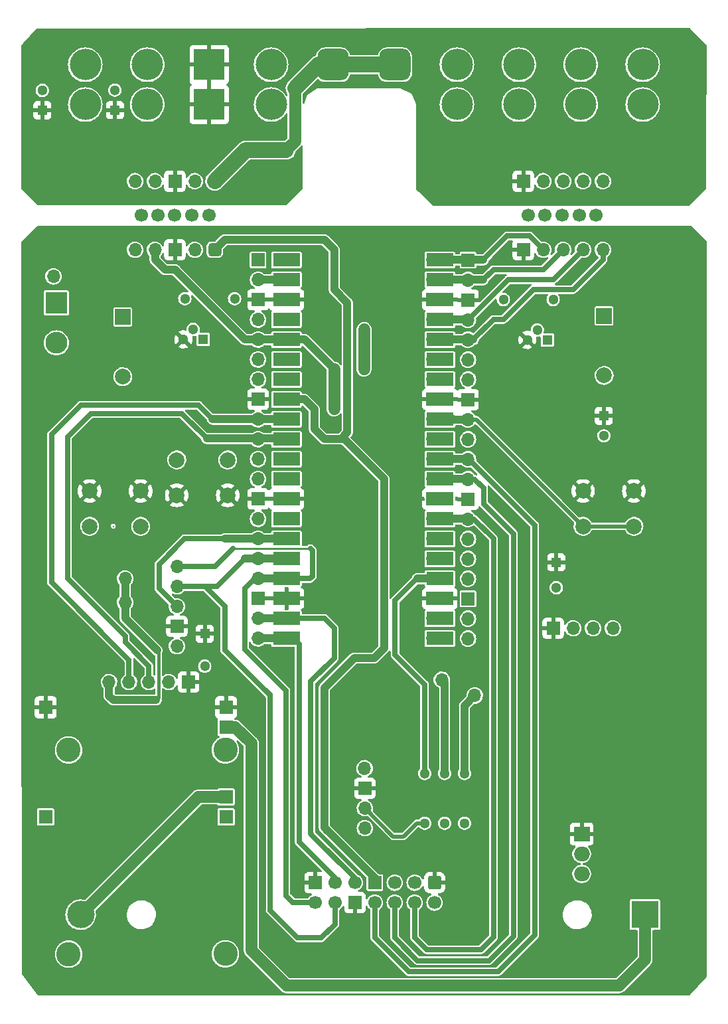
<source format=gbr>
%TF.GenerationSoftware,KiCad,Pcbnew,(6.0.11)*%
%TF.CreationDate,2023-04-25T11:56:07-03:00*%
%TF.ProjectId,Placa Base Xplorer Raspberry pi pico V3A,506c6163-6120-4426-9173-652058706c6f,rev?*%
%TF.SameCoordinates,Original*%
%TF.FileFunction,Copper,L2,Bot*%
%TF.FilePolarity,Positive*%
%FSLAX46Y46*%
G04 Gerber Fmt 4.6, Leading zero omitted, Abs format (unit mm)*
G04 Created by KiCad (PCBNEW (6.0.11)) date 2023-04-25 11:56:07*
%MOMM*%
%LPD*%
G01*
G04 APERTURE LIST*
G04 Aperture macros list*
%AMRoundRect*
0 Rectangle with rounded corners*
0 $1 Rounding radius*
0 $2 $3 $4 $5 $6 $7 $8 $9 X,Y pos of 4 corners*
0 Add a 4 corners polygon primitive as box body*
4,1,4,$2,$3,$4,$5,$6,$7,$8,$9,$2,$3,0*
0 Add four circle primitives for the rounded corners*
1,1,$1+$1,$2,$3*
1,1,$1+$1,$4,$5*
1,1,$1+$1,$6,$7*
1,1,$1+$1,$8,$9*
0 Add four rect primitives between the rounded corners*
20,1,$1+$1,$2,$3,$4,$5,0*
20,1,$1+$1,$4,$5,$6,$7,0*
20,1,$1+$1,$6,$7,$8,$9,0*
20,1,$1+$1,$8,$9,$2,$3,0*%
%AMOutline4P*
0 Free polygon, 4 corners , with rotation*
0 The origin of the aperture is its center*
0 number of corners: always 4*
0 $1 to $8 corner X, Y*
0 $9 Rotation angle, in degrees counterclockwise*
0 create outline with 4 corners*
4,1,4,$1,$2,$3,$4,$5,$6,$7,$8,$1,$2,$9*%
G04 Aperture macros list end*
%TA.AperFunction,ComponentPad*%
%ADD10O,1.700000X1.700000*%
%TD*%
%TA.AperFunction,ComponentPad*%
%ADD11R,1.700000X1.700000*%
%TD*%
%TA.AperFunction,ComponentPad*%
%ADD12R,1.300000X1.300000*%
%TD*%
%TA.AperFunction,ComponentPad*%
%ADD13R,4.000000X4.000000*%
%TD*%
%TA.AperFunction,ComponentPad*%
%ADD14O,4.000000X4.000000*%
%TD*%
%TA.AperFunction,ComponentPad*%
%ADD15RoundRect,1.000000X1.000000X1.000000X-1.000000X1.000000X-1.000000X-1.000000X1.000000X-1.000000X0*%
%TD*%
%TA.AperFunction,ComponentPad*%
%ADD16R,2.000000X1.905000*%
%TD*%
%TA.AperFunction,ComponentPad*%
%ADD17O,2.000000X1.905000*%
%TD*%
%TA.AperFunction,ComponentPad*%
%ADD18R,2.000000X2.000000*%
%TD*%
%TA.AperFunction,ComponentPad*%
%ADD19C,2.000000*%
%TD*%
%TA.AperFunction,ComponentPad*%
%ADD20C,1.300000*%
%TD*%
%TA.AperFunction,ComponentPad*%
%ADD21RoundRect,0.425000X0.425000X0.425000X-0.425000X0.425000X-0.425000X-0.425000X0.425000X-0.425000X0*%
%TD*%
%TA.AperFunction,ComponentPad*%
%ADD22R,1.800000X1.800000*%
%TD*%
%TA.AperFunction,ComponentPad*%
%ADD23RoundRect,0.250000X-0.600000X0.600000X-0.600000X-0.600000X0.600000X-0.600000X0.600000X0.600000X0*%
%TD*%
%TA.AperFunction,ComponentPad*%
%ADD24C,1.700000*%
%TD*%
%TA.AperFunction,ComponentPad*%
%ADD25Outline4P,-0.850000X-0.850000X0.850000X-0.850000X0.850000X0.850000X-0.850000X0.850000X180.000000*%
%TD*%
%TA.AperFunction,ComponentPad*%
%ADD26C,3.100000*%
%TD*%
%TA.AperFunction,SMDPad,CuDef*%
%ADD27R,3.500000X1.700000*%
%TD*%
%TA.AperFunction,ComponentPad*%
%ADD28R,2.800000X2.800000*%
%TD*%
%TA.AperFunction,ComponentPad*%
%ADD29O,2.800000X2.800000*%
%TD*%
%TA.AperFunction,ComponentPad*%
%ADD30R,3.500000X3.500000*%
%TD*%
%TA.AperFunction,ComponentPad*%
%ADD31C,3.500000*%
%TD*%
%TA.AperFunction,ViaPad*%
%ADD32C,1.700000*%
%TD*%
%TA.AperFunction,Conductor*%
%ADD33C,1.000000*%
%TD*%
%TA.AperFunction,Conductor*%
%ADD34C,0.700000*%
%TD*%
%TA.AperFunction,Conductor*%
%ADD35C,1.500000*%
%TD*%
%TA.AperFunction,Conductor*%
%ADD36C,0.400000*%
%TD*%
%TA.AperFunction,Conductor*%
%ADD37C,0.500000*%
%TD*%
%TA.AperFunction,Conductor*%
%ADD38C,0.250000*%
%TD*%
%TA.AperFunction,Conductor*%
%ADD39C,2.000000*%
%TD*%
%TA.AperFunction,Conductor*%
%ADD40C,0.200000*%
%TD*%
G04 APERTURE END LIST*
D10*
%TO.P,,39*%
%TO.N,N/C*%
X92456000Y-64363600D03*
%TD*%
D11*
%TO.P,,0*%
%TO.N,gnd*%
X107950000Y-60960000D03*
%TD*%
D12*
%TO.P,,*%
%TO.N,gnd*%
X162665079Y-82154371D03*
%TD*%
D13*
%TO.P,,*%
%TO.N,gnd2*%
X112324444Y-42454018D03*
%TD*%
D14*
%TO.P,,*%
%TO.N,*%
X96520000Y-42454018D03*
%TD*%
D15*
%TO.P,,*%
%TO.N,*%
X128128888Y-37374018D03*
%TD*%
D10*
%TO.P,,0*%
%TO.N,N/C*%
X157480000Y-60960000D03*
%TD*%
D11*
%TO.P,,0*%
%TO.N,gnd*%
X152400000Y-60960000D03*
%TD*%
D10*
%TO.P,,3V3*%
%TO.N,N/C*%
X108204000Y-111506000D03*
%TD*%
D16*
%TO.P,Reg 3.3V,1*%
%TO.N,gnd*%
X159854024Y-135462894D03*
D17*
%TO.P,Reg 3.3V,2*%
%TO.N,N/C*%
X159854024Y-138002894D03*
%TO.P,Reg 3.3V,3*%
X159854024Y-140542894D03*
%TD*%
D18*
%TO.P,REF\u002A\u002A,1*%
%TO.N,N/C*%
X101295200Y-69545200D03*
D19*
%TO.P,REF\u002A\u002A,2*%
X101295200Y-77145200D03*
%TD*%
%TO.P,A,1*%
%TO.N,gnd*%
X97080000Y-91730000D03*
X103580000Y-91730000D03*
%TO.P,A,2*%
%TO.N,N/C*%
X97080000Y-96230000D03*
X103580000Y-96230000D03*
%TD*%
D20*
%TO.P,,*%
%TO.N,*%
X128270000Y-78740000D03*
%TD*%
%TO.P,,3*%
%TO.N,N/C*%
X144890000Y-127727400D03*
%TD*%
D19*
%TO.P,B,1*%
%TO.N,gnd*%
X166520000Y-91730000D03*
X160020000Y-91730000D03*
%TO.P,B,2*%
%TO.N,N/C*%
X160020000Y-96230000D03*
X166520000Y-96230000D03*
%TD*%
D10*
%TO.P,,SCL*%
%TO.N,N/C*%
X161290000Y-109220000D03*
%TD*%
%TO.P,,VRy*%
%TO.N,N/C*%
X102092575Y-116078000D03*
%TD*%
%TO.P,,3V3*%
%TO.N,N/C*%
X107172575Y-116078000D03*
%TD*%
D14*
%TO.P,,*%
%TO.N,*%
X120226666Y-42454018D03*
%TD*%
D10*
%TO.P,,40*%
%TO.N,N/C*%
X110490000Y-60960000D03*
%TD*%
D14*
%TO.P,,*%
%TO.N,*%
X120226666Y-37374018D03*
%TD*%
D20*
%TO.P,,*%
%TO.N,*%
X128270000Y-76200000D03*
%TD*%
D14*
%TO.P,,*%
%TO.N,*%
X167640000Y-37374018D03*
%TD*%
%TO.P,,*%
%TO.N,*%
X151835554Y-42454018D03*
%TD*%
D20*
%TO.P,,*%
%TO.N,*%
X132080000Y-71120000D03*
%TD*%
D10*
%TO.P,,0*%
%TO.N,N/C*%
X154940000Y-52224597D03*
%TD*%
D21*
%TO.P,,40*%
%TO.N,N/C*%
X113030000Y-60960000D03*
%TD*%
D10*
%TO.P,,20*%
%TO.N,N/C*%
X142000000Y-115800000D03*
%TD*%
D22*
%TO.P,,*%
%TO.N,*%
X91462000Y-133274400D03*
%TD*%
D11*
%TO.P,,*%
%TO.N,gnd*%
X132190000Y-129625000D03*
%TD*%
D20*
%TO.P,,3*%
%TO.N,N/C*%
X156210000Y-67310000D03*
%TD*%
D10*
%TO.P,,0*%
%TO.N,N/C*%
X102870000Y-52224597D03*
%TD*%
D23*
%TO.P,REF\u002A\u002A,1*%
%TO.N,gnd*%
X141080000Y-141660000D03*
D24*
%TO.P,REF\u002A\u002A,3V3*%
%TO.N,N/C*%
X138540000Y-141660000D03*
%TO.P,REF\u002A\u002A,4*%
X138540000Y-144200000D03*
%TO.P,REF\u002A\u002A,5*%
X136000000Y-141660000D03*
%TO.P,REF\u002A\u002A,5V*%
X141080000Y-144200000D03*
%TO.P,REF\u002A\u002A,6*%
X136000000Y-144200000D03*
D11*
%TO.P,REF\u002A\u002A,7*%
X133460000Y-141660000D03*
D24*
%TO.P,REF\u002A\u002A,8*%
X133460000Y-144200000D03*
%TO.P,REF\u002A\u002A,9*%
X130920000Y-141660000D03*
D11*
%TO.P,REF\u002A\u002A,10*%
%TO.N,gnd*%
X130920000Y-144200000D03*
D24*
%TO.P,REF\u002A\u002A,11*%
%TO.N,N/C*%
X128380000Y-141660000D03*
%TO.P,REF\u002A\u002A,12*%
X128380000Y-144200000D03*
D11*
%TO.P,REF\u002A\u002A,13*%
%TO.N,gnd*%
X125840000Y-141660000D03*
D24*
%TO.P,REF\u002A\u002A,14*%
%TO.N,N/C*%
X125840000Y-144200000D03*
%TD*%
D10*
%TO.P,,0*%
%TO.N,N/C*%
X102870000Y-60960000D03*
%TD*%
D20*
%TO.P,,*%
%TO.N,*%
X132080000Y-73660000D03*
%TD*%
D10*
%TO.P,,0*%
%TO.N,N/C*%
X105410000Y-60960000D03*
%TD*%
D22*
%TO.P,,*%
%TO.N,*%
X114474400Y-130734400D03*
%TD*%
%TO.P,,*%
%TO.N,*%
X114474400Y-133274400D03*
%TD*%
D10*
%TO.P,,B*%
%TO.N,N/C*%
X132190000Y-134705000D03*
%TD*%
%TO.P,,G*%
%TO.N,N/C*%
X132190000Y-132165000D03*
%TD*%
D11*
%TO.P,,0*%
%TO.N,gnd2*%
X152400000Y-52224597D03*
%TD*%
D22*
%TO.P,,*%
%TO.N,gnd*%
X114474400Y-119304400D03*
%TD*%
D20*
%TO.P,,3*%
%TO.N,N/C*%
X109220000Y-67187162D03*
%TD*%
D10*
%TO.P,,DAT*%
%TO.N,N/C*%
X108204000Y-101346000D03*
%TD*%
D18*
%TO.P,REF\u002A\u002A,1*%
%TO.N,N/C*%
X162712400Y-69392800D03*
D19*
%TO.P,REF\u002A\u002A,2*%
X162712400Y-76992800D03*
%TD*%
D12*
%TO.P,,*%
%TO.N,gnd*%
X111760000Y-109931200D03*
%TD*%
D20*
%TO.P,,*%
%TO.N,*%
X132080000Y-76200000D03*
%TD*%
D14*
%TO.P,,*%
%TO.N,*%
X159737776Y-42454018D03*
%TD*%
D10*
%TO.P,,0*%
%TO.N,N/C*%
X157480000Y-52224597D03*
%TD*%
D14*
%TO.P,,*%
%TO.N,*%
X151835554Y-37374018D03*
%TD*%
D10*
%TO.P,,SW*%
%TO.N,N/C*%
X99552575Y-116078000D03*
%TD*%
%TO.P,,R*%
%TO.N,N/C*%
X132151341Y-127076852D03*
%TD*%
%TO.P,,21*%
%TO.N,N/C*%
X101600000Y-102870000D03*
%TD*%
%TO.P,,40*%
%TO.N,N/C*%
X162560000Y-52224597D03*
%TD*%
D20*
%TO.P,,*%
%TO.N,*%
X162665079Y-84694371D03*
%TD*%
%TO.P,,*%
%TO.N,*%
X100300789Y-40610804D03*
%TD*%
D22*
%TO.P,,*%
%TO.N,*%
X114474400Y-121844400D03*
%TD*%
D10*
%TO.P,,0*%
%TO.N,N/C*%
X105410000Y-52224597D03*
%TD*%
D12*
%TO.P,,*%
%TO.N,gnd*%
X156619416Y-100800000D03*
%TD*%
D25*
%TO.P,,0*%
%TO.N,gnd2*%
X107950000Y-52224597D03*
%TD*%
D26*
%TO.P,,*%
%TO.N,*%
X94402372Y-150769271D03*
%TD*%
D14*
%TO.P,,*%
%TO.N,*%
X143933332Y-37374018D03*
%TD*%
D27*
%TO.P,,14*%
%TO.N,N/C*%
X141738668Y-92742891D03*
%TD*%
D12*
%TO.P,,*%
%TO.N,gnd2*%
X91030584Y-43180000D03*
%TD*%
D20*
%TO.P,,3*%
%TO.N,N/C*%
X139810000Y-127727400D03*
%TD*%
D10*
%TO.P,,0*%
%TO.N,N/C*%
X154940000Y-60960000D03*
%TD*%
D11*
%TO.P,,a*%
%TO.N,gnd*%
X156210000Y-109220000D03*
%TD*%
D20*
%TO.P,,*%
%TO.N,*%
X139810000Y-134077400D03*
%TD*%
D14*
%TO.P,,*%
%TO.N,*%
X104422222Y-37374018D03*
%TD*%
D10*
%TO.P,,40*%
%TO.N,N/C*%
X160020000Y-52224597D03*
%TD*%
D22*
%TO.P,,*%
%TO.N,gnd*%
X91462000Y-119304400D03*
%TD*%
D10*
%TO.P,,3V3*%
%TO.N,N/C*%
X158750000Y-109220000D03*
%TD*%
D13*
%TO.P,,*%
%TO.N,gnd2*%
X112324444Y-37374018D03*
%TD*%
D20*
%TO.P,,*%
%TO.N,*%
X91030584Y-40640000D03*
%TD*%
D27*
%TO.P,,13*%
%TO.N,N/C*%
X141738668Y-92742891D03*
%TD*%
D10*
%TO.P,,40*%
%TO.N,N/C*%
X110490000Y-52224597D03*
%TD*%
D14*
%TO.P,,*%
%TO.N,*%
X167640000Y-42454018D03*
%TD*%
%TO.P,,*%
%TO.N,*%
X143933332Y-42454018D03*
%TD*%
D27*
%TO.P,,23*%
%TO.N,gnd*%
X122187708Y-105424613D03*
%TD*%
D11*
%TO.P,,GND*%
%TO.N,gnd*%
X108204000Y-108966000D03*
%TD*%
D20*
%TO.P,,*%
%TO.N,*%
X156619416Y-104049018D03*
%TD*%
D10*
%TO.P,,40*%
%TO.N,N/C*%
X162560000Y-60960000D03*
%TD*%
D11*
%TO.P,,a*%
%TO.N,gnd*%
X109712575Y-116078000D03*
%TD*%
D20*
%TO.P,,*%
%TO.N,*%
X142350000Y-134077400D03*
%TD*%
D26*
%TO.P,,*%
%TO.N,*%
X114392623Y-150736142D03*
%TD*%
%TO.P,,*%
%TO.N,*%
X94391300Y-124734248D03*
%TD*%
D10*
%TO.P,,VRx*%
%TO.N,N/C*%
X104632575Y-116078000D03*
%TD*%
D15*
%TO.P,,*%
%TO.N,*%
X136031110Y-37374018D03*
%TD*%
D10*
%TO.P,,20*%
%TO.N,N/C*%
X146200000Y-117800000D03*
%TD*%
D20*
%TO.P,,3*%
%TO.N,N/C*%
X115570000Y-67187162D03*
%TD*%
D14*
%TO.P,,*%
%TO.N,*%
X104422222Y-42454018D03*
%TD*%
%TO.P,,*%
%TO.N,*%
X96520000Y-37374018D03*
%TD*%
D20*
%TO.P,,*%
%TO.N,*%
X128270000Y-81280000D03*
%TD*%
%TO.P,,*%
%TO.N,*%
X111760000Y-114046000D03*
%TD*%
D10*
%TO.P,,SDA*%
%TO.N,N/C*%
X163830000Y-109220000D03*
%TD*%
D28*
%TO.P,REF\u002A\u002A,1*%
%TO.N,N/C*%
X92822800Y-67753288D03*
D29*
%TO.P,REF\u002A\u002A,2*%
X92822800Y-72833288D03*
%TD*%
D21*
%TO.P,,40*%
%TO.N,N/C*%
X113030000Y-52224597D03*
%TD*%
D10*
%TO.P,,21*%
%TO.N,N/C*%
X101600000Y-105918000D03*
%TD*%
D20*
%TO.P,,3*%
%TO.N,N/C*%
X149860000Y-67310000D03*
%TD*%
D10*
%TO.P,,40*%
%TO.N,N/C*%
X160020000Y-60960000D03*
%TD*%
D14*
%TO.P,,*%
%TO.N,*%
X159737776Y-37374018D03*
%TD*%
D20*
%TO.P,,*%
%TO.N,*%
X144890000Y-134077400D03*
%TD*%
D10*
%TO.P,,CLK*%
%TO.N,N/C*%
X108204000Y-103886000D03*
%TD*%
%TO.P,,SEL*%
%TO.N,N/C*%
X108204000Y-106426000D03*
%TD*%
D12*
%TO.P,,*%
%TO.N,gnd2*%
X100315386Y-43150773D03*
%TD*%
D26*
%TO.P,,*%
%TO.N,*%
X114392623Y-124734248D03*
%TD*%
D20*
%TO.P,,3*%
%TO.N,N/C*%
X142350000Y-127727400D03*
%TD*%
D11*
%TO.P,REF\u002A\u002A,1*%
%TO.N,N/C*%
X118564144Y-62255000D03*
D10*
%TO.P,REF\u002A\u002A,2*%
X118564144Y-64795000D03*
D11*
%TO.P,REF\u002A\u002A,3*%
%TO.N,gnd*%
X118564144Y-67335000D03*
D10*
%TO.P,REF\u002A\u002A,4*%
%TO.N,N/C*%
X118564144Y-69875000D03*
%TO.P,REF\u002A\u002A,5*%
X118564144Y-72415000D03*
%TO.P,REF\u002A\u002A,6*%
X118564144Y-74955000D03*
%TO.P,REF\u002A\u002A,7*%
X118564144Y-77495000D03*
D11*
%TO.P,REF\u002A\u002A,8*%
%TO.N,gnd*%
X118564144Y-80035000D03*
D10*
%TO.P,REF\u002A\u002A,9*%
%TO.N,N/C*%
X118564144Y-82575000D03*
%TO.P,REF\u002A\u002A,10*%
X118564144Y-85115000D03*
%TO.P,REF\u002A\u002A,11*%
X118564144Y-87655000D03*
%TO.P,REF\u002A\u002A,12*%
X118564144Y-90195000D03*
D11*
%TO.P,REF\u002A\u002A,13*%
%TO.N,gnd*%
X118564144Y-92735000D03*
D10*
%TO.P,REF\u002A\u002A,14*%
%TO.N,N/C*%
X118564144Y-95275000D03*
%TO.P,REF\u002A\u002A,15*%
X118564144Y-97815000D03*
%TO.P,REF\u002A\u002A,16*%
X118564144Y-100355000D03*
%TO.P,REF\u002A\u002A,17*%
X118564144Y-102895000D03*
D11*
%TO.P,REF\u002A\u002A,18*%
%TO.N,gnd*%
X118564144Y-105435000D03*
D10*
%TO.P,REF\u002A\u002A,19*%
%TO.N,N/C*%
X118564144Y-107975000D03*
%TO.P,REF\u002A\u002A,20*%
X118564144Y-110515000D03*
%TD*%
D19*
%TO.P,reset,1*%
%TO.N,N/C*%
X108194133Y-87761331D03*
X114694133Y-87761331D03*
%TO.P,reset,2*%
%TO.N,gnd*%
X108194133Y-92261331D03*
X114694133Y-92261331D03*
%TD*%
D30*
%TO.P,REF\u002A\u002A,1*%
%TO.N,N/C*%
X167927600Y-145745200D03*
D31*
%TO.P,REF\u002A\u002A,2*%
X95927600Y-145745200D03*
%TD*%
D11*
%TO.P,REF\u002A\u002A,1*%
%TO.N,N/C*%
X145349303Y-62278730D03*
D10*
%TO.P,REF\u002A\u002A,2*%
X145349303Y-64818730D03*
D11*
%TO.P,REF\u002A\u002A,3*%
%TO.N,gnd*%
X145349303Y-67358730D03*
D10*
%TO.P,REF\u002A\u002A,4*%
%TO.N,N/C*%
X145349303Y-69898730D03*
%TO.P,REF\u002A\u002A,5*%
X145349303Y-72438730D03*
%TO.P,REF\u002A\u002A,6*%
X145349303Y-74978730D03*
%TO.P,REF\u002A\u002A,7*%
X145349303Y-77518730D03*
D11*
%TO.P,REF\u002A\u002A,8*%
%TO.N,gnd*%
X145349303Y-80058730D03*
D10*
%TO.P,REF\u002A\u002A,9*%
%TO.N,N/C*%
X145349303Y-82598730D03*
%TO.P,REF\u002A\u002A,10*%
X145349303Y-85138730D03*
%TO.P,REF\u002A\u002A,11*%
X145349303Y-87678730D03*
%TO.P,REF\u002A\u002A,12*%
X145349303Y-90218730D03*
D11*
%TO.P,REF\u002A\u002A,13*%
%TO.N,gnd*%
X145349303Y-92758730D03*
D10*
%TO.P,REF\u002A\u002A,14*%
%TO.N,N/C*%
X145349303Y-95298730D03*
%TO.P,REF\u002A\u002A,15*%
X145349303Y-97838730D03*
%TO.P,REF\u002A\u002A,16*%
X145349303Y-100378730D03*
%TO.P,REF\u002A\u002A,17*%
X145349303Y-102918730D03*
D11*
%TO.P,REF\u002A\u002A,18*%
X145349303Y-105458730D03*
D10*
%TO.P,REF\u002A\u002A,19*%
X145349303Y-107998730D03*
%TO.P,REF\u002A\u002A,20*%
X145349303Y-110538730D03*
%TD*%
D12*
%TO.P,BC337,1*%
%TO.N,N/C*%
X111568000Y-72390000D03*
D20*
%TO.P,BC337,2*%
X110298000Y-71120000D03*
%TO.P,BC337,3*%
%TO.N,gnd*%
X109028000Y-72390000D03*
%TD*%
D12*
%TO.P,BC337,1*%
%TO.N,N/C*%
X155459200Y-72457237D03*
D20*
%TO.P,BC337,2*%
X154189200Y-71187237D03*
%TO.P,BC337,3*%
%TO.N,gnd*%
X152919200Y-72457237D03*
%TD*%
D27*
%TO.P,REF\u002A\u002A,1*%
%TO.N,N/C*%
X141757352Y-62250000D03*
D10*
X140857352Y-62250000D03*
D27*
%TO.P,REF\u002A\u002A,2*%
X141757352Y-64790000D03*
D10*
X140857352Y-64790000D03*
D11*
%TO.P,REF\u002A\u002A,3*%
%TO.N,gnd*%
X140857352Y-67330000D03*
D27*
X141757352Y-67330000D03*
%TO.P,REF\u002A\u002A,4*%
%TO.N,N/C*%
X141757352Y-69870000D03*
D10*
X140857352Y-69870000D03*
%TO.P,REF\u002A\u002A,5*%
X140857352Y-72410000D03*
D27*
X141757352Y-72410000D03*
%TO.P,REF\u002A\u002A,6*%
X141757352Y-74950000D03*
D10*
X140857352Y-74950000D03*
D27*
%TO.P,REF\u002A\u002A,7*%
X141757352Y-77490000D03*
D10*
X140857352Y-77490000D03*
D11*
%TO.P,REF\u002A\u002A,8*%
%TO.N,gnd*%
X140857352Y-80030000D03*
D27*
X141757352Y-80030000D03*
D10*
%TO.P,REF\u002A\u002A,9*%
%TO.N,N/C*%
X140857352Y-82570000D03*
D27*
X141757352Y-82570000D03*
D10*
%TO.P,REF\u002A\u002A,10*%
X140857352Y-85110000D03*
D27*
X141757352Y-85110000D03*
%TO.P,REF\u002A\u002A,11*%
X141757352Y-87650000D03*
D10*
X140857352Y-87650000D03*
D27*
%TO.P,REF\u002A\u002A,12*%
X141757352Y-90190000D03*
D10*
X140857352Y-90190000D03*
D11*
%TO.P,REF\u002A\u002A,13*%
%TO.N,gnd*%
X140857352Y-92730000D03*
D27*
X141757352Y-92730000D03*
%TO.P,REF\u002A\u002A,14*%
%TO.N,N/C*%
X141757352Y-95270000D03*
D10*
X140857352Y-95270000D03*
%TO.P,REF\u002A\u002A,15*%
X140857352Y-97810000D03*
D27*
X141757352Y-97810000D03*
D10*
%TO.P,REF\u002A\u002A,16*%
X140857352Y-100350000D03*
D27*
X141757352Y-100350000D03*
%TO.P,REF\u002A\u002A,17*%
X141757352Y-102890000D03*
D10*
X140857352Y-102890000D03*
D11*
%TO.P,REF\u002A\u002A,18*%
%TO.N,gnd*%
X140857352Y-105430000D03*
D27*
X141757352Y-105430000D03*
%TO.P,REF\u002A\u002A,19*%
%TO.N,N/C*%
X141757352Y-107970000D03*
D10*
X140857352Y-107970000D03*
%TO.P,REF\u002A\u002A,20*%
X140857352Y-110510000D03*
D27*
X141757352Y-110510000D03*
%TO.P,REF\u002A\u002A,21*%
X122177352Y-110510000D03*
D10*
X123077352Y-110510000D03*
D27*
%TO.P,REF\u002A\u002A,22*%
X122177352Y-107970000D03*
D10*
X123077352Y-107970000D03*
D27*
%TO.P,REF\u002A\u002A,23*%
%TO.N,gnd*%
X122177352Y-105430000D03*
D11*
X123077352Y-105430000D03*
D10*
%TO.P,REF\u002A\u002A,24*%
%TO.N,N/C*%
X123077352Y-102890000D03*
D27*
X122177352Y-102890000D03*
%TO.P,REF\u002A\u002A,25*%
X122177352Y-100350000D03*
D10*
X123077352Y-100350000D03*
%TO.P,REF\u002A\u002A,26*%
X123077352Y-97810000D03*
D27*
X122177352Y-97810000D03*
D10*
%TO.P,REF\u002A\u002A,27*%
X123077352Y-95270000D03*
D27*
X122177352Y-95270000D03*
D11*
%TO.P,REF\u002A\u002A,28*%
%TO.N,gnd*%
X123077352Y-92730000D03*
D27*
X122177352Y-92730000D03*
%TO.P,REF\u002A\u002A,29*%
%TO.N,N/C*%
X122177352Y-90190000D03*
D10*
X123077352Y-90190000D03*
D27*
%TO.P,REF\u002A\u002A,30*%
X122177352Y-87650000D03*
D10*
X123077352Y-87650000D03*
%TO.P,REF\u002A\u002A,31*%
X123077352Y-85110000D03*
D27*
X122177352Y-85110000D03*
%TO.P,REF\u002A\u002A,32*%
X122177352Y-82570000D03*
D10*
X123077352Y-82570000D03*
D11*
%TO.P,REF\u002A\u002A,33*%
X123077352Y-80030000D03*
D27*
X122177352Y-80030000D03*
D10*
%TO.P,REF\u002A\u002A,34*%
X123077352Y-77490000D03*
D27*
X122177352Y-77490000D03*
%TO.P,REF\u002A\u002A,35*%
X122177352Y-74950000D03*
D10*
X123077352Y-74950000D03*
%TO.P,REF\u002A\u002A,36*%
X123077352Y-72410000D03*
D27*
X122177352Y-72410000D03*
D10*
%TO.P,REF\u002A\u002A,37*%
X123077352Y-69870000D03*
D27*
X122177352Y-69870000D03*
D11*
%TO.P,REF\u002A\u002A,38*%
%TO.N,gnd*%
X123077352Y-67330000D03*
D27*
X122177352Y-67330000D03*
D10*
%TO.P,REF\u002A\u002A,39*%
%TO.N,N/C*%
X123077352Y-64790000D03*
D27*
X122177352Y-64790000D03*
D10*
%TO.P,REF\u002A\u002A,40*%
X123077352Y-62250000D03*
D27*
X122177352Y-62250000D03*
%TD*%
D32*
%TO.N,*%
X155181300Y-56515000D03*
X112268000Y-56515000D03*
X153035000Y-56515000D03*
X107924600Y-56515000D03*
X110109000Y-56515000D03*
X103632000Y-56515000D03*
X161671000Y-56515000D03*
X159512000Y-56515000D03*
X157327600Y-56515000D03*
X105778300Y-56515000D03*
%TD*%
D33*
%TO.N,*%
X101600000Y-107950000D02*
X101600000Y-105918000D01*
X123077352Y-97810000D02*
X114320000Y-97810000D01*
D34*
X122589352Y-85598000D02*
X123077352Y-85110000D01*
X111760000Y-103886000D02*
X108204000Y-103886000D01*
D35*
X114474400Y-130734400D02*
X110938400Y-130734400D01*
D34*
X145463730Y-87678730D02*
X153876795Y-96091795D01*
D33*
X142350000Y-116150000D02*
X142000000Y-115800000D01*
X107950000Y-63500000D02*
X106680000Y-63500000D01*
D34*
X112756000Y-82570000D02*
X110958000Y-80772000D01*
X123800000Y-111232648D02*
X123077352Y-110510000D01*
D35*
X114474400Y-121844400D02*
X115644400Y-121844400D01*
D34*
X101600000Y-110998000D02*
X104632575Y-114030575D01*
D36*
X105511600Y-118414800D02*
X105867200Y-118059200D01*
D34*
X147320000Y-91374303D02*
X147320000Y-93345000D01*
D33*
X143518730Y-82598730D02*
X145349303Y-82598730D01*
D36*
X105867200Y-112178793D02*
X105820143Y-112131736D01*
D34*
X113030000Y-101346000D02*
X115316000Y-99060000D01*
D33*
X134620000Y-90170000D02*
X134620000Y-111760000D01*
D34*
X148590000Y-97790000D02*
X148590000Y-146590000D01*
D37*
X160020000Y-96230000D02*
X166520000Y-96230000D01*
D38*
X123097352Y-72390000D02*
X123077352Y-72410000D01*
D34*
X125840000Y-144200000D02*
X123002363Y-144200000D01*
D33*
X127000000Y-116840000D02*
X127000000Y-134600000D01*
D38*
X119355000Y-102895000D02*
X118564144Y-102895000D01*
D33*
X105410000Y-62230000D02*
X105410000Y-60960000D01*
D34*
X144828730Y-95298730D02*
X146098730Y-95298730D01*
X137192500Y-152407500D02*
X133460000Y-148675000D01*
X125379465Y-135492089D02*
X125272800Y-135385424D01*
X123604800Y-148675000D02*
X126652800Y-148675000D01*
X149200000Y-153000000D02*
X137785000Y-153000000D01*
X147000000Y-150200000D02*
X140065000Y-150200000D01*
X125272800Y-135385424D02*
X125272800Y-116027200D01*
D33*
X140857352Y-95270000D02*
X145320573Y-95270000D01*
D34*
X146098730Y-95298730D02*
X148590000Y-97790000D01*
X145349303Y-87678730D02*
X145463730Y-87678730D01*
D33*
X129957049Y-67727049D02*
X128270000Y-66040000D01*
X133350000Y-113030000D02*
X130810000Y-113030000D01*
D34*
X153876795Y-148323205D02*
X149200000Y-153000000D01*
D33*
X118569144Y-102890000D02*
X123077352Y-102890000D01*
D34*
X94234000Y-102870000D02*
X101600000Y-110236000D01*
D33*
X123077352Y-80030000D02*
X124480000Y-80030000D01*
D39*
X128128888Y-37374018D02*
X136031110Y-37374018D01*
D38*
X144828730Y-95298730D02*
X144780000Y-95250000D01*
D34*
X148590000Y-146590000D02*
X148590000Y-147010000D01*
D35*
X123292198Y-47121330D02*
X123292198Y-40362678D01*
D34*
X112014000Y-85039200D02*
X108832800Y-81858000D01*
X118569144Y-107970000D02*
X118564144Y-107975000D01*
D33*
X99552575Y-117840575D02*
X100076000Y-118364000D01*
D34*
X114300000Y-106426000D02*
X114300000Y-111988600D01*
D33*
X128270000Y-76200000D02*
X124460000Y-72390000D01*
D38*
X127000000Y-107950000D02*
X126980000Y-107970000D01*
D34*
X136021486Y-112592027D02*
X139314729Y-115885271D01*
D33*
X125730000Y-83820000D02*
X127000000Y-85090000D01*
X124480000Y-80030000D02*
X125730000Y-81280000D01*
X134620000Y-111760000D02*
X133350000Y-113030000D01*
D34*
X150341392Y-59208608D02*
X147300000Y-62250000D01*
X108832800Y-81858000D02*
X97212000Y-81858000D01*
X126980000Y-107970000D02*
X123077352Y-107970000D01*
X138925000Y-151600000D02*
X136000000Y-148675000D01*
D33*
X127000000Y-85090000D02*
X129122951Y-85090000D01*
D34*
X149860000Y-69850000D02*
X153670000Y-66040000D01*
X125222000Y-99060000D02*
X125476000Y-99314000D01*
D37*
X137117600Y-135771800D02*
X135796800Y-135771800D01*
D35*
X117703600Y-150303600D02*
X122200000Y-154800000D01*
D34*
X125476000Y-102616000D02*
X125202000Y-102890000D01*
D40*
X100076000Y-96194000D02*
X100112000Y-96230000D01*
D33*
X123077352Y-110510000D02*
X118569144Y-110510000D01*
D37*
X143490000Y-82570000D02*
X143518730Y-82598730D01*
D33*
X123006552Y-85039200D02*
X112014000Y-85039200D01*
D34*
X118569144Y-110510000D02*
X118564144Y-110515000D01*
X125202000Y-102890000D02*
X123077352Y-102890000D01*
D36*
X105867200Y-118059200D02*
X105867200Y-112178793D01*
D34*
X125272800Y-116027200D02*
X128270000Y-113030000D01*
X148590000Y-146590000D02*
X148590000Y-148610000D01*
X146164427Y-90218730D02*
X147320000Y-91374303D01*
D39*
X113030000Y-52224597D02*
X116994597Y-48260000D01*
D34*
X128380000Y-141055000D02*
X123909600Y-136584600D01*
X92202000Y-84531200D02*
X92202000Y-103378000D01*
X123002363Y-144200000D02*
X122110412Y-143308049D01*
X123800000Y-136470846D02*
X123800000Y-111232648D01*
D35*
X110938400Y-130734400D02*
X95927600Y-145745200D01*
D34*
X145320573Y-95270000D02*
X145349303Y-95298730D01*
X123985541Y-136656387D02*
X123800000Y-136470846D01*
X139810000Y-127727400D02*
X139810000Y-116380542D01*
D37*
X160020000Y-96230000D02*
X146388730Y-82598730D01*
D34*
X105918000Y-101092000D02*
X105918000Y-104140000D01*
X146030000Y-72410000D02*
X148590000Y-69850000D01*
D33*
X129122951Y-85090000D02*
X129540000Y-85090000D01*
D34*
X111760000Y-103886000D02*
X114300000Y-106426000D01*
D33*
X130810000Y-113030000D02*
X127000000Y-116840000D01*
X123077352Y-82570000D02*
X112756000Y-82570000D01*
X140857352Y-64790000D02*
X147300000Y-64790000D01*
D34*
X122123200Y-143323200D02*
X122123200Y-117170200D01*
D35*
X117703600Y-123903600D02*
X117703600Y-150303600D01*
D33*
X128270000Y-66040000D02*
X128270000Y-60960000D01*
D34*
X125476000Y-99314000D02*
X125476000Y-102616000D01*
X108204000Y-101346000D02*
X113030000Y-101346000D01*
X137785000Y-153000000D02*
X137192500Y-152407500D01*
D33*
X142350000Y-127727400D02*
X142350000Y-116150000D01*
D34*
X105918000Y-104140000D02*
X108204000Y-106426000D01*
D39*
X126280858Y-37374018D02*
X128128888Y-37374018D01*
D33*
X123077352Y-72410000D02*
X116860000Y-72410000D01*
D34*
X116840000Y-104140000D02*
X118110000Y-102870000D01*
X154940000Y-60960000D02*
X153188608Y-59208608D01*
X139832500Y-149967500D02*
X138540000Y-148675000D01*
D33*
X105664000Y-112014000D02*
X101600000Y-107950000D01*
X140857352Y-72410000D02*
X146030000Y-72410000D01*
D34*
X120099600Y-117699600D02*
X120099600Y-145169800D01*
X122123200Y-117170200D02*
X116840000Y-111887000D01*
X114320000Y-97810000D02*
X109200000Y-97810000D01*
D37*
X138866030Y-102890000D02*
X138846107Y-102870077D01*
D33*
X127110000Y-134705000D02*
X133460000Y-141055000D01*
D39*
X123292198Y-40362678D02*
X126280858Y-37374018D01*
D35*
X167927600Y-151472400D02*
X167927600Y-145745200D01*
D34*
X126652800Y-148675000D02*
X128380000Y-146947800D01*
X145349303Y-90218730D02*
X146164427Y-90218730D01*
D35*
X164600000Y-154800000D02*
X167927600Y-151472400D01*
D33*
X101600000Y-102870000D02*
X101600000Y-105918000D01*
D34*
X114300000Y-111988600D02*
X119989600Y-117678200D01*
D33*
X123077352Y-107970000D02*
X118569144Y-107970000D01*
D34*
X123077352Y-85110000D02*
X123006552Y-85039200D01*
X101600000Y-110236000D02*
X101600000Y-110998000D01*
D33*
X106680000Y-63500000D02*
X105410000Y-62230000D01*
D34*
X128270000Y-109220000D02*
X127000000Y-107950000D01*
X153876795Y-96091795D02*
X153876795Y-148323205D01*
X156210000Y-64770000D02*
X160020000Y-60960000D01*
X104632575Y-114030575D02*
X104632575Y-116078000D01*
D40*
X118569144Y-64790000D02*
X118564144Y-64795000D01*
D34*
X139810000Y-116380542D02*
X139314729Y-115885271D01*
D33*
X147300000Y-62250000D02*
X140857352Y-62250000D01*
D34*
X97212000Y-81858000D02*
X94234000Y-84836000D01*
D33*
X140857352Y-69870000D02*
X145395000Y-69870000D01*
D34*
X136021486Y-105694698D02*
X136021486Y-112592027D01*
D33*
X128270000Y-60960000D02*
X127000000Y-59690000D01*
D37*
X138812000Y-134077400D02*
X137117600Y-135771800D01*
D33*
X140857352Y-87650000D02*
X145320573Y-87650000D01*
D34*
X138540000Y-148675000D02*
X138540000Y-144200000D01*
D37*
X135796800Y-135771800D02*
X132190000Y-132165000D01*
D33*
X116860000Y-72410000D02*
X107950000Y-63500000D01*
X143490000Y-82570000D02*
X140857352Y-82570000D01*
X124460000Y-72390000D02*
X123097352Y-72390000D01*
D34*
X102092575Y-113268575D02*
X102092575Y-116078000D01*
X140065000Y-150200000D02*
X139832500Y-149967500D01*
D33*
X129122951Y-85090000D02*
X129957049Y-84255902D01*
D34*
X147300000Y-64790000D02*
X148590000Y-63500000D01*
D33*
X127000000Y-134600000D02*
X127400000Y-135000000D01*
X99552575Y-116078000D02*
X99552575Y-117840575D01*
D34*
X158750000Y-66040000D02*
X162560000Y-62230000D01*
D33*
X140857352Y-90190000D02*
X145320573Y-90190000D01*
D34*
X110958000Y-80772000D02*
X95961200Y-80772000D01*
D35*
X132080000Y-71120000D02*
X132080000Y-76200000D01*
D37*
X139810000Y-134077400D02*
X138812000Y-134077400D01*
D34*
X116840000Y-100330000D02*
X113284000Y-103886000D01*
D35*
X122153528Y-48260000D02*
X123292198Y-47121330D01*
D34*
X94234000Y-84836000D02*
X94234000Y-102870000D01*
X153670000Y-66040000D02*
X158750000Y-66040000D01*
X128380000Y-141660000D02*
X128380000Y-141055000D01*
D38*
X119380000Y-102870000D02*
X119355000Y-102895000D01*
D33*
X133460000Y-141055000D02*
X133460000Y-141660000D01*
X127000000Y-59690000D02*
X114300000Y-59690000D01*
D34*
X150495000Y-64770000D02*
X156210000Y-64770000D01*
X151130000Y-97155000D02*
X151130000Y-148470000D01*
X145320573Y-90190000D02*
X145349303Y-90218730D01*
D33*
X125730000Y-81280000D02*
X125730000Y-83820000D01*
D34*
X128380000Y-146947800D02*
X128380000Y-144200000D01*
X147320000Y-93345000D02*
X151130000Y-97155000D01*
D35*
X115644400Y-121844400D02*
X117703600Y-123903600D01*
D39*
X116994597Y-48260000D02*
X122153528Y-48260000D01*
D33*
X129540000Y-85090000D02*
X134620000Y-90170000D01*
X140857352Y-102890000D02*
X138866030Y-102890000D01*
D34*
X148590000Y-63500000D02*
X154940000Y-63500000D01*
D33*
X100076000Y-118364000D02*
X105566143Y-118364000D01*
D34*
X119600000Y-117200000D02*
X120099600Y-117699600D01*
X95961200Y-80772000D02*
X92202000Y-84531200D01*
X130920000Y-141660000D02*
X130920000Y-141055000D01*
X109200000Y-97810000D02*
X105918000Y-101092000D01*
X148590000Y-69850000D02*
X149860000Y-69850000D01*
X153188608Y-59208608D02*
X150341392Y-59208608D01*
D33*
X123077352Y-64790000D02*
X118569144Y-64790000D01*
D34*
X145349303Y-95298730D02*
X144828730Y-95298730D01*
X145320573Y-87650000D02*
X145349303Y-87678730D01*
X113284000Y-103886000D02*
X111760000Y-103886000D01*
X120099600Y-145169800D02*
X123604800Y-148675000D01*
D33*
X144890000Y-119110000D02*
X146200000Y-117800000D01*
D34*
X136000000Y-148675000D02*
X136000000Y-144200000D01*
D37*
X146388730Y-82598730D02*
X145349303Y-82598730D01*
D33*
X129957049Y-84255902D02*
X129957049Y-67727049D01*
D34*
X151130000Y-148470000D02*
X148000000Y-151600000D01*
D33*
X123077352Y-100350000D02*
X116860000Y-100350000D01*
D34*
X133460000Y-148675000D02*
X133460000Y-144200000D01*
X116840000Y-111887000D02*
X116840000Y-104140000D01*
D35*
X128270000Y-81280000D02*
X128270000Y-76200000D01*
D34*
X148590000Y-148610000D02*
X147000000Y-150200000D01*
D38*
X116860000Y-100350000D02*
X116840000Y-100330000D01*
D34*
X118564144Y-102895000D02*
X118569144Y-102890000D01*
X145395000Y-69870000D02*
X150495000Y-64770000D01*
D38*
X114320000Y-97810000D02*
X114300000Y-97790000D01*
D34*
X138846107Y-102870077D02*
X136021486Y-105694698D01*
X92202000Y-103378000D02*
X102092575Y-113268575D01*
X162560000Y-62230000D02*
X162560000Y-60960000D01*
X128270000Y-113030000D02*
X128270000Y-109220000D01*
D35*
X122200000Y-154800000D02*
X164600000Y-154800000D01*
D38*
X118110000Y-90170000D02*
X118130000Y-90190000D01*
D34*
X130920000Y-141055000D02*
X125382800Y-135517800D01*
X154940000Y-63500000D02*
X157480000Y-60960000D01*
X148000000Y-151600000D02*
X138925000Y-151600000D01*
D38*
X115316000Y-99060000D02*
X125222000Y-99060000D01*
D33*
X144890000Y-127727400D02*
X144890000Y-119110000D01*
X114300000Y-59690000D02*
X113030000Y-60960000D01*
%TD*%
%TA.AperFunction,Conductor*%
%TO.N,gnd2*%
G36*
X173660627Y-32696430D02*
G01*
X173682705Y-32714426D01*
X173695219Y-32727237D01*
X175743194Y-34823974D01*
X175776484Y-34886682D01*
X175779057Y-34912364D01*
X175743397Y-47749997D01*
X175728542Y-53097718D01*
X175708350Y-53165783D01*
X175692681Y-53185406D01*
X174296651Y-54614675D01*
X173631876Y-55295278D01*
X173569969Y-55330034D01*
X173541739Y-55333237D01*
X140930042Y-55333237D01*
X140861921Y-55313235D01*
X140843093Y-55298428D01*
X139041809Y-53580925D01*
X138734251Y-53287671D01*
X138698752Y-53226187D01*
X138695200Y-53196481D01*
X138695200Y-53119266D01*
X151042001Y-53119266D01*
X151042371Y-53126087D01*
X151047895Y-53176949D01*
X151051521Y-53192201D01*
X151096676Y-53312651D01*
X151105214Y-53328246D01*
X151181715Y-53430321D01*
X151194276Y-53442882D01*
X151296351Y-53519383D01*
X151311946Y-53527921D01*
X151432394Y-53573075D01*
X151447649Y-53576702D01*
X151498514Y-53582228D01*
X151505328Y-53582597D01*
X152127885Y-53582597D01*
X152143124Y-53578122D01*
X152144329Y-53576732D01*
X152146000Y-53569049D01*
X152146000Y-53564481D01*
X152654000Y-53564481D01*
X152658475Y-53579720D01*
X152659865Y-53580925D01*
X152667548Y-53582596D01*
X153294669Y-53582596D01*
X153301490Y-53582226D01*
X153352352Y-53576702D01*
X153367604Y-53573076D01*
X153488054Y-53527921D01*
X153503649Y-53519383D01*
X153605724Y-53442882D01*
X153618285Y-53430321D01*
X153694786Y-53328246D01*
X153703324Y-53312651D01*
X153748478Y-53192203D01*
X153752105Y-53176948D01*
X153757631Y-53126083D01*
X153758000Y-53119269D01*
X153758000Y-52743789D01*
X153778002Y-52675668D01*
X153831658Y-52629175D01*
X153901932Y-52619071D01*
X153966512Y-52648565D01*
X153996067Y-52686195D01*
X154052712Y-52796415D01*
X154180677Y-52957867D01*
X154337564Y-53091388D01*
X154342942Y-53094394D01*
X154342944Y-53094395D01*
X154348890Y-53097718D01*
X154517398Y-53191894D01*
X154612238Y-53222710D01*
X154707471Y-53253653D01*
X154707475Y-53253654D01*
X154713329Y-53255556D01*
X154917894Y-53279948D01*
X154924029Y-53279476D01*
X154924031Y-53279476D01*
X154980039Y-53275166D01*
X155123300Y-53264143D01*
X155129230Y-53262487D01*
X155129232Y-53262487D01*
X155315797Y-53210397D01*
X155315796Y-53210397D01*
X155321725Y-53208742D01*
X155327214Y-53205969D01*
X155327220Y-53205967D01*
X155500116Y-53118630D01*
X155505610Y-53115855D01*
X155528825Y-53097718D01*
X155600619Y-53041626D01*
X155667951Y-52989021D01*
X155683115Y-52971454D01*
X155798540Y-52837731D01*
X155798540Y-52837730D01*
X155802564Y-52833069D01*
X155823387Y-52796415D01*
X155901276Y-52659304D01*
X155904323Y-52653941D01*
X155969351Y-52458460D01*
X155995171Y-52254071D01*
X155995583Y-52224597D01*
X155994138Y-52209859D01*
X156424520Y-52209859D01*
X156425036Y-52216003D01*
X156439446Y-52387601D01*
X156441759Y-52415150D01*
X156443458Y-52421075D01*
X156495472Y-52602469D01*
X156498544Y-52613183D01*
X156501359Y-52618660D01*
X156501360Y-52618663D01*
X156565666Y-52743789D01*
X156592712Y-52796415D01*
X156720677Y-52957867D01*
X156877564Y-53091388D01*
X156882942Y-53094394D01*
X156882944Y-53094395D01*
X156888890Y-53097718D01*
X157057398Y-53191894D01*
X157152238Y-53222710D01*
X157247471Y-53253653D01*
X157247475Y-53253654D01*
X157253329Y-53255556D01*
X157457894Y-53279948D01*
X157464029Y-53279476D01*
X157464031Y-53279476D01*
X157520039Y-53275166D01*
X157663300Y-53264143D01*
X157669230Y-53262487D01*
X157669232Y-53262487D01*
X157855797Y-53210397D01*
X157855796Y-53210397D01*
X157861725Y-53208742D01*
X157867214Y-53205969D01*
X157867220Y-53205967D01*
X158040116Y-53118630D01*
X158045610Y-53115855D01*
X158068825Y-53097718D01*
X158140619Y-53041626D01*
X158207951Y-52989021D01*
X158223115Y-52971454D01*
X158338540Y-52837731D01*
X158338540Y-52837730D01*
X158342564Y-52833069D01*
X158363387Y-52796415D01*
X158441276Y-52659304D01*
X158444323Y-52653941D01*
X158509351Y-52458460D01*
X158535171Y-52254071D01*
X158535583Y-52224597D01*
X158534138Y-52209859D01*
X158964520Y-52209859D01*
X158965036Y-52216003D01*
X158979446Y-52387601D01*
X158981759Y-52415150D01*
X158983458Y-52421075D01*
X159035472Y-52602469D01*
X159038544Y-52613183D01*
X159041359Y-52618660D01*
X159041360Y-52618663D01*
X159105666Y-52743789D01*
X159132712Y-52796415D01*
X159260677Y-52957867D01*
X159417564Y-53091388D01*
X159422942Y-53094394D01*
X159422944Y-53094395D01*
X159428890Y-53097718D01*
X159597398Y-53191894D01*
X159692238Y-53222710D01*
X159787471Y-53253653D01*
X159787475Y-53253654D01*
X159793329Y-53255556D01*
X159997894Y-53279948D01*
X160004029Y-53279476D01*
X160004031Y-53279476D01*
X160060039Y-53275166D01*
X160203300Y-53264143D01*
X160209230Y-53262487D01*
X160209232Y-53262487D01*
X160395797Y-53210397D01*
X160395796Y-53210397D01*
X160401725Y-53208742D01*
X160407214Y-53205969D01*
X160407220Y-53205967D01*
X160580116Y-53118630D01*
X160585610Y-53115855D01*
X160608825Y-53097718D01*
X160680619Y-53041626D01*
X160747951Y-52989021D01*
X160763115Y-52971454D01*
X160878540Y-52837731D01*
X160878540Y-52837730D01*
X160882564Y-52833069D01*
X160903387Y-52796415D01*
X160981276Y-52659304D01*
X160984323Y-52653941D01*
X161049351Y-52458460D01*
X161075171Y-52254071D01*
X161075583Y-52224597D01*
X161074138Y-52209859D01*
X161504520Y-52209859D01*
X161505036Y-52216003D01*
X161519446Y-52387601D01*
X161521759Y-52415150D01*
X161523458Y-52421075D01*
X161575472Y-52602469D01*
X161578544Y-52613183D01*
X161581359Y-52618660D01*
X161581360Y-52618663D01*
X161645666Y-52743789D01*
X161672712Y-52796415D01*
X161800677Y-52957867D01*
X161957564Y-53091388D01*
X161962942Y-53094394D01*
X161962944Y-53094395D01*
X161968890Y-53097718D01*
X162137398Y-53191894D01*
X162232238Y-53222710D01*
X162327471Y-53253653D01*
X162327475Y-53253654D01*
X162333329Y-53255556D01*
X162537894Y-53279948D01*
X162544029Y-53279476D01*
X162544031Y-53279476D01*
X162600039Y-53275166D01*
X162743300Y-53264143D01*
X162749230Y-53262487D01*
X162749232Y-53262487D01*
X162935797Y-53210397D01*
X162935796Y-53210397D01*
X162941725Y-53208742D01*
X162947214Y-53205969D01*
X162947220Y-53205967D01*
X163120116Y-53118630D01*
X163125610Y-53115855D01*
X163148825Y-53097718D01*
X163220619Y-53041626D01*
X163287951Y-52989021D01*
X163303115Y-52971454D01*
X163418540Y-52837731D01*
X163418540Y-52837730D01*
X163422564Y-52833069D01*
X163443387Y-52796415D01*
X163521276Y-52659304D01*
X163524323Y-52653941D01*
X163589351Y-52458460D01*
X163615171Y-52254071D01*
X163615583Y-52224597D01*
X163595480Y-52019567D01*
X163535935Y-51822346D01*
X163439218Y-51640446D01*
X163359240Y-51542384D01*
X163312906Y-51485572D01*
X163312903Y-51485569D01*
X163309011Y-51480797D01*
X163227273Y-51413177D01*
X163155025Y-51353408D01*
X163155021Y-51353406D01*
X163150275Y-51349479D01*
X162969055Y-51251494D01*
X162772254Y-51190574D01*
X162766129Y-51189930D01*
X162766128Y-51189930D01*
X162573498Y-51169684D01*
X162573496Y-51169684D01*
X162567369Y-51169040D01*
X162480529Y-51176943D01*
X162368342Y-51187152D01*
X162368339Y-51187153D01*
X162362203Y-51187711D01*
X162164572Y-51245877D01*
X161982002Y-51341323D01*
X161977201Y-51345183D01*
X161977198Y-51345185D01*
X161966971Y-51353408D01*
X161821447Y-51470412D01*
X161689024Y-51628227D01*
X161686056Y-51633625D01*
X161686053Y-51633630D01*
X161594722Y-51799763D01*
X161589776Y-51808759D01*
X161527484Y-52005129D01*
X161526798Y-52011246D01*
X161526797Y-52011250D01*
X161510585Y-52155785D01*
X161504520Y-52209859D01*
X161074138Y-52209859D01*
X161055480Y-52019567D01*
X160995935Y-51822346D01*
X160899218Y-51640446D01*
X160819240Y-51542384D01*
X160772906Y-51485572D01*
X160772903Y-51485569D01*
X160769011Y-51480797D01*
X160687273Y-51413177D01*
X160615025Y-51353408D01*
X160615021Y-51353406D01*
X160610275Y-51349479D01*
X160429055Y-51251494D01*
X160232254Y-51190574D01*
X160226129Y-51189930D01*
X160226128Y-51189930D01*
X160033498Y-51169684D01*
X160033496Y-51169684D01*
X160027369Y-51169040D01*
X159940529Y-51176943D01*
X159828342Y-51187152D01*
X159828339Y-51187153D01*
X159822203Y-51187711D01*
X159624572Y-51245877D01*
X159442002Y-51341323D01*
X159437201Y-51345183D01*
X159437198Y-51345185D01*
X159426971Y-51353408D01*
X159281447Y-51470412D01*
X159149024Y-51628227D01*
X159146056Y-51633625D01*
X159146053Y-51633630D01*
X159054722Y-51799763D01*
X159049776Y-51808759D01*
X158987484Y-52005129D01*
X158986798Y-52011246D01*
X158986797Y-52011250D01*
X158970585Y-52155785D01*
X158964520Y-52209859D01*
X158534138Y-52209859D01*
X158515480Y-52019567D01*
X158455935Y-51822346D01*
X158359218Y-51640446D01*
X158279240Y-51542384D01*
X158232906Y-51485572D01*
X158232903Y-51485569D01*
X158229011Y-51480797D01*
X158147273Y-51413177D01*
X158075025Y-51353408D01*
X158075021Y-51353406D01*
X158070275Y-51349479D01*
X157889055Y-51251494D01*
X157692254Y-51190574D01*
X157686129Y-51189930D01*
X157686128Y-51189930D01*
X157493498Y-51169684D01*
X157493496Y-51169684D01*
X157487369Y-51169040D01*
X157400529Y-51176943D01*
X157288342Y-51187152D01*
X157288339Y-51187153D01*
X157282203Y-51187711D01*
X157084572Y-51245877D01*
X156902002Y-51341323D01*
X156897201Y-51345183D01*
X156897198Y-51345185D01*
X156886971Y-51353408D01*
X156741447Y-51470412D01*
X156609024Y-51628227D01*
X156606056Y-51633625D01*
X156606053Y-51633630D01*
X156514722Y-51799763D01*
X156509776Y-51808759D01*
X156447484Y-52005129D01*
X156446798Y-52011246D01*
X156446797Y-52011250D01*
X156430585Y-52155785D01*
X156424520Y-52209859D01*
X155994138Y-52209859D01*
X155975480Y-52019567D01*
X155915935Y-51822346D01*
X155819218Y-51640446D01*
X155739240Y-51542384D01*
X155692906Y-51485572D01*
X155692903Y-51485569D01*
X155689011Y-51480797D01*
X155607273Y-51413177D01*
X155535025Y-51353408D01*
X155535021Y-51353406D01*
X155530275Y-51349479D01*
X155349055Y-51251494D01*
X155152254Y-51190574D01*
X155146129Y-51189930D01*
X155146128Y-51189930D01*
X154953498Y-51169684D01*
X154953496Y-51169684D01*
X154947369Y-51169040D01*
X154860529Y-51176943D01*
X154748342Y-51187152D01*
X154748339Y-51187153D01*
X154742203Y-51187711D01*
X154544572Y-51245877D01*
X154362002Y-51341323D01*
X154357201Y-51345183D01*
X154357198Y-51345185D01*
X154346971Y-51353408D01*
X154201447Y-51470412D01*
X154069024Y-51628227D01*
X154066054Y-51633630D01*
X154066053Y-51633631D01*
X153994414Y-51763942D01*
X153944068Y-51814001D01*
X153874651Y-51828894D01*
X153808202Y-51803893D01*
X153765818Y-51746936D01*
X153757999Y-51703241D01*
X153757999Y-51329928D01*
X153757629Y-51323107D01*
X153752105Y-51272245D01*
X153748479Y-51256993D01*
X153703324Y-51136543D01*
X153694786Y-51120948D01*
X153618285Y-51018873D01*
X153605724Y-51006312D01*
X153503649Y-50929811D01*
X153488054Y-50921273D01*
X153367606Y-50876119D01*
X153352351Y-50872492D01*
X153301486Y-50866966D01*
X153294672Y-50866597D01*
X152672115Y-50866597D01*
X152656876Y-50871072D01*
X152655671Y-50872462D01*
X152654000Y-50880145D01*
X152654000Y-53564481D01*
X152146000Y-53564481D01*
X152146000Y-52496712D01*
X152141525Y-52481473D01*
X152140135Y-52480268D01*
X152132452Y-52478597D01*
X151060116Y-52478597D01*
X151044877Y-52483072D01*
X151043672Y-52484462D01*
X151042001Y-52492145D01*
X151042001Y-53119266D01*
X138695200Y-53119266D01*
X138695200Y-51952482D01*
X151042000Y-51952482D01*
X151046475Y-51967721D01*
X151047865Y-51968926D01*
X151055548Y-51970597D01*
X152127885Y-51970597D01*
X152143124Y-51966122D01*
X152144329Y-51964732D01*
X152146000Y-51957049D01*
X152146000Y-50884713D01*
X152141525Y-50869474D01*
X152140135Y-50868269D01*
X152132452Y-50866598D01*
X151505331Y-50866598D01*
X151498510Y-50866968D01*
X151447648Y-50872492D01*
X151432396Y-50876118D01*
X151311946Y-50921273D01*
X151296351Y-50929811D01*
X151194276Y-51006312D01*
X151181715Y-51018873D01*
X151105214Y-51120948D01*
X151096676Y-51136543D01*
X151051522Y-51256991D01*
X151047895Y-51272246D01*
X151042369Y-51323111D01*
X151042000Y-51329925D01*
X151042000Y-51952482D01*
X138695200Y-51952482D01*
X138695200Y-42454018D01*
X141728110Y-42454018D01*
X141728380Y-42458137D01*
X141744947Y-42710894D01*
X141746976Y-42741857D01*
X141747780Y-42745897D01*
X141747780Y-42745900D01*
X141782438Y-42920135D01*
X141803251Y-43024771D01*
X141895973Y-43297920D01*
X142023554Y-43556629D01*
X142183812Y-43796472D01*
X142186526Y-43799566D01*
X142186530Y-43799572D01*
X142316353Y-43947606D01*
X142374005Y-44013345D01*
X142377094Y-44016054D01*
X142587778Y-44200820D01*
X142587784Y-44200824D01*
X142590878Y-44203538D01*
X142594304Y-44205827D01*
X142594309Y-44205831D01*
X142745871Y-44307101D01*
X142830721Y-44363796D01*
X142834420Y-44365620D01*
X142834425Y-44365623D01*
X143085735Y-44489555D01*
X143089430Y-44491377D01*
X143093328Y-44492700D01*
X143093330Y-44492701D01*
X143358669Y-44582772D01*
X143358673Y-44582773D01*
X143362579Y-44584099D01*
X143366623Y-44584903D01*
X143366629Y-44584905D01*
X143641450Y-44639570D01*
X143641453Y-44639570D01*
X143645493Y-44640374D01*
X143649604Y-44640643D01*
X143649608Y-44640644D01*
X143929213Y-44658970D01*
X143933332Y-44659240D01*
X143937451Y-44658970D01*
X144217056Y-44640644D01*
X144217060Y-44640643D01*
X144221171Y-44640374D01*
X144225211Y-44639570D01*
X144225214Y-44639570D01*
X144500035Y-44584905D01*
X144500041Y-44584903D01*
X144504085Y-44584099D01*
X144507991Y-44582773D01*
X144507995Y-44582772D01*
X144773334Y-44492701D01*
X144773336Y-44492700D01*
X144777234Y-44491377D01*
X144780929Y-44489555D01*
X145032239Y-44365623D01*
X145032244Y-44365620D01*
X145035943Y-44363796D01*
X145120793Y-44307101D01*
X145272355Y-44205831D01*
X145272360Y-44205827D01*
X145275786Y-44203538D01*
X145278880Y-44200824D01*
X145278886Y-44200820D01*
X145489570Y-44016054D01*
X145492659Y-44013345D01*
X145550311Y-43947606D01*
X145680134Y-43799572D01*
X145680138Y-43799566D01*
X145682852Y-43796472D01*
X145843110Y-43556629D01*
X145970691Y-43297920D01*
X146063413Y-43024771D01*
X146084227Y-42920135D01*
X146118884Y-42745900D01*
X146118884Y-42745897D01*
X146119688Y-42741857D01*
X146121718Y-42710894D01*
X146138284Y-42458137D01*
X146138554Y-42454018D01*
X149630332Y-42454018D01*
X149630602Y-42458137D01*
X149647169Y-42710894D01*
X149649198Y-42741857D01*
X149650002Y-42745897D01*
X149650002Y-42745900D01*
X149684660Y-42920135D01*
X149705473Y-43024771D01*
X149798195Y-43297920D01*
X149925776Y-43556629D01*
X150086034Y-43796472D01*
X150088748Y-43799566D01*
X150088752Y-43799572D01*
X150218575Y-43947606D01*
X150276227Y-44013345D01*
X150279316Y-44016054D01*
X150490000Y-44200820D01*
X150490006Y-44200824D01*
X150493100Y-44203538D01*
X150496526Y-44205827D01*
X150496531Y-44205831D01*
X150648093Y-44307101D01*
X150732943Y-44363796D01*
X150736642Y-44365620D01*
X150736647Y-44365623D01*
X150987957Y-44489555D01*
X150991652Y-44491377D01*
X150995550Y-44492700D01*
X150995552Y-44492701D01*
X151260891Y-44582772D01*
X151260895Y-44582773D01*
X151264801Y-44584099D01*
X151268845Y-44584903D01*
X151268851Y-44584905D01*
X151543672Y-44639570D01*
X151543675Y-44639570D01*
X151547715Y-44640374D01*
X151551826Y-44640643D01*
X151551830Y-44640644D01*
X151831435Y-44658970D01*
X151835554Y-44659240D01*
X151839673Y-44658970D01*
X152119278Y-44640644D01*
X152119282Y-44640643D01*
X152123393Y-44640374D01*
X152127433Y-44639570D01*
X152127436Y-44639570D01*
X152402257Y-44584905D01*
X152402263Y-44584903D01*
X152406307Y-44584099D01*
X152410213Y-44582773D01*
X152410217Y-44582772D01*
X152675556Y-44492701D01*
X152675558Y-44492700D01*
X152679456Y-44491377D01*
X152683151Y-44489555D01*
X152934461Y-44365623D01*
X152934466Y-44365620D01*
X152938165Y-44363796D01*
X153023015Y-44307101D01*
X153174577Y-44205831D01*
X153174582Y-44205827D01*
X153178008Y-44203538D01*
X153181102Y-44200824D01*
X153181108Y-44200820D01*
X153391792Y-44016054D01*
X153394881Y-44013345D01*
X153452533Y-43947606D01*
X153582356Y-43799572D01*
X153582360Y-43799566D01*
X153585074Y-43796472D01*
X153745332Y-43556629D01*
X153872913Y-43297920D01*
X153965635Y-43024771D01*
X153986449Y-42920135D01*
X154021106Y-42745900D01*
X154021106Y-42745897D01*
X154021910Y-42741857D01*
X154023940Y-42710894D01*
X154040506Y-42458137D01*
X154040776Y-42454018D01*
X157532554Y-42454018D01*
X157532824Y-42458137D01*
X157549391Y-42710894D01*
X157551420Y-42741857D01*
X157552224Y-42745897D01*
X157552224Y-42745900D01*
X157586882Y-42920135D01*
X157607695Y-43024771D01*
X157700417Y-43297920D01*
X157827998Y-43556629D01*
X157988256Y-43796472D01*
X157990970Y-43799566D01*
X157990974Y-43799572D01*
X158120797Y-43947606D01*
X158178449Y-44013345D01*
X158181538Y-44016054D01*
X158392222Y-44200820D01*
X158392228Y-44200824D01*
X158395322Y-44203538D01*
X158398748Y-44205827D01*
X158398753Y-44205831D01*
X158550315Y-44307101D01*
X158635165Y-44363796D01*
X158638864Y-44365620D01*
X158638869Y-44365623D01*
X158890179Y-44489555D01*
X158893874Y-44491377D01*
X158897772Y-44492700D01*
X158897774Y-44492701D01*
X159163113Y-44582772D01*
X159163117Y-44582773D01*
X159167023Y-44584099D01*
X159171067Y-44584903D01*
X159171073Y-44584905D01*
X159445894Y-44639570D01*
X159445897Y-44639570D01*
X159449937Y-44640374D01*
X159454048Y-44640643D01*
X159454052Y-44640644D01*
X159733657Y-44658970D01*
X159737776Y-44659240D01*
X159741895Y-44658970D01*
X160021500Y-44640644D01*
X160021504Y-44640643D01*
X160025615Y-44640374D01*
X160029655Y-44639570D01*
X160029658Y-44639570D01*
X160304479Y-44584905D01*
X160304485Y-44584903D01*
X160308529Y-44584099D01*
X160312435Y-44582773D01*
X160312439Y-44582772D01*
X160577778Y-44492701D01*
X160577780Y-44492700D01*
X160581678Y-44491377D01*
X160585373Y-44489555D01*
X160836683Y-44365623D01*
X160836688Y-44365620D01*
X160840387Y-44363796D01*
X160925237Y-44307101D01*
X161076799Y-44205831D01*
X161076804Y-44205827D01*
X161080230Y-44203538D01*
X161083324Y-44200824D01*
X161083330Y-44200820D01*
X161294014Y-44016054D01*
X161297103Y-44013345D01*
X161354755Y-43947606D01*
X161484578Y-43799572D01*
X161484582Y-43799566D01*
X161487296Y-43796472D01*
X161647554Y-43556629D01*
X161775135Y-43297920D01*
X161867857Y-43024771D01*
X161888671Y-42920135D01*
X161923328Y-42745900D01*
X161923328Y-42745897D01*
X161924132Y-42741857D01*
X161926162Y-42710894D01*
X161942728Y-42458137D01*
X161942998Y-42454018D01*
X165434778Y-42454018D01*
X165435048Y-42458137D01*
X165451615Y-42710894D01*
X165453644Y-42741857D01*
X165454448Y-42745897D01*
X165454448Y-42745900D01*
X165489106Y-42920135D01*
X165509919Y-43024771D01*
X165602641Y-43297920D01*
X165730222Y-43556629D01*
X165890480Y-43796472D01*
X165893194Y-43799566D01*
X165893198Y-43799572D01*
X166023021Y-43947606D01*
X166080673Y-44013345D01*
X166083762Y-44016054D01*
X166294446Y-44200820D01*
X166294452Y-44200824D01*
X166297546Y-44203538D01*
X166300972Y-44205827D01*
X166300977Y-44205831D01*
X166452539Y-44307101D01*
X166537389Y-44363796D01*
X166541088Y-44365620D01*
X166541093Y-44365623D01*
X166792403Y-44489555D01*
X166796098Y-44491377D01*
X166799996Y-44492700D01*
X166799998Y-44492701D01*
X167065337Y-44582772D01*
X167065341Y-44582773D01*
X167069247Y-44584099D01*
X167073291Y-44584903D01*
X167073297Y-44584905D01*
X167348118Y-44639570D01*
X167348121Y-44639570D01*
X167352161Y-44640374D01*
X167356272Y-44640643D01*
X167356276Y-44640644D01*
X167635881Y-44658970D01*
X167640000Y-44659240D01*
X167644119Y-44658970D01*
X167923724Y-44640644D01*
X167923728Y-44640643D01*
X167927839Y-44640374D01*
X167931879Y-44639570D01*
X167931882Y-44639570D01*
X168206703Y-44584905D01*
X168206709Y-44584903D01*
X168210753Y-44584099D01*
X168214659Y-44582773D01*
X168214663Y-44582772D01*
X168480002Y-44492701D01*
X168480004Y-44492700D01*
X168483902Y-44491377D01*
X168487597Y-44489555D01*
X168738907Y-44365623D01*
X168738912Y-44365620D01*
X168742611Y-44363796D01*
X168827461Y-44307101D01*
X168979023Y-44205831D01*
X168979028Y-44205827D01*
X168982454Y-44203538D01*
X168985548Y-44200824D01*
X168985554Y-44200820D01*
X169196238Y-44016054D01*
X169199327Y-44013345D01*
X169256979Y-43947606D01*
X169386802Y-43799572D01*
X169386806Y-43799566D01*
X169389520Y-43796472D01*
X169549778Y-43556629D01*
X169677359Y-43297920D01*
X169770081Y-43024771D01*
X169790895Y-42920135D01*
X169825552Y-42745900D01*
X169825552Y-42745897D01*
X169826356Y-42741857D01*
X169828386Y-42710894D01*
X169844952Y-42458137D01*
X169845222Y-42454018D01*
X169832684Y-42262719D01*
X169826626Y-42170294D01*
X169826625Y-42170290D01*
X169826356Y-42166179D01*
X169822153Y-42145049D01*
X169770887Y-41887315D01*
X169770885Y-41887309D01*
X169770081Y-41883265D01*
X169751719Y-41829171D01*
X169678683Y-41614016D01*
X169678682Y-41614014D01*
X169677359Y-41610116D01*
X169618371Y-41490500D01*
X169551605Y-41355111D01*
X169551602Y-41355106D01*
X169549778Y-41351407D01*
X169476292Y-41241427D01*
X169391813Y-41114995D01*
X169391809Y-41114990D01*
X169389520Y-41111564D01*
X169386806Y-41108470D01*
X169386802Y-41108464D01*
X169202036Y-40897780D01*
X169199327Y-40894691D01*
X169118813Y-40824082D01*
X168985554Y-40707216D01*
X168985548Y-40707212D01*
X168982454Y-40704498D01*
X168979028Y-40702209D01*
X168979023Y-40702205D01*
X168746044Y-40546534D01*
X168742611Y-40544240D01*
X168738912Y-40542416D01*
X168738907Y-40542413D01*
X168487597Y-40418481D01*
X168487595Y-40418480D01*
X168483902Y-40416659D01*
X168462359Y-40409346D01*
X168214663Y-40325264D01*
X168214659Y-40325263D01*
X168210753Y-40323937D01*
X168206709Y-40323133D01*
X168206703Y-40323131D01*
X167931882Y-40268466D01*
X167931879Y-40268466D01*
X167927839Y-40267662D01*
X167923728Y-40267393D01*
X167923724Y-40267392D01*
X167644119Y-40249066D01*
X167640000Y-40248796D01*
X167635881Y-40249066D01*
X167356276Y-40267392D01*
X167356272Y-40267393D01*
X167352161Y-40267662D01*
X167348121Y-40268466D01*
X167348118Y-40268466D01*
X167073297Y-40323131D01*
X167073291Y-40323133D01*
X167069247Y-40323937D01*
X167065341Y-40325263D01*
X167065337Y-40325264D01*
X166817641Y-40409346D01*
X166796098Y-40416659D01*
X166792405Y-40418480D01*
X166792403Y-40418481D01*
X166541093Y-40542413D01*
X166541088Y-40542416D01*
X166537389Y-40544240D01*
X166533956Y-40546534D01*
X166300977Y-40702205D01*
X166300972Y-40702209D01*
X166297546Y-40704498D01*
X166294452Y-40707212D01*
X166294446Y-40707216D01*
X166161187Y-40824082D01*
X166080673Y-40894691D01*
X166077964Y-40897780D01*
X165893198Y-41108464D01*
X165893194Y-41108470D01*
X165890480Y-41111564D01*
X165888191Y-41114990D01*
X165888187Y-41114995D01*
X165803708Y-41241427D01*
X165730222Y-41351407D01*
X165728398Y-41355106D01*
X165728395Y-41355111D01*
X165661629Y-41490500D01*
X165602641Y-41610116D01*
X165601318Y-41614014D01*
X165601317Y-41614016D01*
X165528282Y-41829171D01*
X165509919Y-41883265D01*
X165509115Y-41887309D01*
X165509113Y-41887315D01*
X165457847Y-42145049D01*
X165453644Y-42166179D01*
X165453375Y-42170290D01*
X165453374Y-42170294D01*
X165447316Y-42262719D01*
X165434778Y-42454018D01*
X161942998Y-42454018D01*
X161930460Y-42262719D01*
X161924402Y-42170294D01*
X161924401Y-42170290D01*
X161924132Y-42166179D01*
X161919929Y-42145049D01*
X161868663Y-41887315D01*
X161868661Y-41887309D01*
X161867857Y-41883265D01*
X161849495Y-41829171D01*
X161776459Y-41614016D01*
X161776458Y-41614014D01*
X161775135Y-41610116D01*
X161716147Y-41490500D01*
X161649381Y-41355111D01*
X161649378Y-41355106D01*
X161647554Y-41351407D01*
X161574068Y-41241427D01*
X161489589Y-41114995D01*
X161489585Y-41114990D01*
X161487296Y-41111564D01*
X161484582Y-41108470D01*
X161484578Y-41108464D01*
X161299812Y-40897780D01*
X161297103Y-40894691D01*
X161216589Y-40824082D01*
X161083330Y-40707216D01*
X161083324Y-40707212D01*
X161080230Y-40704498D01*
X161076804Y-40702209D01*
X161076799Y-40702205D01*
X160843820Y-40546534D01*
X160840387Y-40544240D01*
X160836688Y-40542416D01*
X160836683Y-40542413D01*
X160585373Y-40418481D01*
X160585371Y-40418480D01*
X160581678Y-40416659D01*
X160560135Y-40409346D01*
X160312439Y-40325264D01*
X160312435Y-40325263D01*
X160308529Y-40323937D01*
X160304485Y-40323133D01*
X160304479Y-40323131D01*
X160029658Y-40268466D01*
X160029655Y-40268466D01*
X160025615Y-40267662D01*
X160021504Y-40267393D01*
X160021500Y-40267392D01*
X159741895Y-40249066D01*
X159737776Y-40248796D01*
X159733657Y-40249066D01*
X159454052Y-40267392D01*
X159454048Y-40267393D01*
X159449937Y-40267662D01*
X159445897Y-40268466D01*
X159445894Y-40268466D01*
X159171073Y-40323131D01*
X159171067Y-40323133D01*
X159167023Y-40323937D01*
X159163117Y-40325263D01*
X159163113Y-40325264D01*
X158915417Y-40409346D01*
X158893874Y-40416659D01*
X158890181Y-40418480D01*
X158890179Y-40418481D01*
X158638869Y-40542413D01*
X158638864Y-40542416D01*
X158635165Y-40544240D01*
X158631732Y-40546534D01*
X158398753Y-40702205D01*
X158398748Y-40702209D01*
X158395322Y-40704498D01*
X158392228Y-40707212D01*
X158392222Y-40707216D01*
X158258963Y-40824082D01*
X158178449Y-40894691D01*
X158175740Y-40897780D01*
X157990974Y-41108464D01*
X157990970Y-41108470D01*
X157988256Y-41111564D01*
X157985967Y-41114990D01*
X157985963Y-41114995D01*
X157901484Y-41241427D01*
X157827998Y-41351407D01*
X157826174Y-41355106D01*
X157826171Y-41355111D01*
X157759405Y-41490500D01*
X157700417Y-41610116D01*
X157699094Y-41614014D01*
X157699093Y-41614016D01*
X157626058Y-41829171D01*
X157607695Y-41883265D01*
X157606891Y-41887309D01*
X157606889Y-41887315D01*
X157555623Y-42145049D01*
X157551420Y-42166179D01*
X157551151Y-42170290D01*
X157551150Y-42170294D01*
X157545092Y-42262719D01*
X157532554Y-42454018D01*
X154040776Y-42454018D01*
X154028238Y-42262719D01*
X154022180Y-42170294D01*
X154022179Y-42170290D01*
X154021910Y-42166179D01*
X154017707Y-42145049D01*
X153966441Y-41887315D01*
X153966439Y-41887309D01*
X153965635Y-41883265D01*
X153947273Y-41829171D01*
X153874237Y-41614016D01*
X153874236Y-41614014D01*
X153872913Y-41610116D01*
X153813925Y-41490500D01*
X153747159Y-41355111D01*
X153747156Y-41355106D01*
X153745332Y-41351407D01*
X153671846Y-41241427D01*
X153587367Y-41114995D01*
X153587363Y-41114990D01*
X153585074Y-41111564D01*
X153582360Y-41108470D01*
X153582356Y-41108464D01*
X153397590Y-40897780D01*
X153394881Y-40894691D01*
X153314367Y-40824082D01*
X153181108Y-40707216D01*
X153181102Y-40707212D01*
X153178008Y-40704498D01*
X153174582Y-40702209D01*
X153174577Y-40702205D01*
X152941598Y-40546534D01*
X152938165Y-40544240D01*
X152934466Y-40542416D01*
X152934461Y-40542413D01*
X152683151Y-40418481D01*
X152683149Y-40418480D01*
X152679456Y-40416659D01*
X152657913Y-40409346D01*
X152410217Y-40325264D01*
X152410213Y-40325263D01*
X152406307Y-40323937D01*
X152402263Y-40323133D01*
X152402257Y-40323131D01*
X152127436Y-40268466D01*
X152127433Y-40268466D01*
X152123393Y-40267662D01*
X152119282Y-40267393D01*
X152119278Y-40267392D01*
X151839673Y-40249066D01*
X151835554Y-40248796D01*
X151831435Y-40249066D01*
X151551830Y-40267392D01*
X151551826Y-40267393D01*
X151547715Y-40267662D01*
X151543675Y-40268466D01*
X151543672Y-40268466D01*
X151268851Y-40323131D01*
X151268845Y-40323133D01*
X151264801Y-40323937D01*
X151260895Y-40325263D01*
X151260891Y-40325264D01*
X151013195Y-40409346D01*
X150991652Y-40416659D01*
X150987959Y-40418480D01*
X150987957Y-40418481D01*
X150736647Y-40542413D01*
X150736642Y-40542416D01*
X150732943Y-40544240D01*
X150729510Y-40546534D01*
X150496531Y-40702205D01*
X150496526Y-40702209D01*
X150493100Y-40704498D01*
X150490006Y-40707212D01*
X150490000Y-40707216D01*
X150356741Y-40824082D01*
X150276227Y-40894691D01*
X150273518Y-40897780D01*
X150088752Y-41108464D01*
X150088748Y-41108470D01*
X150086034Y-41111564D01*
X150083745Y-41114990D01*
X150083741Y-41114995D01*
X149999262Y-41241427D01*
X149925776Y-41351407D01*
X149923952Y-41355106D01*
X149923949Y-41355111D01*
X149857183Y-41490500D01*
X149798195Y-41610116D01*
X149796872Y-41614014D01*
X149796871Y-41614016D01*
X149723836Y-41829171D01*
X149705473Y-41883265D01*
X149704669Y-41887309D01*
X149704667Y-41887315D01*
X149653401Y-42145049D01*
X149649198Y-42166179D01*
X149648929Y-42170290D01*
X149648928Y-42170294D01*
X149642870Y-42262719D01*
X149630332Y-42454018D01*
X146138554Y-42454018D01*
X146126016Y-42262719D01*
X146119958Y-42170294D01*
X146119957Y-42170290D01*
X146119688Y-42166179D01*
X146115485Y-42145049D01*
X146064219Y-41887315D01*
X146064217Y-41887309D01*
X146063413Y-41883265D01*
X146045051Y-41829171D01*
X145972015Y-41614016D01*
X145972014Y-41614014D01*
X145970691Y-41610116D01*
X145911703Y-41490500D01*
X145844937Y-41355111D01*
X145844934Y-41355106D01*
X145843110Y-41351407D01*
X145769624Y-41241427D01*
X145685145Y-41114995D01*
X145685141Y-41114990D01*
X145682852Y-41111564D01*
X145680138Y-41108470D01*
X145680134Y-41108464D01*
X145495368Y-40897780D01*
X145492659Y-40894691D01*
X145412145Y-40824082D01*
X145278886Y-40707216D01*
X145278880Y-40707212D01*
X145275786Y-40704498D01*
X145272360Y-40702209D01*
X145272355Y-40702205D01*
X145039376Y-40546534D01*
X145035943Y-40544240D01*
X145032244Y-40542416D01*
X145032239Y-40542413D01*
X144780929Y-40418481D01*
X144780927Y-40418480D01*
X144777234Y-40416659D01*
X144755691Y-40409346D01*
X144507995Y-40325264D01*
X144507991Y-40325263D01*
X144504085Y-40323937D01*
X144500041Y-40323133D01*
X144500035Y-40323131D01*
X144225214Y-40268466D01*
X144225211Y-40268466D01*
X144221171Y-40267662D01*
X144217060Y-40267393D01*
X144217056Y-40267392D01*
X143937451Y-40249066D01*
X143933332Y-40248796D01*
X143929213Y-40249066D01*
X143649608Y-40267392D01*
X143649604Y-40267393D01*
X143645493Y-40267662D01*
X143641453Y-40268466D01*
X143641450Y-40268466D01*
X143366629Y-40323131D01*
X143366623Y-40323133D01*
X143362579Y-40323937D01*
X143358673Y-40325263D01*
X143358669Y-40325264D01*
X143110973Y-40409346D01*
X143089430Y-40416659D01*
X143085737Y-40418480D01*
X143085735Y-40418481D01*
X142834425Y-40542413D01*
X142834420Y-40542416D01*
X142830721Y-40544240D01*
X142827288Y-40546534D01*
X142594309Y-40702205D01*
X142594304Y-40702209D01*
X142590878Y-40704498D01*
X142587784Y-40707212D01*
X142587778Y-40707216D01*
X142454519Y-40824082D01*
X142374005Y-40894691D01*
X142371296Y-40897780D01*
X142186530Y-41108464D01*
X142186526Y-41108470D01*
X142183812Y-41111564D01*
X142181523Y-41114990D01*
X142181519Y-41114995D01*
X142097040Y-41241427D01*
X142023554Y-41351407D01*
X142021730Y-41355106D01*
X142021727Y-41355111D01*
X141954961Y-41490500D01*
X141895973Y-41610116D01*
X141894650Y-41614014D01*
X141894649Y-41614016D01*
X141821614Y-41829171D01*
X141803251Y-41883265D01*
X141802447Y-41887309D01*
X141802445Y-41887315D01*
X141751179Y-42145049D01*
X141746976Y-42166179D01*
X141746707Y-42170290D01*
X141746706Y-42170294D01*
X141740648Y-42262719D01*
X141728110Y-42454018D01*
X138695200Y-42454018D01*
X138695200Y-42379237D01*
X138603171Y-42161715D01*
X138143458Y-41075119D01*
X138143458Y-41075118D01*
X138136400Y-41058437D01*
X136714000Y-40347237D01*
X126147600Y-40347237D01*
X124826800Y-41261637D01*
X124488232Y-42277341D01*
X124447715Y-42335641D01*
X124382110Y-42362780D01*
X124312247Y-42350143D01*
X124260307Y-42301741D01*
X124242698Y-42237496D01*
X124242698Y-41162132D01*
X124262700Y-41094011D01*
X124279603Y-41073037D01*
X126115729Y-39236911D01*
X126178041Y-39202885D01*
X126248856Y-39207950D01*
X126293841Y-39236832D01*
X126338590Y-39281502D01*
X126358762Y-39301639D01*
X126363523Y-39304905D01*
X126518731Y-39411377D01*
X126540703Y-39426450D01*
X126653087Y-39476369D01*
X126737056Y-39513667D01*
X126737060Y-39513668D01*
X126742343Y-39516015D01*
X126747967Y-39517360D01*
X126951921Y-39566138D01*
X126951927Y-39566139D01*
X126956928Y-39567335D01*
X126962056Y-39567703D01*
X126962059Y-39567703D01*
X127054888Y-39574357D01*
X127054896Y-39574357D01*
X127057138Y-39574518D01*
X129200638Y-39574518D01*
X129202933Y-39574350D01*
X129202935Y-39574350D01*
X129297793Y-39567409D01*
X129297794Y-39567409D01*
X129302930Y-39567033D01*
X129307931Y-39565828D01*
X129307936Y-39565827D01*
X129450802Y-39531395D01*
X129517425Y-39515339D01*
X129718909Y-39425422D01*
X129893930Y-39304909D01*
X129895878Y-39303568D01*
X129895882Y-39303565D01*
X129900632Y-39300294D01*
X130056509Y-39144144D01*
X130059776Y-39139382D01*
X130059779Y-39139378D01*
X130178052Y-38966967D01*
X130178052Y-38966966D01*
X130181320Y-38962203D01*
X130249955Y-38807683D01*
X130268539Y-38765845D01*
X130268540Y-38765843D01*
X130270885Y-38760563D01*
X130292254Y-38671210D01*
X130327552Y-38609611D01*
X130390550Y-38576873D01*
X130414798Y-38574518D01*
X133745230Y-38574518D01*
X133813351Y-38594520D01*
X133859844Y-38648176D01*
X133867723Y-38670997D01*
X133889789Y-38762555D01*
X133979706Y-38964039D01*
X133982979Y-38968793D01*
X133982980Y-38968794D01*
X134101560Y-39141008D01*
X134101563Y-39141012D01*
X134104834Y-39145762D01*
X134260984Y-39301639D01*
X134265745Y-39304905D01*
X134265750Y-39304909D01*
X134431613Y-39418690D01*
X134442925Y-39426450D01*
X134555309Y-39476369D01*
X134639278Y-39513667D01*
X134639282Y-39513668D01*
X134644565Y-39516015D01*
X134650189Y-39517360D01*
X134854143Y-39566138D01*
X134854149Y-39566139D01*
X134859150Y-39567335D01*
X134864278Y-39567703D01*
X134864281Y-39567703D01*
X134957110Y-39574357D01*
X134957118Y-39574357D01*
X134959360Y-39574518D01*
X137102860Y-39574518D01*
X137105155Y-39574350D01*
X137105157Y-39574350D01*
X137200015Y-39567409D01*
X137200016Y-39567409D01*
X137205152Y-39567033D01*
X137210153Y-39565828D01*
X137210158Y-39565827D01*
X137353024Y-39531395D01*
X137419647Y-39515339D01*
X137621131Y-39425422D01*
X137796152Y-39304909D01*
X137798100Y-39303568D01*
X137798104Y-39303565D01*
X137802854Y-39300294D01*
X137958731Y-39144144D01*
X137961998Y-39139382D01*
X137962001Y-39139378D01*
X138080274Y-38966967D01*
X138080274Y-38966966D01*
X138083542Y-38962203D01*
X138137693Y-38840290D01*
X138170759Y-38765850D01*
X138170761Y-38765845D01*
X138173107Y-38760563D01*
X138184472Y-38713041D01*
X138223230Y-38550985D01*
X138223231Y-38550979D01*
X138224427Y-38545978D01*
X138229398Y-38476629D01*
X138231449Y-38448018D01*
X138231449Y-38448010D01*
X138231610Y-38445768D01*
X138231610Y-37374018D01*
X141728110Y-37374018D01*
X141728380Y-37378137D01*
X141744947Y-37630894D01*
X141746976Y-37661857D01*
X141803251Y-37944771D01*
X141895973Y-38217920D01*
X141897794Y-38221613D01*
X141897795Y-38221615D01*
X142009445Y-38448018D01*
X142023554Y-38476629D01*
X142025848Y-38480062D01*
X142153570Y-38671211D01*
X142183812Y-38716472D01*
X142186526Y-38719566D01*
X142186530Y-38719572D01*
X142227111Y-38765845D01*
X142374005Y-38933345D01*
X142377094Y-38936054D01*
X142587778Y-39120820D01*
X142587784Y-39120824D01*
X142590878Y-39123538D01*
X142594304Y-39125827D01*
X142594309Y-39125831D01*
X142709629Y-39202885D01*
X142830721Y-39283796D01*
X142834420Y-39285620D01*
X142834425Y-39285623D01*
X143085735Y-39409555D01*
X143089430Y-39411377D01*
X143093328Y-39412700D01*
X143093330Y-39412701D01*
X143358669Y-39502772D01*
X143358673Y-39502773D01*
X143362579Y-39504099D01*
X143366623Y-39504903D01*
X143366629Y-39504905D01*
X143641450Y-39559570D01*
X143641453Y-39559570D01*
X143645493Y-39560374D01*
X143649604Y-39560643D01*
X143649608Y-39560644D01*
X143929213Y-39578970D01*
X143933332Y-39579240D01*
X143937451Y-39578970D01*
X144217056Y-39560644D01*
X144217060Y-39560643D01*
X144221171Y-39560374D01*
X144225211Y-39559570D01*
X144225214Y-39559570D01*
X144500035Y-39504905D01*
X144500041Y-39504903D01*
X144504085Y-39504099D01*
X144507991Y-39502773D01*
X144507995Y-39502772D01*
X144773334Y-39412701D01*
X144773336Y-39412700D01*
X144777234Y-39411377D01*
X144780929Y-39409555D01*
X145032239Y-39285623D01*
X145032244Y-39285620D01*
X145035943Y-39283796D01*
X145157035Y-39202885D01*
X145272355Y-39125831D01*
X145272360Y-39125827D01*
X145275786Y-39123538D01*
X145278880Y-39120824D01*
X145278886Y-39120820D01*
X145489570Y-38936054D01*
X145492659Y-38933345D01*
X145639553Y-38765845D01*
X145680134Y-38719572D01*
X145680138Y-38719566D01*
X145682852Y-38716472D01*
X145713095Y-38671211D01*
X145840816Y-38480062D01*
X145843110Y-38476629D01*
X145857220Y-38448018D01*
X145968869Y-38221615D01*
X145968870Y-38221613D01*
X145970691Y-38217920D01*
X146063413Y-37944771D01*
X146119688Y-37661857D01*
X146121718Y-37630894D01*
X146138284Y-37378137D01*
X146138554Y-37374018D01*
X149630332Y-37374018D01*
X149630602Y-37378137D01*
X149647169Y-37630894D01*
X149649198Y-37661857D01*
X149705473Y-37944771D01*
X149798195Y-38217920D01*
X149800016Y-38221613D01*
X149800017Y-38221615D01*
X149911667Y-38448018D01*
X149925776Y-38476629D01*
X149928070Y-38480062D01*
X150055792Y-38671211D01*
X150086034Y-38716472D01*
X150088748Y-38719566D01*
X150088752Y-38719572D01*
X150129333Y-38765845D01*
X150276227Y-38933345D01*
X150279316Y-38936054D01*
X150490000Y-39120820D01*
X150490006Y-39120824D01*
X150493100Y-39123538D01*
X150496526Y-39125827D01*
X150496531Y-39125831D01*
X150611851Y-39202885D01*
X150732943Y-39283796D01*
X150736642Y-39285620D01*
X150736647Y-39285623D01*
X150987957Y-39409555D01*
X150991652Y-39411377D01*
X150995550Y-39412700D01*
X150995552Y-39412701D01*
X151260891Y-39502772D01*
X151260895Y-39502773D01*
X151264801Y-39504099D01*
X151268845Y-39504903D01*
X151268851Y-39504905D01*
X151543672Y-39559570D01*
X151543675Y-39559570D01*
X151547715Y-39560374D01*
X151551826Y-39560643D01*
X151551830Y-39560644D01*
X151831435Y-39578970D01*
X151835554Y-39579240D01*
X151839673Y-39578970D01*
X152119278Y-39560644D01*
X152119282Y-39560643D01*
X152123393Y-39560374D01*
X152127433Y-39559570D01*
X152127436Y-39559570D01*
X152402257Y-39504905D01*
X152402263Y-39504903D01*
X152406307Y-39504099D01*
X152410213Y-39502773D01*
X152410217Y-39502772D01*
X152675556Y-39412701D01*
X152675558Y-39412700D01*
X152679456Y-39411377D01*
X152683151Y-39409555D01*
X152934461Y-39285623D01*
X152934466Y-39285620D01*
X152938165Y-39283796D01*
X153059257Y-39202885D01*
X153174577Y-39125831D01*
X153174582Y-39125827D01*
X153178008Y-39123538D01*
X153181102Y-39120824D01*
X153181108Y-39120820D01*
X153391792Y-38936054D01*
X153394881Y-38933345D01*
X153541775Y-38765845D01*
X153582356Y-38719572D01*
X153582360Y-38719566D01*
X153585074Y-38716472D01*
X153615317Y-38671211D01*
X153743038Y-38480062D01*
X153745332Y-38476629D01*
X153759442Y-38448018D01*
X153871091Y-38221615D01*
X153871092Y-38221613D01*
X153872913Y-38217920D01*
X153965635Y-37944771D01*
X154021910Y-37661857D01*
X154023940Y-37630894D01*
X154040506Y-37378137D01*
X154040776Y-37374018D01*
X157532554Y-37374018D01*
X157532824Y-37378137D01*
X157549391Y-37630894D01*
X157551420Y-37661857D01*
X157607695Y-37944771D01*
X157700417Y-38217920D01*
X157702238Y-38221613D01*
X157702239Y-38221615D01*
X157813889Y-38448018D01*
X157827998Y-38476629D01*
X157830292Y-38480062D01*
X157958014Y-38671211D01*
X157988256Y-38716472D01*
X157990970Y-38719566D01*
X157990974Y-38719572D01*
X158031555Y-38765845D01*
X158178449Y-38933345D01*
X158181538Y-38936054D01*
X158392222Y-39120820D01*
X158392228Y-39120824D01*
X158395322Y-39123538D01*
X158398748Y-39125827D01*
X158398753Y-39125831D01*
X158514073Y-39202885D01*
X158635165Y-39283796D01*
X158638864Y-39285620D01*
X158638869Y-39285623D01*
X158890179Y-39409555D01*
X158893874Y-39411377D01*
X158897772Y-39412700D01*
X158897774Y-39412701D01*
X159163113Y-39502772D01*
X159163117Y-39502773D01*
X159167023Y-39504099D01*
X159171067Y-39504903D01*
X159171073Y-39504905D01*
X159445894Y-39559570D01*
X159445897Y-39559570D01*
X159449937Y-39560374D01*
X159454048Y-39560643D01*
X159454052Y-39560644D01*
X159733657Y-39578970D01*
X159737776Y-39579240D01*
X159741895Y-39578970D01*
X160021500Y-39560644D01*
X160021504Y-39560643D01*
X160025615Y-39560374D01*
X160029655Y-39559570D01*
X160029658Y-39559570D01*
X160304479Y-39504905D01*
X160304485Y-39504903D01*
X160308529Y-39504099D01*
X160312435Y-39502773D01*
X160312439Y-39502772D01*
X160577778Y-39412701D01*
X160577780Y-39412700D01*
X160581678Y-39411377D01*
X160585373Y-39409555D01*
X160836683Y-39285623D01*
X160836688Y-39285620D01*
X160840387Y-39283796D01*
X160961479Y-39202885D01*
X161076799Y-39125831D01*
X161076804Y-39125827D01*
X161080230Y-39123538D01*
X161083324Y-39120824D01*
X161083330Y-39120820D01*
X161294014Y-38936054D01*
X161297103Y-38933345D01*
X161443997Y-38765845D01*
X161484578Y-38719572D01*
X161484582Y-38719566D01*
X161487296Y-38716472D01*
X161517539Y-38671211D01*
X161645260Y-38480062D01*
X161647554Y-38476629D01*
X161661664Y-38448018D01*
X161773313Y-38221615D01*
X161773314Y-38221613D01*
X161775135Y-38217920D01*
X161867857Y-37944771D01*
X161924132Y-37661857D01*
X161926162Y-37630894D01*
X161942728Y-37378137D01*
X161942998Y-37374018D01*
X165434778Y-37374018D01*
X165435048Y-37378137D01*
X165451615Y-37630894D01*
X165453644Y-37661857D01*
X165509919Y-37944771D01*
X165602641Y-38217920D01*
X165604462Y-38221613D01*
X165604463Y-38221615D01*
X165716113Y-38448018D01*
X165730222Y-38476629D01*
X165732516Y-38480062D01*
X165860238Y-38671211D01*
X165890480Y-38716472D01*
X165893194Y-38719566D01*
X165893198Y-38719572D01*
X165933779Y-38765845D01*
X166080673Y-38933345D01*
X166083762Y-38936054D01*
X166294446Y-39120820D01*
X166294452Y-39120824D01*
X166297546Y-39123538D01*
X166300972Y-39125827D01*
X166300977Y-39125831D01*
X166416297Y-39202885D01*
X166537389Y-39283796D01*
X166541088Y-39285620D01*
X166541093Y-39285623D01*
X166792403Y-39409555D01*
X166796098Y-39411377D01*
X166799996Y-39412700D01*
X166799998Y-39412701D01*
X167065337Y-39502772D01*
X167065341Y-39502773D01*
X167069247Y-39504099D01*
X167073291Y-39504903D01*
X167073297Y-39504905D01*
X167348118Y-39559570D01*
X167348121Y-39559570D01*
X167352161Y-39560374D01*
X167356272Y-39560643D01*
X167356276Y-39560644D01*
X167635881Y-39578970D01*
X167640000Y-39579240D01*
X167644119Y-39578970D01*
X167923724Y-39560644D01*
X167923728Y-39560643D01*
X167927839Y-39560374D01*
X167931879Y-39559570D01*
X167931882Y-39559570D01*
X168206703Y-39504905D01*
X168206709Y-39504903D01*
X168210753Y-39504099D01*
X168214659Y-39502773D01*
X168214663Y-39502772D01*
X168480002Y-39412701D01*
X168480004Y-39412700D01*
X168483902Y-39411377D01*
X168487597Y-39409555D01*
X168738907Y-39285623D01*
X168738912Y-39285620D01*
X168742611Y-39283796D01*
X168863703Y-39202885D01*
X168979023Y-39125831D01*
X168979028Y-39125827D01*
X168982454Y-39123538D01*
X168985548Y-39120824D01*
X168985554Y-39120820D01*
X169196238Y-38936054D01*
X169199327Y-38933345D01*
X169346221Y-38765845D01*
X169386802Y-38719572D01*
X169386806Y-38719566D01*
X169389520Y-38716472D01*
X169419763Y-38671211D01*
X169547484Y-38480062D01*
X169549778Y-38476629D01*
X169563888Y-38448018D01*
X169675537Y-38221615D01*
X169675538Y-38221613D01*
X169677359Y-38217920D01*
X169770081Y-37944771D01*
X169826356Y-37661857D01*
X169828386Y-37630894D01*
X169844952Y-37378137D01*
X169845222Y-37374018D01*
X169828574Y-37120018D01*
X169826626Y-37090294D01*
X169826625Y-37090290D01*
X169826356Y-37086179D01*
X169770081Y-36803265D01*
X169682451Y-36545115D01*
X169678683Y-36534016D01*
X169678682Y-36534014D01*
X169677359Y-36530116D01*
X169653773Y-36482288D01*
X169551605Y-36275111D01*
X169551602Y-36275106D01*
X169549778Y-36271407D01*
X169505482Y-36205113D01*
X169391813Y-36034995D01*
X169391809Y-36034990D01*
X169389520Y-36031564D01*
X169386806Y-36028470D01*
X169386802Y-36028464D01*
X169202036Y-35817780D01*
X169199327Y-35814691D01*
X169158905Y-35779242D01*
X168985554Y-35627216D01*
X168985548Y-35627212D01*
X168982454Y-35624498D01*
X168979028Y-35622209D01*
X168979023Y-35622205D01*
X168746044Y-35466534D01*
X168742611Y-35464240D01*
X168738912Y-35462416D01*
X168738907Y-35462413D01*
X168487597Y-35338481D01*
X168487595Y-35338480D01*
X168483902Y-35336659D01*
X168442527Y-35322614D01*
X168214663Y-35245264D01*
X168214659Y-35245263D01*
X168210753Y-35243937D01*
X168206709Y-35243133D01*
X168206703Y-35243131D01*
X167931882Y-35188466D01*
X167931879Y-35188466D01*
X167927839Y-35187662D01*
X167923728Y-35187393D01*
X167923724Y-35187392D01*
X167644119Y-35169066D01*
X167640000Y-35168796D01*
X167635881Y-35169066D01*
X167356276Y-35187392D01*
X167356272Y-35187393D01*
X167352161Y-35187662D01*
X167348121Y-35188466D01*
X167348118Y-35188466D01*
X167073297Y-35243131D01*
X167073291Y-35243133D01*
X167069247Y-35243937D01*
X167065341Y-35245263D01*
X167065337Y-35245264D01*
X166837473Y-35322614D01*
X166796098Y-35336659D01*
X166792405Y-35338480D01*
X166792403Y-35338481D01*
X166541093Y-35462413D01*
X166541088Y-35462416D01*
X166537389Y-35464240D01*
X166533956Y-35466534D01*
X166300977Y-35622205D01*
X166300972Y-35622209D01*
X166297546Y-35624498D01*
X166294452Y-35627212D01*
X166294446Y-35627216D01*
X166121095Y-35779242D01*
X166080673Y-35814691D01*
X166077964Y-35817780D01*
X165893198Y-36028464D01*
X165893194Y-36028470D01*
X165890480Y-36031564D01*
X165888191Y-36034990D01*
X165888187Y-36034995D01*
X165774518Y-36205113D01*
X165730222Y-36271407D01*
X165728398Y-36275106D01*
X165728395Y-36275111D01*
X165626227Y-36482288D01*
X165602641Y-36530116D01*
X165601318Y-36534014D01*
X165601317Y-36534016D01*
X165597550Y-36545115D01*
X165509919Y-36803265D01*
X165453644Y-37086179D01*
X165453375Y-37090290D01*
X165453374Y-37090294D01*
X165451426Y-37120018D01*
X165434778Y-37374018D01*
X161942998Y-37374018D01*
X161926350Y-37120018D01*
X161924402Y-37090294D01*
X161924401Y-37090290D01*
X161924132Y-37086179D01*
X161867857Y-36803265D01*
X161780227Y-36545115D01*
X161776459Y-36534016D01*
X161776458Y-36534014D01*
X161775135Y-36530116D01*
X161751549Y-36482288D01*
X161649381Y-36275111D01*
X161649378Y-36275106D01*
X161647554Y-36271407D01*
X161603258Y-36205113D01*
X161489589Y-36034995D01*
X161489585Y-36034990D01*
X161487296Y-36031564D01*
X161484582Y-36028470D01*
X161484578Y-36028464D01*
X161299812Y-35817780D01*
X161297103Y-35814691D01*
X161256681Y-35779242D01*
X161083330Y-35627216D01*
X161083324Y-35627212D01*
X161080230Y-35624498D01*
X161076804Y-35622209D01*
X161076799Y-35622205D01*
X160843820Y-35466534D01*
X160840387Y-35464240D01*
X160836688Y-35462416D01*
X160836683Y-35462413D01*
X160585373Y-35338481D01*
X160585371Y-35338480D01*
X160581678Y-35336659D01*
X160540303Y-35322614D01*
X160312439Y-35245264D01*
X160312435Y-35245263D01*
X160308529Y-35243937D01*
X160304485Y-35243133D01*
X160304479Y-35243131D01*
X160029658Y-35188466D01*
X160029655Y-35188466D01*
X160025615Y-35187662D01*
X160021504Y-35187393D01*
X160021500Y-35187392D01*
X159741895Y-35169066D01*
X159737776Y-35168796D01*
X159733657Y-35169066D01*
X159454052Y-35187392D01*
X159454048Y-35187393D01*
X159449937Y-35187662D01*
X159445897Y-35188466D01*
X159445894Y-35188466D01*
X159171073Y-35243131D01*
X159171067Y-35243133D01*
X159167023Y-35243937D01*
X159163117Y-35245263D01*
X159163113Y-35245264D01*
X158935249Y-35322614D01*
X158893874Y-35336659D01*
X158890181Y-35338480D01*
X158890179Y-35338481D01*
X158638869Y-35462413D01*
X158638864Y-35462416D01*
X158635165Y-35464240D01*
X158631732Y-35466534D01*
X158398753Y-35622205D01*
X158398748Y-35622209D01*
X158395322Y-35624498D01*
X158392228Y-35627212D01*
X158392222Y-35627216D01*
X158218871Y-35779242D01*
X158178449Y-35814691D01*
X158175740Y-35817780D01*
X157990974Y-36028464D01*
X157990970Y-36028470D01*
X157988256Y-36031564D01*
X157985967Y-36034990D01*
X157985963Y-36034995D01*
X157872294Y-36205113D01*
X157827998Y-36271407D01*
X157826174Y-36275106D01*
X157826171Y-36275111D01*
X157724003Y-36482288D01*
X157700417Y-36530116D01*
X157699094Y-36534014D01*
X157699093Y-36534016D01*
X157695326Y-36545115D01*
X157607695Y-36803265D01*
X157551420Y-37086179D01*
X157551151Y-37090290D01*
X157551150Y-37090294D01*
X157549202Y-37120018D01*
X157532554Y-37374018D01*
X154040776Y-37374018D01*
X154024128Y-37120018D01*
X154022180Y-37090294D01*
X154022179Y-37090290D01*
X154021910Y-37086179D01*
X153965635Y-36803265D01*
X153878005Y-36545115D01*
X153874237Y-36534016D01*
X153874236Y-36534014D01*
X153872913Y-36530116D01*
X153849327Y-36482288D01*
X153747159Y-36275111D01*
X153747156Y-36275106D01*
X153745332Y-36271407D01*
X153701036Y-36205113D01*
X153587367Y-36034995D01*
X153587363Y-36034990D01*
X153585074Y-36031564D01*
X153582360Y-36028470D01*
X153582356Y-36028464D01*
X153397590Y-35817780D01*
X153394881Y-35814691D01*
X153354459Y-35779242D01*
X153181108Y-35627216D01*
X153181102Y-35627212D01*
X153178008Y-35624498D01*
X153174582Y-35622209D01*
X153174577Y-35622205D01*
X152941598Y-35466534D01*
X152938165Y-35464240D01*
X152934466Y-35462416D01*
X152934461Y-35462413D01*
X152683151Y-35338481D01*
X152683149Y-35338480D01*
X152679456Y-35336659D01*
X152638081Y-35322614D01*
X152410217Y-35245264D01*
X152410213Y-35245263D01*
X152406307Y-35243937D01*
X152402263Y-35243133D01*
X152402257Y-35243131D01*
X152127436Y-35188466D01*
X152127433Y-35188466D01*
X152123393Y-35187662D01*
X152119282Y-35187393D01*
X152119278Y-35187392D01*
X151839673Y-35169066D01*
X151835554Y-35168796D01*
X151831435Y-35169066D01*
X151551830Y-35187392D01*
X151551826Y-35187393D01*
X151547715Y-35187662D01*
X151543675Y-35188466D01*
X151543672Y-35188466D01*
X151268851Y-35243131D01*
X151268845Y-35243133D01*
X151264801Y-35243937D01*
X151260895Y-35245263D01*
X151260891Y-35245264D01*
X151033027Y-35322614D01*
X150991652Y-35336659D01*
X150987959Y-35338480D01*
X150987957Y-35338481D01*
X150736647Y-35462413D01*
X150736642Y-35462416D01*
X150732943Y-35464240D01*
X150729510Y-35466534D01*
X150496531Y-35622205D01*
X150496526Y-35622209D01*
X150493100Y-35624498D01*
X150490006Y-35627212D01*
X150490000Y-35627216D01*
X150316649Y-35779242D01*
X150276227Y-35814691D01*
X150273518Y-35817780D01*
X150088752Y-36028464D01*
X150088748Y-36028470D01*
X150086034Y-36031564D01*
X150083745Y-36034990D01*
X150083741Y-36034995D01*
X149970072Y-36205113D01*
X149925776Y-36271407D01*
X149923952Y-36275106D01*
X149923949Y-36275111D01*
X149821781Y-36482288D01*
X149798195Y-36530116D01*
X149796872Y-36534014D01*
X149796871Y-36534016D01*
X149793104Y-36545115D01*
X149705473Y-36803265D01*
X149649198Y-37086179D01*
X149648929Y-37090290D01*
X149648928Y-37090294D01*
X149646980Y-37120018D01*
X149630332Y-37374018D01*
X146138554Y-37374018D01*
X146121906Y-37120018D01*
X146119958Y-37090294D01*
X146119957Y-37090290D01*
X146119688Y-37086179D01*
X146063413Y-36803265D01*
X145975783Y-36545115D01*
X145972015Y-36534016D01*
X145972014Y-36534014D01*
X145970691Y-36530116D01*
X145947105Y-36482288D01*
X145844937Y-36275111D01*
X145844934Y-36275106D01*
X145843110Y-36271407D01*
X145798814Y-36205113D01*
X145685145Y-36034995D01*
X145685141Y-36034990D01*
X145682852Y-36031564D01*
X145680138Y-36028470D01*
X145680134Y-36028464D01*
X145495368Y-35817780D01*
X145492659Y-35814691D01*
X145452237Y-35779242D01*
X145278886Y-35627216D01*
X145278880Y-35627212D01*
X145275786Y-35624498D01*
X145272360Y-35622209D01*
X145272355Y-35622205D01*
X145039376Y-35466534D01*
X145035943Y-35464240D01*
X145032244Y-35462416D01*
X145032239Y-35462413D01*
X144780929Y-35338481D01*
X144780927Y-35338480D01*
X144777234Y-35336659D01*
X144735859Y-35322614D01*
X144507995Y-35245264D01*
X144507991Y-35245263D01*
X144504085Y-35243937D01*
X144500041Y-35243133D01*
X144500035Y-35243131D01*
X144225214Y-35188466D01*
X144225211Y-35188466D01*
X144221171Y-35187662D01*
X144217060Y-35187393D01*
X144217056Y-35187392D01*
X143937451Y-35169066D01*
X143933332Y-35168796D01*
X143929213Y-35169066D01*
X143649608Y-35187392D01*
X143649604Y-35187393D01*
X143645493Y-35187662D01*
X143641453Y-35188466D01*
X143641450Y-35188466D01*
X143366629Y-35243131D01*
X143366623Y-35243133D01*
X143362579Y-35243937D01*
X143358673Y-35245263D01*
X143358669Y-35245264D01*
X143130805Y-35322614D01*
X143089430Y-35336659D01*
X143085737Y-35338480D01*
X143085735Y-35338481D01*
X142834425Y-35462413D01*
X142834420Y-35462416D01*
X142830721Y-35464240D01*
X142827288Y-35466534D01*
X142594309Y-35622205D01*
X142594304Y-35622209D01*
X142590878Y-35624498D01*
X142587784Y-35627212D01*
X142587778Y-35627216D01*
X142414427Y-35779242D01*
X142374005Y-35814691D01*
X142371296Y-35817780D01*
X142186530Y-36028464D01*
X142186526Y-36028470D01*
X142183812Y-36031564D01*
X142181523Y-36034990D01*
X142181519Y-36034995D01*
X142067850Y-36205113D01*
X142023554Y-36271407D01*
X142021730Y-36275106D01*
X142021727Y-36275111D01*
X141919559Y-36482288D01*
X141895973Y-36530116D01*
X141894650Y-36534014D01*
X141894649Y-36534016D01*
X141890882Y-36545115D01*
X141803251Y-36803265D01*
X141746976Y-37086179D01*
X141746707Y-37090290D01*
X141746706Y-37090294D01*
X141744758Y-37120018D01*
X141728110Y-37374018D01*
X138231610Y-37374018D01*
X138231610Y-36302268D01*
X138228528Y-36260148D01*
X138224501Y-36205113D01*
X138224501Y-36205112D01*
X138224125Y-36199976D01*
X138172431Y-35985481D01*
X138082514Y-35783997D01*
X138079240Y-35779242D01*
X137960660Y-35607028D01*
X137960657Y-35607024D01*
X137957386Y-35602274D01*
X137801236Y-35446397D01*
X137796474Y-35443130D01*
X137796470Y-35443127D01*
X137624059Y-35324854D01*
X137624058Y-35324854D01*
X137619295Y-35321586D01*
X137472567Y-35256412D01*
X137422942Y-35234369D01*
X137422938Y-35234368D01*
X137417655Y-35232021D01*
X137399068Y-35227576D01*
X137208077Y-35181898D01*
X137208071Y-35181897D01*
X137203070Y-35180701D01*
X137197942Y-35180333D01*
X137197939Y-35180333D01*
X137105110Y-35173679D01*
X137105102Y-35173679D01*
X137102860Y-35173518D01*
X134959360Y-35173518D01*
X134957065Y-35173686D01*
X134957063Y-35173686D01*
X134862205Y-35180627D01*
X134862204Y-35180627D01*
X134857068Y-35181003D01*
X134852067Y-35182208D01*
X134852062Y-35182209D01*
X134709196Y-35216641D01*
X134642573Y-35232697D01*
X134441089Y-35322614D01*
X134436335Y-35325887D01*
X134436334Y-35325888D01*
X134264120Y-35444468D01*
X134264116Y-35444471D01*
X134259366Y-35447742D01*
X134103489Y-35603892D01*
X134100222Y-35608654D01*
X134100219Y-35608658D01*
X133983199Y-35779242D01*
X133978678Y-35785833D01*
X133965860Y-35814691D01*
X133892343Y-35980202D01*
X133889113Y-35987473D01*
X133887770Y-35993090D01*
X133887769Y-35993092D01*
X133867744Y-36076825D01*
X133832446Y-36138425D01*
X133769448Y-36171163D01*
X133745200Y-36173518D01*
X130414768Y-36173518D01*
X130346647Y-36153516D01*
X130300154Y-36099860D01*
X130292275Y-36077039D01*
X130271563Y-35991100D01*
X130270209Y-35985481D01*
X130180292Y-35783997D01*
X130177018Y-35779242D01*
X130058438Y-35607028D01*
X130058435Y-35607024D01*
X130055164Y-35602274D01*
X129899014Y-35446397D01*
X129894252Y-35443130D01*
X129894248Y-35443127D01*
X129721837Y-35324854D01*
X129721836Y-35324854D01*
X129717073Y-35321586D01*
X129570345Y-35256412D01*
X129520720Y-35234369D01*
X129520716Y-35234368D01*
X129515433Y-35232021D01*
X129496846Y-35227576D01*
X129305855Y-35181898D01*
X129305849Y-35181897D01*
X129300848Y-35180701D01*
X129295720Y-35180333D01*
X129295717Y-35180333D01*
X129202888Y-35173679D01*
X129202880Y-35173679D01*
X129200638Y-35173518D01*
X127057138Y-35173518D01*
X127054843Y-35173686D01*
X127054841Y-35173686D01*
X126959983Y-35180627D01*
X126959982Y-35180627D01*
X126954846Y-35181003D01*
X126949845Y-35182208D01*
X126949840Y-35182209D01*
X126806974Y-35216641D01*
X126740351Y-35232697D01*
X126538867Y-35322614D01*
X126534113Y-35325887D01*
X126534112Y-35325888D01*
X126361898Y-35444468D01*
X126361894Y-35444471D01*
X126357144Y-35447742D01*
X126201267Y-35603892D01*
X126198000Y-35608654D01*
X126197997Y-35608658D01*
X126080977Y-35779242D01*
X126076456Y-35785833D01*
X126063638Y-35814691D01*
X125990121Y-35980202D01*
X125986891Y-35987473D01*
X125985546Y-35993097D01*
X125947143Y-36153670D01*
X125911845Y-36215270D01*
X125858802Y-36245631D01*
X125848794Y-36248453D01*
X125843615Y-36251007D01*
X125843607Y-36251010D01*
X125843479Y-36251073D01*
X125825136Y-36258391D01*
X125825000Y-36258433D01*
X125824994Y-36258436D01*
X125819479Y-36260148D01*
X125814370Y-36262836D01*
X125737209Y-36303432D01*
X125734278Y-36304925D01*
X125650911Y-36346038D01*
X125646168Y-36349580D01*
X125629458Y-36360123D01*
X125624218Y-36362880D01*
X125551217Y-36420430D01*
X125548616Y-36422426D01*
X125474125Y-36478051D01*
X125415428Y-36541549D01*
X125411998Y-36545115D01*
X122403740Y-39553373D01*
X122401883Y-39555606D01*
X122401881Y-39555608D01*
X122302289Y-39675354D01*
X122302286Y-39675358D01*
X122298596Y-39679795D01*
X122295777Y-39684829D01*
X122295774Y-39684833D01*
X122217348Y-39824873D01*
X122190788Y-39872299D01*
X122188932Y-39877766D01*
X122188930Y-39877771D01*
X122121723Y-40075757D01*
X122119867Y-40081226D01*
X122119039Y-40086935D01*
X122119038Y-40086940D01*
X122110902Y-40143056D01*
X122088207Y-40299580D01*
X122096869Y-40520046D01*
X122098144Y-40525679D01*
X122098144Y-40525682D01*
X122115920Y-40604239D01*
X122145564Y-40735243D01*
X122147844Y-40740549D01*
X122147844Y-40740550D01*
X122215396Y-40897780D01*
X122232659Y-40937961D01*
X122235869Y-40942765D01*
X122320463Y-41069369D01*
X122341698Y-41139371D01*
X122341698Y-41243225D01*
X122321696Y-41311346D01*
X122268040Y-41357839D01*
X122197766Y-41367943D01*
X122133186Y-41338449D01*
X122110933Y-41313227D01*
X121978479Y-41114995D01*
X121978475Y-41114990D01*
X121976186Y-41111564D01*
X121973472Y-41108470D01*
X121973468Y-41108464D01*
X121788702Y-40897780D01*
X121785993Y-40894691D01*
X121705479Y-40824082D01*
X121572220Y-40707216D01*
X121572214Y-40707212D01*
X121569120Y-40704498D01*
X121565694Y-40702209D01*
X121565689Y-40702205D01*
X121332710Y-40546534D01*
X121329277Y-40544240D01*
X121325578Y-40542416D01*
X121325573Y-40542413D01*
X121074263Y-40418481D01*
X121074261Y-40418480D01*
X121070568Y-40416659D01*
X121049025Y-40409346D01*
X120801329Y-40325264D01*
X120801325Y-40325263D01*
X120797419Y-40323937D01*
X120793375Y-40323133D01*
X120793369Y-40323131D01*
X120518548Y-40268466D01*
X120518545Y-40268466D01*
X120514505Y-40267662D01*
X120510394Y-40267393D01*
X120510390Y-40267392D01*
X120230785Y-40249066D01*
X120226666Y-40248796D01*
X120222547Y-40249066D01*
X119942942Y-40267392D01*
X119942938Y-40267393D01*
X119938827Y-40267662D01*
X119934787Y-40268466D01*
X119934784Y-40268466D01*
X119659963Y-40323131D01*
X119659957Y-40323133D01*
X119655913Y-40323937D01*
X119652007Y-40325263D01*
X119652003Y-40325264D01*
X119404307Y-40409346D01*
X119382764Y-40416659D01*
X119379071Y-40418480D01*
X119379069Y-40418481D01*
X119127759Y-40542413D01*
X119127754Y-40542416D01*
X119124055Y-40544240D01*
X119120622Y-40546534D01*
X118887643Y-40702205D01*
X118887638Y-40702209D01*
X118884212Y-40704498D01*
X118881118Y-40707212D01*
X118881112Y-40707216D01*
X118747853Y-40824082D01*
X118667339Y-40894691D01*
X118664630Y-40897780D01*
X118479864Y-41108464D01*
X118479860Y-41108470D01*
X118477146Y-41111564D01*
X118474857Y-41114990D01*
X118474853Y-41114995D01*
X118390374Y-41241427D01*
X118316888Y-41351407D01*
X118315064Y-41355106D01*
X118315061Y-41355111D01*
X118248295Y-41490500D01*
X118189307Y-41610116D01*
X118187984Y-41614014D01*
X118187983Y-41614016D01*
X118114948Y-41829171D01*
X118096585Y-41883265D01*
X118095781Y-41887309D01*
X118095779Y-41887315D01*
X118044513Y-42145049D01*
X118040310Y-42166179D01*
X118040041Y-42170290D01*
X118040040Y-42170294D01*
X118033982Y-42262719D01*
X118021444Y-42454018D01*
X118021714Y-42458137D01*
X118038281Y-42710894D01*
X118040310Y-42741857D01*
X118041114Y-42745897D01*
X118041114Y-42745900D01*
X118075772Y-42920135D01*
X118096585Y-43024771D01*
X118189307Y-43297920D01*
X118316888Y-43556629D01*
X118477146Y-43796472D01*
X118479860Y-43799566D01*
X118479864Y-43799572D01*
X118609687Y-43947606D01*
X118667339Y-44013345D01*
X118670428Y-44016054D01*
X118881112Y-44200820D01*
X118881118Y-44200824D01*
X118884212Y-44203538D01*
X118887638Y-44205827D01*
X118887643Y-44205831D01*
X119039205Y-44307101D01*
X119124055Y-44363796D01*
X119127754Y-44365620D01*
X119127759Y-44365623D01*
X119379069Y-44489555D01*
X119382764Y-44491377D01*
X119386662Y-44492700D01*
X119386664Y-44492701D01*
X119652003Y-44582772D01*
X119652007Y-44582773D01*
X119655913Y-44584099D01*
X119659957Y-44584903D01*
X119659963Y-44584905D01*
X119934784Y-44639570D01*
X119934787Y-44639570D01*
X119938827Y-44640374D01*
X119942938Y-44640643D01*
X119942942Y-44640644D01*
X120222547Y-44658970D01*
X120226666Y-44659240D01*
X120230785Y-44658970D01*
X120510390Y-44640644D01*
X120510394Y-44640643D01*
X120514505Y-44640374D01*
X120518545Y-44639570D01*
X120518548Y-44639570D01*
X120793369Y-44584905D01*
X120793375Y-44584903D01*
X120797419Y-44584099D01*
X120801325Y-44582773D01*
X120801329Y-44582772D01*
X121066668Y-44492701D01*
X121066670Y-44492700D01*
X121070568Y-44491377D01*
X121074263Y-44489555D01*
X121325573Y-44365623D01*
X121325578Y-44365620D01*
X121329277Y-44363796D01*
X121414127Y-44307101D01*
X121565689Y-44205831D01*
X121565694Y-44205827D01*
X121569120Y-44203538D01*
X121572214Y-44200824D01*
X121572220Y-44200820D01*
X121782904Y-44016054D01*
X121785993Y-44013345D01*
X121843645Y-43947606D01*
X121973468Y-43799572D01*
X121973472Y-43799566D01*
X121976186Y-43796472D01*
X122110933Y-43594809D01*
X122165410Y-43549281D01*
X122235853Y-43540433D01*
X122299897Y-43571075D01*
X122337208Y-43631476D01*
X122341698Y-43664811D01*
X122341698Y-46675430D01*
X122321696Y-46743551D01*
X122304793Y-46764525D01*
X122046723Y-47022595D01*
X121984411Y-47056621D01*
X121957628Y-47059500D01*
X117039326Y-47059500D01*
X117031085Y-47059230D01*
X116963037Y-47054770D01*
X116870677Y-47065702D01*
X116867409Y-47066044D01*
X116839531Y-47068606D01*
X116780641Y-47074017D01*
X116780639Y-47074017D01*
X116774886Y-47074546D01*
X116769327Y-47076114D01*
X116769320Y-47076115D01*
X116769189Y-47076152D01*
X116749815Y-47080006D01*
X116749671Y-47080023D01*
X116749666Y-47080024D01*
X116743930Y-47080703D01*
X116655121Y-47108278D01*
X116651989Y-47109206D01*
X116562533Y-47134435D01*
X116557348Y-47136992D01*
X116557343Y-47136994D01*
X116557221Y-47137054D01*
X116538860Y-47144379D01*
X116538733Y-47144418D01*
X116538727Y-47144421D01*
X116533218Y-47146131D01*
X116528113Y-47148817D01*
X116528103Y-47148821D01*
X116450979Y-47189398D01*
X116448040Y-47190896D01*
X116369833Y-47229463D01*
X116369825Y-47229468D01*
X116364650Y-47232020D01*
X116359908Y-47235561D01*
X116343182Y-47246114D01*
X116337957Y-47248863D01*
X116285119Y-47290517D01*
X116264968Y-47306403D01*
X116262366Y-47308399D01*
X116187864Y-47364033D01*
X116145174Y-47410215D01*
X116129167Y-47427531D01*
X116125737Y-47431097D01*
X112319967Y-51236867D01*
X112295011Y-51256226D01*
X112218580Y-51301427D01*
X112106830Y-51413177D01*
X112102794Y-51420001D01*
X112102792Y-51420004D01*
X112030417Y-51542384D01*
X112026382Y-51549207D01*
X112024171Y-51556815D01*
X112024169Y-51556821D01*
X112024127Y-51556967D01*
X112013069Y-51583369D01*
X111928590Y-51734218D01*
X111926734Y-51739685D01*
X111926732Y-51739690D01*
X111859525Y-51937676D01*
X111857669Y-51943145D01*
X111856841Y-51948854D01*
X111856840Y-51948859D01*
X111847794Y-52011250D01*
X111826009Y-52161499D01*
X111834671Y-52381965D01*
X111835946Y-52387598D01*
X111835946Y-52387601D01*
X111856537Y-52478597D01*
X111883366Y-52597162D01*
X111885646Y-52602468D01*
X111885646Y-52602469D01*
X111948021Y-52747649D01*
X111970461Y-52799880D01*
X111973671Y-52804684D01*
X112007138Y-52854771D01*
X112023370Y-52889618D01*
X112026382Y-52899987D01*
X112030419Y-52906813D01*
X112102792Y-53029190D01*
X112102794Y-53029193D01*
X112106830Y-53036017D01*
X112218580Y-53147767D01*
X112225404Y-53151803D01*
X112225407Y-53151805D01*
X112293717Y-53192203D01*
X112354610Y-53228215D01*
X112362224Y-53230427D01*
X112369500Y-53233576D01*
X112369236Y-53234187D01*
X112397793Y-53247947D01*
X112422461Y-53265381D01*
X112422466Y-53265384D01*
X112427178Y-53268714D01*
X112627548Y-53361087D01*
X112633147Y-53362509D01*
X112633150Y-53362510D01*
X112734472Y-53388242D01*
X112841396Y-53415397D01*
X113061560Y-53429827D01*
X113280667Y-53403893D01*
X113491379Y-53338466D01*
X113686641Y-53235734D01*
X113686825Y-53236084D01*
X113695692Y-53231329D01*
X113697776Y-53230427D01*
X113705390Y-53228215D01*
X113738317Y-53208742D01*
X113834593Y-53151805D01*
X113834596Y-53151803D01*
X113841420Y-53147767D01*
X113953170Y-53036017D01*
X113957206Y-53029193D01*
X113957208Y-53029190D01*
X113998369Y-52959590D01*
X114017727Y-52934634D01*
X117454956Y-49497405D01*
X117517268Y-49463379D01*
X117544051Y-49460500D01*
X122209498Y-49460500D01*
X122373239Y-49445454D01*
X122378801Y-49443885D01*
X122378803Y-49443885D01*
X122479415Y-49415510D01*
X122585592Y-49385565D01*
X122783475Y-49287980D01*
X122960261Y-49155967D01*
X123110029Y-48993949D01*
X123227764Y-48807350D01*
X123309522Y-48602421D01*
X123340356Y-48447411D01*
X123374840Y-48382898D01*
X123953387Y-47804351D01*
X123955909Y-47801898D01*
X124006718Y-47753850D01*
X124015433Y-47745609D01*
X124038786Y-47712257D01*
X124094243Y-47667928D01*
X124164863Y-47660619D01*
X124228223Y-47692649D01*
X124264209Y-47753850D01*
X124268000Y-47784527D01*
X124268000Y-53045847D01*
X124247998Y-53113968D01*
X124231095Y-53134942D01*
X122120505Y-55245532D01*
X122058193Y-55279558D01*
X122031410Y-55282437D01*
X90538190Y-55282437D01*
X90470069Y-55262435D01*
X90449095Y-55245532D01*
X88389305Y-53185742D01*
X88355279Y-53123430D01*
X88352400Y-53096647D01*
X88352400Y-52209859D01*
X101814520Y-52209859D01*
X101815036Y-52216003D01*
X101829446Y-52387601D01*
X101831759Y-52415150D01*
X101833458Y-52421075D01*
X101885472Y-52602469D01*
X101888544Y-52613183D01*
X101891359Y-52618660D01*
X101891360Y-52618663D01*
X101955666Y-52743789D01*
X101982712Y-52796415D01*
X102110677Y-52957867D01*
X102267564Y-53091388D01*
X102272942Y-53094394D01*
X102272944Y-53094395D01*
X102278890Y-53097718D01*
X102447398Y-53191894D01*
X102542238Y-53222710D01*
X102637471Y-53253653D01*
X102637475Y-53253654D01*
X102643329Y-53255556D01*
X102847894Y-53279948D01*
X102854029Y-53279476D01*
X102854031Y-53279476D01*
X102910039Y-53275166D01*
X103053300Y-53264143D01*
X103059230Y-53262487D01*
X103059232Y-53262487D01*
X103245797Y-53210397D01*
X103245796Y-53210397D01*
X103251725Y-53208742D01*
X103257214Y-53205969D01*
X103257220Y-53205967D01*
X103430116Y-53118630D01*
X103435610Y-53115855D01*
X103458825Y-53097718D01*
X103530619Y-53041626D01*
X103597951Y-52989021D01*
X103613115Y-52971454D01*
X103728540Y-52837731D01*
X103728540Y-52837730D01*
X103732564Y-52833069D01*
X103753387Y-52796415D01*
X103831276Y-52659304D01*
X103834323Y-52653941D01*
X103899351Y-52458460D01*
X103925171Y-52254071D01*
X103925583Y-52224597D01*
X103924138Y-52209859D01*
X104354520Y-52209859D01*
X104355036Y-52216003D01*
X104369446Y-52387601D01*
X104371759Y-52415150D01*
X104373458Y-52421075D01*
X104425472Y-52602469D01*
X104428544Y-52613183D01*
X104431359Y-52618660D01*
X104431360Y-52618663D01*
X104495666Y-52743789D01*
X104522712Y-52796415D01*
X104650677Y-52957867D01*
X104807564Y-53091388D01*
X104812942Y-53094394D01*
X104812944Y-53094395D01*
X104818890Y-53097718D01*
X104987398Y-53191894D01*
X105082238Y-53222710D01*
X105177471Y-53253653D01*
X105177475Y-53253654D01*
X105183329Y-53255556D01*
X105387894Y-53279948D01*
X105394029Y-53279476D01*
X105394031Y-53279476D01*
X105450039Y-53275166D01*
X105593300Y-53264143D01*
X105599230Y-53262487D01*
X105599232Y-53262487D01*
X105785797Y-53210397D01*
X105785796Y-53210397D01*
X105791725Y-53208742D01*
X105797214Y-53205969D01*
X105797220Y-53205967D01*
X105970116Y-53118630D01*
X105975610Y-53115855D01*
X105998825Y-53097718D01*
X106070619Y-53041626D01*
X106137951Y-52989021D01*
X106153115Y-52971454D01*
X106268540Y-52837731D01*
X106268540Y-52837730D01*
X106272564Y-52833069D01*
X106293387Y-52796415D01*
X106356445Y-52685412D01*
X106407484Y-52636061D01*
X106477102Y-52622139D01*
X106543196Y-52648065D01*
X106584781Y-52705608D01*
X106592001Y-52747649D01*
X106592001Y-53119266D01*
X106592371Y-53126087D01*
X106597895Y-53176949D01*
X106601521Y-53192201D01*
X106646676Y-53312651D01*
X106655214Y-53328246D01*
X106731715Y-53430321D01*
X106744276Y-53442882D01*
X106846351Y-53519383D01*
X106861946Y-53527921D01*
X106982394Y-53573075D01*
X106997649Y-53576702D01*
X107048514Y-53582228D01*
X107055328Y-53582597D01*
X107677885Y-53582597D01*
X107693124Y-53578122D01*
X107694329Y-53576732D01*
X107696000Y-53569049D01*
X107696000Y-53564481D01*
X108204000Y-53564481D01*
X108208475Y-53579720D01*
X108209865Y-53580925D01*
X108217548Y-53582596D01*
X108844669Y-53582596D01*
X108851490Y-53582226D01*
X108902352Y-53576702D01*
X108917604Y-53573076D01*
X109038054Y-53527921D01*
X109053649Y-53519383D01*
X109155724Y-53442882D01*
X109168285Y-53430321D01*
X109244786Y-53328246D01*
X109253324Y-53312651D01*
X109298478Y-53192203D01*
X109302105Y-53176948D01*
X109307631Y-53126083D01*
X109308000Y-53119269D01*
X109308000Y-52743789D01*
X109328002Y-52675668D01*
X109381658Y-52629175D01*
X109451932Y-52619071D01*
X109516512Y-52648565D01*
X109546067Y-52686195D01*
X109602712Y-52796415D01*
X109730677Y-52957867D01*
X109887564Y-53091388D01*
X109892942Y-53094394D01*
X109892944Y-53094395D01*
X109898890Y-53097718D01*
X110067398Y-53191894D01*
X110162238Y-53222710D01*
X110257471Y-53253653D01*
X110257475Y-53253654D01*
X110263329Y-53255556D01*
X110467894Y-53279948D01*
X110474029Y-53279476D01*
X110474031Y-53279476D01*
X110530039Y-53275166D01*
X110673300Y-53264143D01*
X110679230Y-53262487D01*
X110679232Y-53262487D01*
X110865797Y-53210397D01*
X110865796Y-53210397D01*
X110871725Y-53208742D01*
X110877214Y-53205969D01*
X110877220Y-53205967D01*
X111050116Y-53118630D01*
X111055610Y-53115855D01*
X111078825Y-53097718D01*
X111150619Y-53041626D01*
X111217951Y-52989021D01*
X111233115Y-52971454D01*
X111348540Y-52837731D01*
X111348540Y-52837730D01*
X111352564Y-52833069D01*
X111373387Y-52796415D01*
X111451276Y-52659304D01*
X111454323Y-52653941D01*
X111519351Y-52458460D01*
X111545171Y-52254071D01*
X111545583Y-52224597D01*
X111525480Y-52019567D01*
X111465935Y-51822346D01*
X111369218Y-51640446D01*
X111289240Y-51542384D01*
X111242906Y-51485572D01*
X111242903Y-51485569D01*
X111239011Y-51480797D01*
X111157273Y-51413177D01*
X111085025Y-51353408D01*
X111085021Y-51353406D01*
X111080275Y-51349479D01*
X110899055Y-51251494D01*
X110702254Y-51190574D01*
X110696129Y-51189930D01*
X110696128Y-51189930D01*
X110503498Y-51169684D01*
X110503496Y-51169684D01*
X110497369Y-51169040D01*
X110410529Y-51176943D01*
X110298342Y-51187152D01*
X110298339Y-51187153D01*
X110292203Y-51187711D01*
X110094572Y-51245877D01*
X109912002Y-51341323D01*
X109907201Y-51345183D01*
X109907198Y-51345185D01*
X109896971Y-51353408D01*
X109751447Y-51470412D01*
X109619024Y-51628227D01*
X109616054Y-51633630D01*
X109616053Y-51633631D01*
X109544414Y-51763942D01*
X109494068Y-51814001D01*
X109424651Y-51828894D01*
X109358202Y-51803893D01*
X109315818Y-51746936D01*
X109307999Y-51703241D01*
X109307999Y-51329928D01*
X109307629Y-51323107D01*
X109302105Y-51272245D01*
X109298479Y-51256993D01*
X109253324Y-51136543D01*
X109244786Y-51120948D01*
X109168285Y-51018873D01*
X109155724Y-51006312D01*
X109053649Y-50929811D01*
X109038054Y-50921273D01*
X108917606Y-50876119D01*
X108902351Y-50872492D01*
X108851486Y-50866966D01*
X108844672Y-50866597D01*
X108222115Y-50866597D01*
X108206876Y-50871072D01*
X108205671Y-50872462D01*
X108204000Y-50880145D01*
X108204000Y-53564481D01*
X107696000Y-53564481D01*
X107696000Y-50884713D01*
X107691525Y-50869474D01*
X107690135Y-50868269D01*
X107682452Y-50866598D01*
X107055331Y-50866598D01*
X107048510Y-50866968D01*
X106997648Y-50872492D01*
X106982396Y-50876118D01*
X106861946Y-50921273D01*
X106846351Y-50929811D01*
X106744276Y-51006312D01*
X106731715Y-51018873D01*
X106655214Y-51120948D01*
X106646676Y-51136543D01*
X106601522Y-51256991D01*
X106597895Y-51272246D01*
X106592369Y-51323111D01*
X106592000Y-51329925D01*
X106592000Y-51704539D01*
X106571998Y-51772660D01*
X106518342Y-51819153D01*
X106448068Y-51829257D01*
X106383488Y-51799763D01*
X106354748Y-51763692D01*
X106323297Y-51704539D01*
X106289218Y-51640446D01*
X106209240Y-51542384D01*
X106162906Y-51485572D01*
X106162903Y-51485569D01*
X106159011Y-51480797D01*
X106077273Y-51413177D01*
X106005025Y-51353408D01*
X106005021Y-51353406D01*
X106000275Y-51349479D01*
X105819055Y-51251494D01*
X105622254Y-51190574D01*
X105616129Y-51189930D01*
X105616128Y-51189930D01*
X105423498Y-51169684D01*
X105423496Y-51169684D01*
X105417369Y-51169040D01*
X105330529Y-51176943D01*
X105218342Y-51187152D01*
X105218339Y-51187153D01*
X105212203Y-51187711D01*
X105014572Y-51245877D01*
X104832002Y-51341323D01*
X104827201Y-51345183D01*
X104827198Y-51345185D01*
X104816971Y-51353408D01*
X104671447Y-51470412D01*
X104539024Y-51628227D01*
X104536056Y-51633625D01*
X104536053Y-51633630D01*
X104444722Y-51799763D01*
X104439776Y-51808759D01*
X104377484Y-52005129D01*
X104376798Y-52011246D01*
X104376797Y-52011250D01*
X104360585Y-52155785D01*
X104354520Y-52209859D01*
X103924138Y-52209859D01*
X103905480Y-52019567D01*
X103845935Y-51822346D01*
X103749218Y-51640446D01*
X103669240Y-51542384D01*
X103622906Y-51485572D01*
X103622903Y-51485569D01*
X103619011Y-51480797D01*
X103537273Y-51413177D01*
X103465025Y-51353408D01*
X103465021Y-51353406D01*
X103460275Y-51349479D01*
X103279055Y-51251494D01*
X103082254Y-51190574D01*
X103076129Y-51189930D01*
X103076128Y-51189930D01*
X102883498Y-51169684D01*
X102883496Y-51169684D01*
X102877369Y-51169040D01*
X102790529Y-51176943D01*
X102678342Y-51187152D01*
X102678339Y-51187153D01*
X102672203Y-51187711D01*
X102474572Y-51245877D01*
X102292002Y-51341323D01*
X102287201Y-51345183D01*
X102287198Y-51345185D01*
X102276971Y-51353408D01*
X102131447Y-51470412D01*
X101999024Y-51628227D01*
X101996056Y-51633625D01*
X101996053Y-51633630D01*
X101904722Y-51799763D01*
X101899776Y-51808759D01*
X101837484Y-52005129D01*
X101836798Y-52011246D01*
X101836797Y-52011250D01*
X101820585Y-52155785D01*
X101814520Y-52209859D01*
X88352400Y-52209859D01*
X88352400Y-43874669D01*
X89872585Y-43874669D01*
X89872955Y-43881490D01*
X89878479Y-43932352D01*
X89882105Y-43947604D01*
X89927260Y-44068054D01*
X89935798Y-44083649D01*
X90012299Y-44185724D01*
X90024860Y-44198285D01*
X90126935Y-44274786D01*
X90142530Y-44283324D01*
X90262978Y-44328478D01*
X90278233Y-44332105D01*
X90329098Y-44337631D01*
X90335912Y-44338000D01*
X90758469Y-44338000D01*
X90773708Y-44333525D01*
X90774913Y-44332135D01*
X90776584Y-44324452D01*
X90776584Y-44319884D01*
X91284584Y-44319884D01*
X91289059Y-44335123D01*
X91290449Y-44336328D01*
X91298132Y-44337999D01*
X91725253Y-44337999D01*
X91732074Y-44337629D01*
X91782936Y-44332105D01*
X91798188Y-44328479D01*
X91918638Y-44283324D01*
X91934233Y-44274786D01*
X92036308Y-44198285D01*
X92048869Y-44185724D01*
X92125370Y-44083649D01*
X92133908Y-44068054D01*
X92179062Y-43947606D01*
X92182689Y-43932351D01*
X92188215Y-43881486D01*
X92188584Y-43874672D01*
X92188584Y-43452115D01*
X92184109Y-43436876D01*
X92182719Y-43435671D01*
X92175036Y-43434000D01*
X91302699Y-43434000D01*
X91287460Y-43438475D01*
X91286255Y-43439865D01*
X91284584Y-43447548D01*
X91284584Y-44319884D01*
X90776584Y-44319884D01*
X90776584Y-43452115D01*
X90772109Y-43436876D01*
X90770719Y-43435671D01*
X90763036Y-43434000D01*
X89890700Y-43434000D01*
X89875461Y-43438475D01*
X89874256Y-43439865D01*
X89872585Y-43447548D01*
X89872585Y-43874669D01*
X88352400Y-43874669D01*
X88352400Y-42907885D01*
X89872584Y-42907885D01*
X89877059Y-42923124D01*
X89878449Y-42924329D01*
X89886132Y-42926000D01*
X90758469Y-42926000D01*
X90773708Y-42921525D01*
X90774913Y-42920135D01*
X90776584Y-42912452D01*
X90776584Y-42907885D01*
X91284584Y-42907885D01*
X91289059Y-42923124D01*
X91290449Y-42924329D01*
X91298132Y-42926000D01*
X92170468Y-42926000D01*
X92185707Y-42921525D01*
X92186912Y-42920135D01*
X92188583Y-42912452D01*
X92188583Y-42485331D01*
X92188213Y-42478510D01*
X92185553Y-42454018D01*
X94314778Y-42454018D01*
X94315048Y-42458137D01*
X94331615Y-42710894D01*
X94333644Y-42741857D01*
X94334448Y-42745897D01*
X94334448Y-42745900D01*
X94369106Y-42920135D01*
X94389919Y-43024771D01*
X94482641Y-43297920D01*
X94610222Y-43556629D01*
X94770480Y-43796472D01*
X94773194Y-43799566D01*
X94773198Y-43799572D01*
X94903021Y-43947606D01*
X94960673Y-44013345D01*
X94963762Y-44016054D01*
X95174446Y-44200820D01*
X95174452Y-44200824D01*
X95177546Y-44203538D01*
X95180972Y-44205827D01*
X95180977Y-44205831D01*
X95332539Y-44307101D01*
X95417389Y-44363796D01*
X95421088Y-44365620D01*
X95421093Y-44365623D01*
X95672403Y-44489555D01*
X95676098Y-44491377D01*
X95679996Y-44492700D01*
X95679998Y-44492701D01*
X95945337Y-44582772D01*
X95945341Y-44582773D01*
X95949247Y-44584099D01*
X95953291Y-44584903D01*
X95953297Y-44584905D01*
X96228118Y-44639570D01*
X96228121Y-44639570D01*
X96232161Y-44640374D01*
X96236272Y-44640643D01*
X96236276Y-44640644D01*
X96515881Y-44658970D01*
X96520000Y-44659240D01*
X96524119Y-44658970D01*
X96803724Y-44640644D01*
X96803728Y-44640643D01*
X96807839Y-44640374D01*
X96811879Y-44639570D01*
X96811882Y-44639570D01*
X97086703Y-44584905D01*
X97086709Y-44584903D01*
X97090753Y-44584099D01*
X97094659Y-44582773D01*
X97094663Y-44582772D01*
X97360002Y-44492701D01*
X97360004Y-44492700D01*
X97363902Y-44491377D01*
X97367597Y-44489555D01*
X97618907Y-44365623D01*
X97618912Y-44365620D01*
X97622611Y-44363796D01*
X97707461Y-44307101D01*
X97859023Y-44205831D01*
X97859028Y-44205827D01*
X97862454Y-44203538D01*
X97865548Y-44200824D01*
X97865554Y-44200820D01*
X98076238Y-44016054D01*
X98079327Y-44013345D01*
X98136979Y-43947606D01*
X98226575Y-43845442D01*
X99157387Y-43845442D01*
X99157757Y-43852263D01*
X99163281Y-43903125D01*
X99166907Y-43918377D01*
X99212062Y-44038827D01*
X99220600Y-44054422D01*
X99297101Y-44156497D01*
X99309662Y-44169058D01*
X99411737Y-44245559D01*
X99427332Y-44254097D01*
X99547780Y-44299251D01*
X99563035Y-44302878D01*
X99613900Y-44308404D01*
X99620714Y-44308773D01*
X100043271Y-44308773D01*
X100058510Y-44304298D01*
X100059715Y-44302908D01*
X100061386Y-44295225D01*
X100061386Y-44290657D01*
X100569386Y-44290657D01*
X100573861Y-44305896D01*
X100575251Y-44307101D01*
X100582934Y-44308772D01*
X101010055Y-44308772D01*
X101016876Y-44308402D01*
X101067738Y-44302878D01*
X101082990Y-44299252D01*
X101203440Y-44254097D01*
X101219035Y-44245559D01*
X101321110Y-44169058D01*
X101333671Y-44156497D01*
X101410172Y-44054422D01*
X101418710Y-44038827D01*
X101463864Y-43918379D01*
X101467491Y-43903124D01*
X101473017Y-43852259D01*
X101473386Y-43845445D01*
X101473386Y-43422888D01*
X101468911Y-43407649D01*
X101467521Y-43406444D01*
X101459838Y-43404773D01*
X100587501Y-43404773D01*
X100572262Y-43409248D01*
X100571057Y-43410638D01*
X100569386Y-43418321D01*
X100569386Y-44290657D01*
X100061386Y-44290657D01*
X100061386Y-43422888D01*
X100056911Y-43407649D01*
X100055521Y-43406444D01*
X100047838Y-43404773D01*
X99175502Y-43404773D01*
X99160263Y-43409248D01*
X99159058Y-43410638D01*
X99157387Y-43418321D01*
X99157387Y-43845442D01*
X98226575Y-43845442D01*
X98266802Y-43799572D01*
X98266806Y-43799566D01*
X98269520Y-43796472D01*
X98429778Y-43556629D01*
X98557359Y-43297920D01*
X98650081Y-43024771D01*
X98670895Y-42920135D01*
X98679145Y-42878658D01*
X99157386Y-42878658D01*
X99161861Y-42893897D01*
X99163251Y-42895102D01*
X99170934Y-42896773D01*
X100043271Y-42896773D01*
X100058510Y-42892298D01*
X100059715Y-42890908D01*
X100061386Y-42883225D01*
X100061386Y-42878658D01*
X100569386Y-42878658D01*
X100573861Y-42893897D01*
X100575251Y-42895102D01*
X100582934Y-42896773D01*
X101455270Y-42896773D01*
X101470509Y-42892298D01*
X101471714Y-42890908D01*
X101473385Y-42883225D01*
X101473385Y-42456104D01*
X101473272Y-42454018D01*
X102217000Y-42454018D01*
X102217270Y-42458137D01*
X102233837Y-42710894D01*
X102235866Y-42741857D01*
X102236670Y-42745897D01*
X102236670Y-42745900D01*
X102271328Y-42920135D01*
X102292141Y-43024771D01*
X102384863Y-43297920D01*
X102512444Y-43556629D01*
X102672702Y-43796472D01*
X102675416Y-43799566D01*
X102675420Y-43799572D01*
X102805243Y-43947606D01*
X102862895Y-44013345D01*
X102865984Y-44016054D01*
X103076668Y-44200820D01*
X103076674Y-44200824D01*
X103079768Y-44203538D01*
X103083194Y-44205827D01*
X103083199Y-44205831D01*
X103234761Y-44307101D01*
X103319611Y-44363796D01*
X103323310Y-44365620D01*
X103323315Y-44365623D01*
X103574625Y-44489555D01*
X103578320Y-44491377D01*
X103582218Y-44492700D01*
X103582220Y-44492701D01*
X103847559Y-44582772D01*
X103847563Y-44582773D01*
X103851469Y-44584099D01*
X103855513Y-44584903D01*
X103855519Y-44584905D01*
X104130340Y-44639570D01*
X104130343Y-44639570D01*
X104134383Y-44640374D01*
X104138494Y-44640643D01*
X104138498Y-44640644D01*
X104418103Y-44658970D01*
X104422222Y-44659240D01*
X104426341Y-44658970D01*
X104705946Y-44640644D01*
X104705950Y-44640643D01*
X104710061Y-44640374D01*
X104714101Y-44639570D01*
X104714104Y-44639570D01*
X104988925Y-44584905D01*
X104988931Y-44584903D01*
X104992975Y-44584099D01*
X104996881Y-44582773D01*
X104996885Y-44582772D01*
X105244590Y-44498687D01*
X109816445Y-44498687D01*
X109816815Y-44505508D01*
X109822339Y-44556370D01*
X109825965Y-44571622D01*
X109871120Y-44692072D01*
X109879658Y-44707667D01*
X109956159Y-44809742D01*
X109968720Y-44822303D01*
X110070795Y-44898804D01*
X110086390Y-44907342D01*
X110206838Y-44952496D01*
X110222093Y-44956123D01*
X110272958Y-44961649D01*
X110279772Y-44962018D01*
X112052329Y-44962018D01*
X112067568Y-44957543D01*
X112068773Y-44956153D01*
X112070444Y-44948470D01*
X112070444Y-44943902D01*
X112578444Y-44943902D01*
X112582919Y-44959141D01*
X112584309Y-44960346D01*
X112591992Y-44962017D01*
X114369113Y-44962017D01*
X114375934Y-44961647D01*
X114426796Y-44956123D01*
X114442048Y-44952497D01*
X114562498Y-44907342D01*
X114578093Y-44898804D01*
X114680168Y-44822303D01*
X114692729Y-44809742D01*
X114769230Y-44707667D01*
X114777768Y-44692072D01*
X114822922Y-44571624D01*
X114826549Y-44556369D01*
X114832075Y-44505504D01*
X114832444Y-44498690D01*
X114832444Y-42726133D01*
X114827969Y-42710894D01*
X114826579Y-42709689D01*
X114818896Y-42708018D01*
X112596559Y-42708018D01*
X112581320Y-42712493D01*
X112580115Y-42713883D01*
X112578444Y-42721566D01*
X112578444Y-44943902D01*
X112070444Y-44943902D01*
X112070444Y-42726133D01*
X112065969Y-42710894D01*
X112064579Y-42709689D01*
X112056896Y-42708018D01*
X109834560Y-42708018D01*
X109819321Y-42712493D01*
X109818116Y-42713883D01*
X109816445Y-42721566D01*
X109816445Y-44498687D01*
X105244590Y-44498687D01*
X105262224Y-44492701D01*
X105262226Y-44492700D01*
X105266124Y-44491377D01*
X105269819Y-44489555D01*
X105521129Y-44365623D01*
X105521134Y-44365620D01*
X105524833Y-44363796D01*
X105609683Y-44307101D01*
X105761245Y-44205831D01*
X105761250Y-44205827D01*
X105764676Y-44203538D01*
X105767770Y-44200824D01*
X105767776Y-44200820D01*
X105978460Y-44016054D01*
X105981549Y-44013345D01*
X106039201Y-43947606D01*
X106169024Y-43799572D01*
X106169028Y-43799566D01*
X106171742Y-43796472D01*
X106332000Y-43556629D01*
X106459581Y-43297920D01*
X106552303Y-43024771D01*
X106573117Y-42920135D01*
X106607774Y-42745900D01*
X106607774Y-42745897D01*
X106608578Y-42741857D01*
X106610608Y-42710894D01*
X106627174Y-42458137D01*
X106627444Y-42454018D01*
X106614906Y-42262719D01*
X106609609Y-42181903D01*
X109816444Y-42181903D01*
X109820919Y-42197142D01*
X109822309Y-42198347D01*
X109829992Y-42200018D01*
X112052329Y-42200018D01*
X112067568Y-42195543D01*
X112068773Y-42194153D01*
X112070444Y-42186470D01*
X112070444Y-42181903D01*
X112578444Y-42181903D01*
X112582919Y-42197142D01*
X112584309Y-42198347D01*
X112591992Y-42200018D01*
X114814328Y-42200018D01*
X114829567Y-42195543D01*
X114830772Y-42194153D01*
X114832443Y-42186470D01*
X114832443Y-40409349D01*
X114832073Y-40402528D01*
X114826549Y-40351666D01*
X114822923Y-40336414D01*
X114777768Y-40215964D01*
X114769230Y-40200369D01*
X114692729Y-40098294D01*
X114680168Y-40085733D01*
X114585581Y-40014844D01*
X114543066Y-39957985D01*
X114538040Y-39887166D01*
X114572100Y-39824873D01*
X114585581Y-39813192D01*
X114680168Y-39742303D01*
X114692729Y-39729742D01*
X114769230Y-39627667D01*
X114777768Y-39612072D01*
X114822922Y-39491624D01*
X114826549Y-39476369D01*
X114832075Y-39425504D01*
X114832444Y-39418690D01*
X114832444Y-37646133D01*
X114827969Y-37630894D01*
X114826579Y-37629689D01*
X114818896Y-37628018D01*
X112596559Y-37628018D01*
X112581320Y-37632493D01*
X112580115Y-37633883D01*
X112578444Y-37641566D01*
X112578444Y-39863901D01*
X112581338Y-39873758D01*
X112583562Y-39936036D01*
X112578444Y-39959565D01*
X112578444Y-42181903D01*
X112070444Y-42181903D01*
X112070444Y-39964135D01*
X112067550Y-39954278D01*
X112065326Y-39892000D01*
X112070444Y-39868471D01*
X112070444Y-37646133D01*
X112065969Y-37630894D01*
X112064579Y-37629689D01*
X112056896Y-37628018D01*
X109834560Y-37628018D01*
X109819321Y-37632493D01*
X109818116Y-37633883D01*
X109816445Y-37641566D01*
X109816445Y-39418687D01*
X109816815Y-39425508D01*
X109822339Y-39476370D01*
X109825965Y-39491622D01*
X109871120Y-39612072D01*
X109879658Y-39627667D01*
X109956159Y-39729742D01*
X109968720Y-39742303D01*
X110063307Y-39813192D01*
X110105822Y-39870051D01*
X110110848Y-39940870D01*
X110076788Y-40003163D01*
X110063307Y-40014844D01*
X109968720Y-40085733D01*
X109956159Y-40098294D01*
X109879658Y-40200369D01*
X109871120Y-40215964D01*
X109825966Y-40336412D01*
X109822339Y-40351667D01*
X109816813Y-40402532D01*
X109816444Y-40409346D01*
X109816444Y-42181903D01*
X106609609Y-42181903D01*
X106608848Y-42170294D01*
X106608847Y-42170290D01*
X106608578Y-42166179D01*
X106604375Y-42145049D01*
X106553109Y-41887315D01*
X106553107Y-41887309D01*
X106552303Y-41883265D01*
X106533941Y-41829171D01*
X106460905Y-41614016D01*
X106460904Y-41614014D01*
X106459581Y-41610116D01*
X106400593Y-41490500D01*
X106333827Y-41355111D01*
X106333824Y-41355106D01*
X106332000Y-41351407D01*
X106258514Y-41241427D01*
X106174035Y-41114995D01*
X106174031Y-41114990D01*
X106171742Y-41111564D01*
X106169028Y-41108470D01*
X106169024Y-41108464D01*
X105984258Y-40897780D01*
X105981549Y-40894691D01*
X105901035Y-40824082D01*
X105767776Y-40707216D01*
X105767770Y-40707212D01*
X105764676Y-40704498D01*
X105761250Y-40702209D01*
X105761245Y-40702205D01*
X105528266Y-40546534D01*
X105524833Y-40544240D01*
X105521134Y-40542416D01*
X105521129Y-40542413D01*
X105269819Y-40418481D01*
X105269817Y-40418480D01*
X105266124Y-40416659D01*
X105244581Y-40409346D01*
X104996885Y-40325264D01*
X104996881Y-40325263D01*
X104992975Y-40323937D01*
X104988931Y-40323133D01*
X104988925Y-40323131D01*
X104714104Y-40268466D01*
X104714101Y-40268466D01*
X104710061Y-40267662D01*
X104705950Y-40267393D01*
X104705946Y-40267392D01*
X104426341Y-40249066D01*
X104422222Y-40248796D01*
X104418103Y-40249066D01*
X104138498Y-40267392D01*
X104138494Y-40267393D01*
X104134383Y-40267662D01*
X104130343Y-40268466D01*
X104130340Y-40268466D01*
X103855519Y-40323131D01*
X103855513Y-40323133D01*
X103851469Y-40323937D01*
X103847563Y-40325263D01*
X103847559Y-40325264D01*
X103599863Y-40409346D01*
X103578320Y-40416659D01*
X103574627Y-40418480D01*
X103574625Y-40418481D01*
X103323315Y-40542413D01*
X103323310Y-40542416D01*
X103319611Y-40544240D01*
X103316178Y-40546534D01*
X103083199Y-40702205D01*
X103083194Y-40702209D01*
X103079768Y-40704498D01*
X103076674Y-40707212D01*
X103076668Y-40707216D01*
X102943409Y-40824082D01*
X102862895Y-40894691D01*
X102860186Y-40897780D01*
X102675420Y-41108464D01*
X102675416Y-41108470D01*
X102672702Y-41111564D01*
X102670413Y-41114990D01*
X102670409Y-41114995D01*
X102585930Y-41241427D01*
X102512444Y-41351407D01*
X102510620Y-41355106D01*
X102510617Y-41355111D01*
X102443851Y-41490500D01*
X102384863Y-41610116D01*
X102383540Y-41614014D01*
X102383539Y-41614016D01*
X102310504Y-41829171D01*
X102292141Y-41883265D01*
X102291337Y-41887309D01*
X102291335Y-41887315D01*
X102240069Y-42145049D01*
X102235866Y-42166179D01*
X102235597Y-42170290D01*
X102235596Y-42170294D01*
X102229538Y-42262719D01*
X102217000Y-42454018D01*
X101473272Y-42454018D01*
X101473015Y-42449283D01*
X101467491Y-42398421D01*
X101463865Y-42383169D01*
X101418710Y-42262719D01*
X101410172Y-42247124D01*
X101333671Y-42145049D01*
X101321110Y-42132488D01*
X101219035Y-42055987D01*
X101203440Y-42047449D01*
X101082992Y-42002295D01*
X101067737Y-41998668D01*
X101016872Y-41993142D01*
X101010058Y-41992773D01*
X100587501Y-41992773D01*
X100572262Y-41997248D01*
X100571057Y-41998638D01*
X100569386Y-42006321D01*
X100569386Y-42878658D01*
X100061386Y-42878658D01*
X100061386Y-42010889D01*
X100056911Y-41995650D01*
X100055521Y-41994445D01*
X100047838Y-41992774D01*
X99620717Y-41992774D01*
X99613896Y-41993144D01*
X99563034Y-41998668D01*
X99547782Y-42002294D01*
X99427332Y-42047449D01*
X99411737Y-42055987D01*
X99309662Y-42132488D01*
X99297101Y-42145049D01*
X99220600Y-42247124D01*
X99212062Y-42262719D01*
X99166908Y-42383167D01*
X99163281Y-42398422D01*
X99157755Y-42449287D01*
X99157386Y-42456101D01*
X99157386Y-42878658D01*
X98679145Y-42878658D01*
X98705552Y-42745900D01*
X98705552Y-42745897D01*
X98706356Y-42741857D01*
X98708386Y-42710894D01*
X98724952Y-42458137D01*
X98725222Y-42454018D01*
X98712684Y-42262719D01*
X98706626Y-42170294D01*
X98706625Y-42170290D01*
X98706356Y-42166179D01*
X98702153Y-42145049D01*
X98650887Y-41887315D01*
X98650885Y-41887309D01*
X98650081Y-41883265D01*
X98631719Y-41829171D01*
X98558683Y-41614016D01*
X98558682Y-41614014D01*
X98557359Y-41610116D01*
X98498371Y-41490500D01*
X98431605Y-41355111D01*
X98431602Y-41355106D01*
X98429778Y-41351407D01*
X98356292Y-41241427D01*
X98271813Y-41114995D01*
X98271809Y-41114990D01*
X98269520Y-41111564D01*
X98266806Y-41108470D01*
X98266802Y-41108464D01*
X98082036Y-40897780D01*
X98079327Y-40894691D01*
X97998813Y-40824082D01*
X97865554Y-40707216D01*
X97865548Y-40707212D01*
X97862454Y-40704498D01*
X97859028Y-40702209D01*
X97859023Y-40702205D01*
X97722231Y-40610804D01*
X99445604Y-40610804D01*
X99446294Y-40617369D01*
X99455469Y-40704658D01*
X99464292Y-40788607D01*
X99466332Y-40794884D01*
X99466332Y-40794886D01*
X99496082Y-40886445D01*
X99519539Y-40958639D01*
X99608930Y-41113469D01*
X99613348Y-41118376D01*
X99613349Y-41118377D01*
X99678052Y-41190236D01*
X99728559Y-41246330D01*
X99733898Y-41250209D01*
X99855349Y-41338449D01*
X99873196Y-41351416D01*
X99879224Y-41354100D01*
X99879226Y-41354101D01*
X100030491Y-41421448D01*
X100036522Y-41424133D01*
X100123960Y-41442718D01*
X100204941Y-41459932D01*
X100204945Y-41459932D01*
X100211398Y-41461304D01*
X100390180Y-41461304D01*
X100396633Y-41459932D01*
X100396637Y-41459932D01*
X100477618Y-41442718D01*
X100565056Y-41424133D01*
X100571087Y-41421448D01*
X100722352Y-41354101D01*
X100722354Y-41354100D01*
X100728382Y-41351416D01*
X100746230Y-41338449D01*
X100867680Y-41250209D01*
X100873019Y-41246330D01*
X100923527Y-41190236D01*
X100988229Y-41118377D01*
X100988230Y-41118376D01*
X100992648Y-41113469D01*
X101082039Y-40958639D01*
X101105496Y-40886445D01*
X101135246Y-40794886D01*
X101135246Y-40794884D01*
X101137286Y-40788607D01*
X101146110Y-40704658D01*
X101155284Y-40617369D01*
X101155974Y-40610804D01*
X101137286Y-40433001D01*
X101082039Y-40262969D01*
X100992648Y-40108139D01*
X100988229Y-40103231D01*
X100877434Y-39980181D01*
X100877432Y-39980180D01*
X100873019Y-39975278D01*
X100773908Y-39903269D01*
X100733724Y-39874073D01*
X100733722Y-39874072D01*
X100728382Y-39870192D01*
X100722354Y-39867508D01*
X100722352Y-39867507D01*
X100571087Y-39800160D01*
X100571086Y-39800160D01*
X100565056Y-39797475D01*
X100477618Y-39778890D01*
X100396637Y-39761676D01*
X100396633Y-39761676D01*
X100390180Y-39760304D01*
X100211398Y-39760304D01*
X100204945Y-39761676D01*
X100204941Y-39761676D01*
X100123960Y-39778889D01*
X100036522Y-39797475D01*
X100030492Y-39800160D01*
X100030491Y-39800160D01*
X99879227Y-39867507D01*
X99879225Y-39867508D01*
X99873197Y-39870192D01*
X99867856Y-39874072D01*
X99867855Y-39874073D01*
X99782571Y-39936036D01*
X99728559Y-39975278D01*
X99724146Y-39980180D01*
X99724144Y-39980181D01*
X99613349Y-40103231D01*
X99608930Y-40108139D01*
X99519539Y-40262969D01*
X99464292Y-40433001D01*
X99445604Y-40610804D01*
X97722231Y-40610804D01*
X97626044Y-40546534D01*
X97622611Y-40544240D01*
X97618912Y-40542416D01*
X97618907Y-40542413D01*
X97367597Y-40418481D01*
X97367595Y-40418480D01*
X97363902Y-40416659D01*
X97342359Y-40409346D01*
X97094663Y-40325264D01*
X97094659Y-40325263D01*
X97090753Y-40323937D01*
X97086709Y-40323133D01*
X97086703Y-40323131D01*
X96811882Y-40268466D01*
X96811879Y-40268466D01*
X96807839Y-40267662D01*
X96803728Y-40267393D01*
X96803724Y-40267392D01*
X96524119Y-40249066D01*
X96520000Y-40248796D01*
X96515881Y-40249066D01*
X96236276Y-40267392D01*
X96236272Y-40267393D01*
X96232161Y-40267662D01*
X96228121Y-40268466D01*
X96228118Y-40268466D01*
X95953297Y-40323131D01*
X95953291Y-40323133D01*
X95949247Y-40323937D01*
X95945341Y-40325263D01*
X95945337Y-40325264D01*
X95697641Y-40409346D01*
X95676098Y-40416659D01*
X95672405Y-40418480D01*
X95672403Y-40418481D01*
X95421093Y-40542413D01*
X95421088Y-40542416D01*
X95417389Y-40544240D01*
X95413956Y-40546534D01*
X95180977Y-40702205D01*
X95180972Y-40702209D01*
X95177546Y-40704498D01*
X95174452Y-40707212D01*
X95174446Y-40707216D01*
X95041187Y-40824082D01*
X94960673Y-40894691D01*
X94957964Y-40897780D01*
X94773198Y-41108464D01*
X94773194Y-41108470D01*
X94770480Y-41111564D01*
X94768191Y-41114990D01*
X94768187Y-41114995D01*
X94683708Y-41241427D01*
X94610222Y-41351407D01*
X94608398Y-41355106D01*
X94608395Y-41355111D01*
X94541629Y-41490500D01*
X94482641Y-41610116D01*
X94481318Y-41614014D01*
X94481317Y-41614016D01*
X94408282Y-41829171D01*
X94389919Y-41883265D01*
X94389115Y-41887309D01*
X94389113Y-41887315D01*
X94337847Y-42145049D01*
X94333644Y-42166179D01*
X94333375Y-42170290D01*
X94333374Y-42170294D01*
X94327316Y-42262719D01*
X94314778Y-42454018D01*
X92185553Y-42454018D01*
X92182689Y-42427648D01*
X92179063Y-42412396D01*
X92133908Y-42291946D01*
X92125370Y-42276351D01*
X92048869Y-42174276D01*
X92036308Y-42161715D01*
X91934233Y-42085214D01*
X91918638Y-42076676D01*
X91798190Y-42031522D01*
X91782935Y-42027895D01*
X91732070Y-42022369D01*
X91725256Y-42022000D01*
X91302699Y-42022000D01*
X91287460Y-42026475D01*
X91286255Y-42027865D01*
X91284584Y-42035548D01*
X91284584Y-42907885D01*
X90776584Y-42907885D01*
X90776584Y-42040116D01*
X90772109Y-42024877D01*
X90770719Y-42023672D01*
X90763036Y-42022001D01*
X90335915Y-42022001D01*
X90329094Y-42022371D01*
X90278232Y-42027895D01*
X90262980Y-42031521D01*
X90142530Y-42076676D01*
X90126935Y-42085214D01*
X90024860Y-42161715D01*
X90012299Y-42174276D01*
X89935798Y-42276351D01*
X89927260Y-42291946D01*
X89882106Y-42412394D01*
X89878479Y-42427649D01*
X89872953Y-42478514D01*
X89872584Y-42485328D01*
X89872584Y-42907885D01*
X88352400Y-42907885D01*
X88352400Y-40640000D01*
X90175399Y-40640000D01*
X90176089Y-40646565D01*
X90185410Y-40735243D01*
X90194087Y-40817803D01*
X90196127Y-40824080D01*
X90196127Y-40824082D01*
X90220073Y-40897780D01*
X90249334Y-40987835D01*
X90338725Y-41142665D01*
X90343143Y-41147572D01*
X90343144Y-41147573D01*
X90432066Y-41246330D01*
X90458354Y-41275526D01*
X90463693Y-41279405D01*
X90562807Y-41351416D01*
X90602991Y-41380612D01*
X90609019Y-41383296D01*
X90609021Y-41383297D01*
X90760286Y-41450644D01*
X90766317Y-41453329D01*
X90853755Y-41471915D01*
X90934736Y-41489128D01*
X90934740Y-41489128D01*
X90941193Y-41490500D01*
X91119975Y-41490500D01*
X91126428Y-41489128D01*
X91126432Y-41489128D01*
X91207413Y-41471914D01*
X91294851Y-41453329D01*
X91300882Y-41450644D01*
X91452147Y-41383297D01*
X91452149Y-41383296D01*
X91458177Y-41380612D01*
X91498362Y-41351416D01*
X91597475Y-41279405D01*
X91602814Y-41275526D01*
X91629103Y-41246330D01*
X91718024Y-41147573D01*
X91718025Y-41147572D01*
X91722443Y-41142665D01*
X91811834Y-40987835D01*
X91841095Y-40897780D01*
X91865041Y-40824082D01*
X91865041Y-40824080D01*
X91867081Y-40817803D01*
X91875759Y-40735243D01*
X91885079Y-40646565D01*
X91885769Y-40640000D01*
X91873161Y-40520046D01*
X91867771Y-40468761D01*
X91867771Y-40468760D01*
X91867081Y-40462197D01*
X91859728Y-40439565D01*
X91826211Y-40336412D01*
X91811834Y-40292165D01*
X91798152Y-40268466D01*
X91725746Y-40143056D01*
X91722443Y-40137335D01*
X91666998Y-40075757D01*
X91607229Y-40009377D01*
X91607227Y-40009376D01*
X91602814Y-40004474D01*
X91533726Y-39954278D01*
X91463519Y-39903269D01*
X91463517Y-39903268D01*
X91458177Y-39899388D01*
X91452149Y-39896704D01*
X91452147Y-39896703D01*
X91300882Y-39829356D01*
X91300881Y-39829356D01*
X91294851Y-39826671D01*
X91207413Y-39808086D01*
X91126432Y-39790872D01*
X91126428Y-39790872D01*
X91119975Y-39789500D01*
X90941193Y-39789500D01*
X90934740Y-39790872D01*
X90934736Y-39790872D01*
X90853755Y-39808086D01*
X90766317Y-39826671D01*
X90760287Y-39829356D01*
X90760286Y-39829356D01*
X90609022Y-39896703D01*
X90609020Y-39896704D01*
X90602992Y-39899388D01*
X90597651Y-39903268D01*
X90597650Y-39903269D01*
X90545897Y-39940870D01*
X90458354Y-40004474D01*
X90453941Y-40009376D01*
X90453939Y-40009377D01*
X90394170Y-40075757D01*
X90338725Y-40137335D01*
X90335422Y-40143056D01*
X90263017Y-40268466D01*
X90249334Y-40292165D01*
X90234957Y-40336412D01*
X90201441Y-40439565D01*
X90194087Y-40462197D01*
X90193397Y-40468760D01*
X90193397Y-40468761D01*
X90188007Y-40520046D01*
X90175399Y-40640000D01*
X88352400Y-40640000D01*
X88352400Y-37374018D01*
X94314778Y-37374018D01*
X94315048Y-37378137D01*
X94331615Y-37630894D01*
X94333644Y-37661857D01*
X94389919Y-37944771D01*
X94482641Y-38217920D01*
X94484462Y-38221613D01*
X94484463Y-38221615D01*
X94596113Y-38448018D01*
X94610222Y-38476629D01*
X94612516Y-38480062D01*
X94740238Y-38671211D01*
X94770480Y-38716472D01*
X94773194Y-38719566D01*
X94773198Y-38719572D01*
X94813779Y-38765845D01*
X94960673Y-38933345D01*
X94963762Y-38936054D01*
X95174446Y-39120820D01*
X95174452Y-39120824D01*
X95177546Y-39123538D01*
X95180972Y-39125827D01*
X95180977Y-39125831D01*
X95296297Y-39202885D01*
X95417389Y-39283796D01*
X95421088Y-39285620D01*
X95421093Y-39285623D01*
X95672403Y-39409555D01*
X95676098Y-39411377D01*
X95679996Y-39412700D01*
X95679998Y-39412701D01*
X95945337Y-39502772D01*
X95945341Y-39502773D01*
X95949247Y-39504099D01*
X95953291Y-39504903D01*
X95953297Y-39504905D01*
X96228118Y-39559570D01*
X96228121Y-39559570D01*
X96232161Y-39560374D01*
X96236272Y-39560643D01*
X96236276Y-39560644D01*
X96515881Y-39578970D01*
X96520000Y-39579240D01*
X96524119Y-39578970D01*
X96803724Y-39560644D01*
X96803728Y-39560643D01*
X96807839Y-39560374D01*
X96811879Y-39559570D01*
X96811882Y-39559570D01*
X97086703Y-39504905D01*
X97086709Y-39504903D01*
X97090753Y-39504099D01*
X97094659Y-39502773D01*
X97094663Y-39502772D01*
X97360002Y-39412701D01*
X97360004Y-39412700D01*
X97363902Y-39411377D01*
X97367597Y-39409555D01*
X97618907Y-39285623D01*
X97618912Y-39285620D01*
X97622611Y-39283796D01*
X97743703Y-39202885D01*
X97859023Y-39125831D01*
X97859028Y-39125827D01*
X97862454Y-39123538D01*
X97865548Y-39120824D01*
X97865554Y-39120820D01*
X98076238Y-38936054D01*
X98079327Y-38933345D01*
X98226221Y-38765845D01*
X98266802Y-38719572D01*
X98266806Y-38719566D01*
X98269520Y-38716472D01*
X98299763Y-38671211D01*
X98427484Y-38480062D01*
X98429778Y-38476629D01*
X98443888Y-38448018D01*
X98555537Y-38221615D01*
X98555538Y-38221613D01*
X98557359Y-38217920D01*
X98650081Y-37944771D01*
X98706356Y-37661857D01*
X98708386Y-37630894D01*
X98724952Y-37378137D01*
X98725222Y-37374018D01*
X102217000Y-37374018D01*
X102217270Y-37378137D01*
X102233837Y-37630894D01*
X102235866Y-37661857D01*
X102292141Y-37944771D01*
X102384863Y-38217920D01*
X102386684Y-38221613D01*
X102386685Y-38221615D01*
X102498335Y-38448018D01*
X102512444Y-38476629D01*
X102514738Y-38480062D01*
X102642460Y-38671211D01*
X102672702Y-38716472D01*
X102675416Y-38719566D01*
X102675420Y-38719572D01*
X102716001Y-38765845D01*
X102862895Y-38933345D01*
X102865984Y-38936054D01*
X103076668Y-39120820D01*
X103076674Y-39120824D01*
X103079768Y-39123538D01*
X103083194Y-39125827D01*
X103083199Y-39125831D01*
X103198519Y-39202885D01*
X103319611Y-39283796D01*
X103323310Y-39285620D01*
X103323315Y-39285623D01*
X103574625Y-39409555D01*
X103578320Y-39411377D01*
X103582218Y-39412700D01*
X103582220Y-39412701D01*
X103847559Y-39502772D01*
X103847563Y-39502773D01*
X103851469Y-39504099D01*
X103855513Y-39504903D01*
X103855519Y-39504905D01*
X104130340Y-39559570D01*
X104130343Y-39559570D01*
X104134383Y-39560374D01*
X104138494Y-39560643D01*
X104138498Y-39560644D01*
X104418103Y-39578970D01*
X104422222Y-39579240D01*
X104426341Y-39578970D01*
X104705946Y-39560644D01*
X104705950Y-39560643D01*
X104710061Y-39560374D01*
X104714101Y-39559570D01*
X104714104Y-39559570D01*
X104988925Y-39504905D01*
X104988931Y-39504903D01*
X104992975Y-39504099D01*
X104996881Y-39502773D01*
X104996885Y-39502772D01*
X105262224Y-39412701D01*
X105262226Y-39412700D01*
X105266124Y-39411377D01*
X105269819Y-39409555D01*
X105521129Y-39285623D01*
X105521134Y-39285620D01*
X105524833Y-39283796D01*
X105645925Y-39202885D01*
X105761245Y-39125831D01*
X105761250Y-39125827D01*
X105764676Y-39123538D01*
X105767770Y-39120824D01*
X105767776Y-39120820D01*
X105978460Y-38936054D01*
X105981549Y-38933345D01*
X106128443Y-38765845D01*
X106169024Y-38719572D01*
X106169028Y-38719566D01*
X106171742Y-38716472D01*
X106201985Y-38671211D01*
X106329706Y-38480062D01*
X106332000Y-38476629D01*
X106346110Y-38448018D01*
X106457759Y-38221615D01*
X106457760Y-38221613D01*
X106459581Y-38217920D01*
X106552303Y-37944771D01*
X106608578Y-37661857D01*
X106610608Y-37630894D01*
X106627174Y-37378137D01*
X106627444Y-37374018D01*
X118021444Y-37374018D01*
X118021714Y-37378137D01*
X118038281Y-37630894D01*
X118040310Y-37661857D01*
X118096585Y-37944771D01*
X118189307Y-38217920D01*
X118191128Y-38221613D01*
X118191129Y-38221615D01*
X118302779Y-38448018D01*
X118316888Y-38476629D01*
X118319182Y-38480062D01*
X118446904Y-38671211D01*
X118477146Y-38716472D01*
X118479860Y-38719566D01*
X118479864Y-38719572D01*
X118520445Y-38765845D01*
X118667339Y-38933345D01*
X118670428Y-38936054D01*
X118881112Y-39120820D01*
X118881118Y-39120824D01*
X118884212Y-39123538D01*
X118887638Y-39125827D01*
X118887643Y-39125831D01*
X119002963Y-39202885D01*
X119124055Y-39283796D01*
X119127754Y-39285620D01*
X119127759Y-39285623D01*
X119379069Y-39409555D01*
X119382764Y-39411377D01*
X119386662Y-39412700D01*
X119386664Y-39412701D01*
X119652003Y-39502772D01*
X119652007Y-39502773D01*
X119655913Y-39504099D01*
X119659957Y-39504903D01*
X119659963Y-39504905D01*
X119934784Y-39559570D01*
X119934787Y-39559570D01*
X119938827Y-39560374D01*
X119942938Y-39560643D01*
X119942942Y-39560644D01*
X120222547Y-39578970D01*
X120226666Y-39579240D01*
X120230785Y-39578970D01*
X120510390Y-39560644D01*
X120510394Y-39560643D01*
X120514505Y-39560374D01*
X120518545Y-39559570D01*
X120518548Y-39559570D01*
X120793369Y-39504905D01*
X120793375Y-39504903D01*
X120797419Y-39504099D01*
X120801325Y-39502773D01*
X120801329Y-39502772D01*
X121066668Y-39412701D01*
X121066670Y-39412700D01*
X121070568Y-39411377D01*
X121074263Y-39409555D01*
X121325573Y-39285623D01*
X121325578Y-39285620D01*
X121329277Y-39283796D01*
X121450369Y-39202885D01*
X121565689Y-39125831D01*
X121565694Y-39125827D01*
X121569120Y-39123538D01*
X121572214Y-39120824D01*
X121572220Y-39120820D01*
X121782904Y-38936054D01*
X121785993Y-38933345D01*
X121932887Y-38765845D01*
X121973468Y-38719572D01*
X121973472Y-38719566D01*
X121976186Y-38716472D01*
X122006429Y-38671211D01*
X122134150Y-38480062D01*
X122136444Y-38476629D01*
X122150554Y-38448018D01*
X122262203Y-38221615D01*
X122262204Y-38221613D01*
X122264025Y-38217920D01*
X122356747Y-37944771D01*
X122413022Y-37661857D01*
X122415052Y-37630894D01*
X122431618Y-37378137D01*
X122431888Y-37374018D01*
X122415240Y-37120018D01*
X122413292Y-37090294D01*
X122413291Y-37090290D01*
X122413022Y-37086179D01*
X122356747Y-36803265D01*
X122269117Y-36545115D01*
X122265349Y-36534016D01*
X122265348Y-36534014D01*
X122264025Y-36530116D01*
X122240439Y-36482288D01*
X122138271Y-36275111D01*
X122138268Y-36275106D01*
X122136444Y-36271407D01*
X122092148Y-36205113D01*
X121978479Y-36034995D01*
X121978475Y-36034990D01*
X121976186Y-36031564D01*
X121973472Y-36028470D01*
X121973468Y-36028464D01*
X121788702Y-35817780D01*
X121785993Y-35814691D01*
X121745571Y-35779242D01*
X121572220Y-35627216D01*
X121572214Y-35627212D01*
X121569120Y-35624498D01*
X121565694Y-35622209D01*
X121565689Y-35622205D01*
X121332710Y-35466534D01*
X121329277Y-35464240D01*
X121325578Y-35462416D01*
X121325573Y-35462413D01*
X121074263Y-35338481D01*
X121074261Y-35338480D01*
X121070568Y-35336659D01*
X121029193Y-35322614D01*
X120801329Y-35245264D01*
X120801325Y-35245263D01*
X120797419Y-35243937D01*
X120793375Y-35243133D01*
X120793369Y-35243131D01*
X120518548Y-35188466D01*
X120518545Y-35188466D01*
X120514505Y-35187662D01*
X120510394Y-35187393D01*
X120510390Y-35187392D01*
X120230785Y-35169066D01*
X120226666Y-35168796D01*
X120222547Y-35169066D01*
X119942942Y-35187392D01*
X119942938Y-35187393D01*
X119938827Y-35187662D01*
X119934787Y-35188466D01*
X119934784Y-35188466D01*
X119659963Y-35243131D01*
X119659957Y-35243133D01*
X119655913Y-35243937D01*
X119652007Y-35245263D01*
X119652003Y-35245264D01*
X119424139Y-35322614D01*
X119382764Y-35336659D01*
X119379071Y-35338480D01*
X119379069Y-35338481D01*
X119127759Y-35462413D01*
X119127754Y-35462416D01*
X119124055Y-35464240D01*
X119120622Y-35466534D01*
X118887643Y-35622205D01*
X118887638Y-35622209D01*
X118884212Y-35624498D01*
X118881118Y-35627212D01*
X118881112Y-35627216D01*
X118707761Y-35779242D01*
X118667339Y-35814691D01*
X118664630Y-35817780D01*
X118479864Y-36028464D01*
X118479860Y-36028470D01*
X118477146Y-36031564D01*
X118474857Y-36034990D01*
X118474853Y-36034995D01*
X118361184Y-36205113D01*
X118316888Y-36271407D01*
X118315064Y-36275106D01*
X118315061Y-36275111D01*
X118212893Y-36482288D01*
X118189307Y-36530116D01*
X118187984Y-36534014D01*
X118187983Y-36534016D01*
X118184216Y-36545115D01*
X118096585Y-36803265D01*
X118040310Y-37086179D01*
X118040041Y-37090290D01*
X118040040Y-37090294D01*
X118038092Y-37120018D01*
X118021444Y-37374018D01*
X106627444Y-37374018D01*
X106610796Y-37120018D01*
X106609609Y-37101903D01*
X109816444Y-37101903D01*
X109820919Y-37117142D01*
X109822309Y-37118347D01*
X109829992Y-37120018D01*
X112052329Y-37120018D01*
X112067568Y-37115543D01*
X112068773Y-37114153D01*
X112070444Y-37106470D01*
X112070444Y-37101903D01*
X112578444Y-37101903D01*
X112582919Y-37117142D01*
X112584309Y-37118347D01*
X112591992Y-37120018D01*
X114814328Y-37120018D01*
X114829567Y-37115543D01*
X114830772Y-37114153D01*
X114832443Y-37106470D01*
X114832443Y-35329349D01*
X114832073Y-35322528D01*
X114826549Y-35271666D01*
X114822923Y-35256414D01*
X114777768Y-35135964D01*
X114769230Y-35120369D01*
X114692729Y-35018294D01*
X114680168Y-35005733D01*
X114578093Y-34929232D01*
X114562498Y-34920694D01*
X114442050Y-34875540D01*
X114426795Y-34871913D01*
X114375930Y-34866387D01*
X114369116Y-34866018D01*
X112596559Y-34866018D01*
X112581320Y-34870493D01*
X112580115Y-34871883D01*
X112578444Y-34879566D01*
X112578444Y-37101903D01*
X112070444Y-37101903D01*
X112070444Y-34884134D01*
X112065969Y-34868895D01*
X112064579Y-34867690D01*
X112056896Y-34866019D01*
X110279775Y-34866019D01*
X110272954Y-34866389D01*
X110222092Y-34871913D01*
X110206840Y-34875539D01*
X110086390Y-34920694D01*
X110070795Y-34929232D01*
X109968720Y-35005733D01*
X109956159Y-35018294D01*
X109879658Y-35120369D01*
X109871120Y-35135964D01*
X109825966Y-35256412D01*
X109822339Y-35271667D01*
X109816813Y-35322532D01*
X109816444Y-35329346D01*
X109816444Y-37101903D01*
X106609609Y-37101903D01*
X106608848Y-37090294D01*
X106608847Y-37090290D01*
X106608578Y-37086179D01*
X106552303Y-36803265D01*
X106464673Y-36545115D01*
X106460905Y-36534016D01*
X106460904Y-36534014D01*
X106459581Y-36530116D01*
X106435995Y-36482288D01*
X106333827Y-36275111D01*
X106333824Y-36275106D01*
X106332000Y-36271407D01*
X106287704Y-36205113D01*
X106174035Y-36034995D01*
X106174031Y-36034990D01*
X106171742Y-36031564D01*
X106169028Y-36028470D01*
X106169024Y-36028464D01*
X105984258Y-35817780D01*
X105981549Y-35814691D01*
X105941127Y-35779242D01*
X105767776Y-35627216D01*
X105767770Y-35627212D01*
X105764676Y-35624498D01*
X105761250Y-35622209D01*
X105761245Y-35622205D01*
X105528266Y-35466534D01*
X105524833Y-35464240D01*
X105521134Y-35462416D01*
X105521129Y-35462413D01*
X105269819Y-35338481D01*
X105269817Y-35338480D01*
X105266124Y-35336659D01*
X105224749Y-35322614D01*
X104996885Y-35245264D01*
X104996881Y-35245263D01*
X104992975Y-35243937D01*
X104988931Y-35243133D01*
X104988925Y-35243131D01*
X104714104Y-35188466D01*
X104714101Y-35188466D01*
X104710061Y-35187662D01*
X104705950Y-35187393D01*
X104705946Y-35187392D01*
X104426341Y-35169066D01*
X104422222Y-35168796D01*
X104418103Y-35169066D01*
X104138498Y-35187392D01*
X104138494Y-35187393D01*
X104134383Y-35187662D01*
X104130343Y-35188466D01*
X104130340Y-35188466D01*
X103855519Y-35243131D01*
X103855513Y-35243133D01*
X103851469Y-35243937D01*
X103847563Y-35245263D01*
X103847559Y-35245264D01*
X103619695Y-35322614D01*
X103578320Y-35336659D01*
X103574627Y-35338480D01*
X103574625Y-35338481D01*
X103323315Y-35462413D01*
X103323310Y-35462416D01*
X103319611Y-35464240D01*
X103316178Y-35466534D01*
X103083199Y-35622205D01*
X103083194Y-35622209D01*
X103079768Y-35624498D01*
X103076674Y-35627212D01*
X103076668Y-35627216D01*
X102903317Y-35779242D01*
X102862895Y-35814691D01*
X102860186Y-35817780D01*
X102675420Y-36028464D01*
X102675416Y-36028470D01*
X102672702Y-36031564D01*
X102670413Y-36034990D01*
X102670409Y-36034995D01*
X102556740Y-36205113D01*
X102512444Y-36271407D01*
X102510620Y-36275106D01*
X102510617Y-36275111D01*
X102408449Y-36482288D01*
X102384863Y-36530116D01*
X102383540Y-36534014D01*
X102383539Y-36534016D01*
X102379772Y-36545115D01*
X102292141Y-36803265D01*
X102235866Y-37086179D01*
X102235597Y-37090290D01*
X102235596Y-37090294D01*
X102233648Y-37120018D01*
X102217000Y-37374018D01*
X98725222Y-37374018D01*
X98708574Y-37120018D01*
X98706626Y-37090294D01*
X98706625Y-37090290D01*
X98706356Y-37086179D01*
X98650081Y-36803265D01*
X98562451Y-36545115D01*
X98558683Y-36534016D01*
X98558682Y-36534014D01*
X98557359Y-36530116D01*
X98533773Y-36482288D01*
X98431605Y-36275111D01*
X98431602Y-36275106D01*
X98429778Y-36271407D01*
X98385482Y-36205113D01*
X98271813Y-36034995D01*
X98271809Y-36034990D01*
X98269520Y-36031564D01*
X98266806Y-36028470D01*
X98266802Y-36028464D01*
X98082036Y-35817780D01*
X98079327Y-35814691D01*
X98038905Y-35779242D01*
X97865554Y-35627216D01*
X97865548Y-35627212D01*
X97862454Y-35624498D01*
X97859028Y-35622209D01*
X97859023Y-35622205D01*
X97626044Y-35466534D01*
X97622611Y-35464240D01*
X97618912Y-35462416D01*
X97618907Y-35462413D01*
X97367597Y-35338481D01*
X97367595Y-35338480D01*
X97363902Y-35336659D01*
X97322527Y-35322614D01*
X97094663Y-35245264D01*
X97094659Y-35245263D01*
X97090753Y-35243937D01*
X97086709Y-35243133D01*
X97086703Y-35243131D01*
X96811882Y-35188466D01*
X96811879Y-35188466D01*
X96807839Y-35187662D01*
X96803728Y-35187393D01*
X96803724Y-35187392D01*
X96524119Y-35169066D01*
X96520000Y-35168796D01*
X96515881Y-35169066D01*
X96236276Y-35187392D01*
X96236272Y-35187393D01*
X96232161Y-35187662D01*
X96228121Y-35188466D01*
X96228118Y-35188466D01*
X95953297Y-35243131D01*
X95953291Y-35243133D01*
X95949247Y-35243937D01*
X95945341Y-35245263D01*
X95945337Y-35245264D01*
X95717473Y-35322614D01*
X95676098Y-35336659D01*
X95672405Y-35338480D01*
X95672403Y-35338481D01*
X95421093Y-35462413D01*
X95421088Y-35462416D01*
X95417389Y-35464240D01*
X95413956Y-35466534D01*
X95180977Y-35622205D01*
X95180972Y-35622209D01*
X95177546Y-35624498D01*
X95174452Y-35627212D01*
X95174446Y-35627216D01*
X95001095Y-35779242D01*
X94960673Y-35814691D01*
X94957964Y-35817780D01*
X94773198Y-36028464D01*
X94773194Y-36028470D01*
X94770480Y-36031564D01*
X94768191Y-36034990D01*
X94768187Y-36034995D01*
X94654518Y-36205113D01*
X94610222Y-36271407D01*
X94608398Y-36275106D01*
X94608395Y-36275111D01*
X94506227Y-36482288D01*
X94482641Y-36530116D01*
X94481318Y-36534014D01*
X94481317Y-36534016D01*
X94477550Y-36545115D01*
X94389919Y-36803265D01*
X94333644Y-37086179D01*
X94333375Y-37090290D01*
X94333374Y-37090294D01*
X94331426Y-37120018D01*
X94314778Y-37374018D01*
X88352400Y-37374018D01*
X88352400Y-35010241D01*
X88372402Y-34942120D01*
X88384108Y-34926664D01*
X88617269Y-34663610D01*
X90296030Y-32769624D01*
X90356182Y-32731915D01*
X90390240Y-32727202D01*
X173592495Y-32676469D01*
X173660627Y-32696430D01*
G37*
%TD.AperFunction*%
%TD*%
%TA.AperFunction,Conductor*%
%TO.N,gnd*%
G36*
X173864698Y-57893230D02*
G01*
X173885737Y-57910174D01*
X175793067Y-59817504D01*
X175827093Y-59879816D01*
X175829972Y-59906664D01*
X175812457Y-92256401D01*
X175779226Y-153633134D01*
X175759187Y-153701244D01*
X175746189Y-153718118D01*
X173675429Y-155981507D01*
X173614689Y-156018265D01*
X173569408Y-156018061D01*
X173569408Y-156018853D01*
X90598472Y-156069599D01*
X90530339Y-156049639D01*
X90498937Y-156020956D01*
X88429719Y-153360532D01*
X88403685Y-153294480D01*
X88403177Y-153283244D01*
X88401784Y-150723320D01*
X92647566Y-150723320D01*
X92647790Y-150727986D01*
X92647790Y-150727990D01*
X92648632Y-150745520D01*
X92651005Y-150794896D01*
X92651057Y-150795987D01*
X92651191Y-150803668D01*
X92650238Y-150876436D01*
X92653554Y-150900798D01*
X92656733Y-150924158D01*
X92657739Y-150935102D01*
X92660049Y-150983201D01*
X92660962Y-150987790D01*
X92660962Y-150987792D01*
X92674242Y-151054558D01*
X92675512Y-151062146D01*
X92685324Y-151134241D01*
X92698803Y-151180485D01*
X92701412Y-151191150D01*
X92710807Y-151238383D01*
X92712385Y-151242779D01*
X92712387Y-151242785D01*
X92735395Y-151306866D01*
X92737773Y-151314186D01*
X92758130Y-151384028D01*
X92764403Y-151397635D01*
X92778293Y-151427765D01*
X92782453Y-151437934D01*
X92798727Y-151483260D01*
X92800944Y-151487386D01*
X92833163Y-151547349D01*
X92836595Y-151554231D01*
X92867058Y-151620310D01*
X92877938Y-151636904D01*
X92893463Y-151660584D01*
X92899075Y-151670016D01*
X92921876Y-151712451D01*
X92924671Y-151716194D01*
X92924673Y-151716197D01*
X92965411Y-151770751D01*
X92969825Y-151777056D01*
X93009713Y-151837896D01*
X93012819Y-151841376D01*
X93012829Y-151841389D01*
X93041788Y-151873834D01*
X93048739Y-151882341D01*
X93077549Y-151920922D01*
X93129219Y-151972144D01*
X93134503Y-151977712D01*
X93159521Y-152005742D01*
X93182963Y-152032006D01*
X93219990Y-152062801D01*
X93228127Y-152070192D01*
X93257903Y-152099709D01*
X93262326Y-152104094D01*
X93266088Y-152106852D01*
X93266091Y-152106855D01*
X93288957Y-152123621D01*
X93312024Y-152140534D01*
X93320999Y-152147115D01*
X93327057Y-152151849D01*
X93383001Y-152198376D01*
X93386993Y-152200798D01*
X93386998Y-152200802D01*
X93424180Y-152223365D01*
X93433317Y-152229470D01*
X93472147Y-152257941D01*
X93476283Y-152260117D01*
X93476286Y-152260119D01*
X93536532Y-152291816D01*
X93543229Y-152295605D01*
X93585035Y-152320973D01*
X93605433Y-152333351D01*
X93609742Y-152335158D01*
X93609744Y-152335159D01*
X93649849Y-152351977D01*
X93659776Y-152356659D01*
X93702405Y-152379086D01*
X93706813Y-152380625D01*
X93706819Y-152380628D01*
X93771091Y-152403073D01*
X93778273Y-152405830D01*
X93841067Y-152432161D01*
X93841074Y-152432163D01*
X93845373Y-152433966D01*
X93890035Y-152445309D01*
X93892043Y-152445819D01*
X93902567Y-152448986D01*
X93948039Y-152464865D01*
X93952629Y-152465736D01*
X93952631Y-152465737D01*
X93981591Y-152471235D01*
X94019534Y-152478439D01*
X94027028Y-152480100D01*
X94097549Y-152498010D01*
X94145454Y-152502833D01*
X94156333Y-152504411D01*
X94199058Y-152512523D01*
X94199066Y-152512524D01*
X94203654Y-152513395D01*
X94269661Y-152515989D01*
X94276366Y-152516252D01*
X94284042Y-152516789D01*
X94310517Y-152519455D01*
X94310523Y-152519455D01*
X94313658Y-152519771D01*
X94363451Y-152519771D01*
X94368398Y-152519868D01*
X94458967Y-152523427D01*
X94458973Y-152523427D01*
X94463635Y-152523610D01*
X94560418Y-152513010D01*
X94564754Y-152512612D01*
X94603709Y-152509717D01*
X94657174Y-152505744D01*
X94657179Y-152505743D01*
X94661838Y-152505397D01*
X94666399Y-152504365D01*
X94666405Y-152504364D01*
X94684784Y-152500205D01*
X94698875Y-152497847D01*
X94707905Y-152496858D01*
X94722270Y-152495285D01*
X94816439Y-152470492D01*
X94820685Y-152469454D01*
X94850688Y-152462665D01*
X94911045Y-152449008D01*
X94911050Y-152449006D01*
X94915604Y-152447976D01*
X94919963Y-152446281D01*
X94937530Y-152439450D01*
X94951115Y-152435036D01*
X94969348Y-152430235D01*
X94969355Y-152430233D01*
X94973877Y-152429042D01*
X94978171Y-152427197D01*
X94978180Y-152427194D01*
X95063324Y-152390613D01*
X95067395Y-152388947D01*
X95153742Y-152355369D01*
X95153744Y-152355368D01*
X95158095Y-152353676D01*
X95178523Y-152342000D01*
X95191312Y-152335624D01*
X95202245Y-152330927D01*
X95212929Y-152326337D01*
X95217456Y-152323536D01*
X95295698Y-152275118D01*
X95299478Y-152272869D01*
X95321786Y-152260119D01*
X95383984Y-152224570D01*
X95402462Y-152210003D01*
X95414165Y-152201809D01*
X95430196Y-152191889D01*
X95430203Y-152191884D01*
X95434175Y-152189426D01*
X95437739Y-152186409D01*
X95437743Y-152186406D01*
X95508465Y-152126535D01*
X95511871Y-152123752D01*
X95584641Y-152066385D01*
X95584642Y-152066384D01*
X95588308Y-152063494D01*
X95593655Y-152057810D01*
X95604428Y-152046358D01*
X95614792Y-152036523D01*
X95629186Y-152024338D01*
X95629190Y-152024334D01*
X95632754Y-152021317D01*
X95696945Y-151948121D01*
X95699889Y-151944880D01*
X95763370Y-151877399D01*
X95763380Y-151877387D01*
X95766580Y-151873985D01*
X95779993Y-151854650D01*
X95788790Y-151843391D01*
X95801215Y-151829223D01*
X95804303Y-151825702D01*
X95839649Y-151770751D01*
X95856963Y-151743833D01*
X95859407Y-151740176D01*
X95912217Y-151664051D01*
X95914883Y-151660208D01*
X95925293Y-151639099D01*
X95932328Y-151626666D01*
X95942522Y-151610817D01*
X95942522Y-151610816D01*
X95945055Y-151606879D01*
X95948354Y-151599557D01*
X95985032Y-151518133D01*
X95986908Y-151514155D01*
X96027891Y-151431049D01*
X96029958Y-151426858D01*
X96037134Y-151404441D01*
X96042248Y-151391118D01*
X96051916Y-151369656D01*
X96053369Y-151364506D01*
X96078335Y-151275982D01*
X96079602Y-151271770D01*
X96088859Y-151242853D01*
X96109278Y-151179063D01*
X96113060Y-151155840D01*
X96116151Y-151141896D01*
X96122540Y-151119243D01*
X96134826Y-151022663D01*
X96135450Y-151018357D01*
X96151100Y-150922265D01*
X96151408Y-150898735D01*
X96152404Y-150884487D01*
X96152408Y-150884462D01*
X96155374Y-150861142D01*
X96157780Y-150769271D01*
X96157304Y-150762858D01*
X96154211Y-150721240D01*
X96153876Y-150710255D01*
X96154139Y-150690191D01*
X112637817Y-150690191D01*
X112638041Y-150694857D01*
X112638041Y-150694861D01*
X112638274Y-150699709D01*
X112640950Y-150755402D01*
X112641308Y-150762858D01*
X112641442Y-150770539D01*
X112640489Y-150843307D01*
X112646090Y-150884462D01*
X112646984Y-150891029D01*
X112647990Y-150901973D01*
X112650300Y-150950072D01*
X112651213Y-150954661D01*
X112651213Y-150954663D01*
X112664493Y-151021429D01*
X112665763Y-151029017D01*
X112668159Y-151046621D01*
X112675575Y-151101112D01*
X112689054Y-151147356D01*
X112691663Y-151158021D01*
X112701058Y-151205254D01*
X112702636Y-151209650D01*
X112702638Y-151209656D01*
X112725646Y-151273737D01*
X112728024Y-151281057D01*
X112748381Y-151350899D01*
X112750341Y-151355151D01*
X112750342Y-151355153D01*
X112768544Y-151394636D01*
X112772704Y-151404805D01*
X112788978Y-151450131D01*
X112791195Y-151454257D01*
X112823414Y-151514220D01*
X112826846Y-151521102D01*
X112857309Y-151587181D01*
X112883197Y-151626666D01*
X112883714Y-151627455D01*
X112889326Y-151636887D01*
X112912127Y-151679322D01*
X112914922Y-151683065D01*
X112914924Y-151683068D01*
X112955662Y-151737622D01*
X112960076Y-151743927D01*
X112999964Y-151804767D01*
X113003070Y-151808247D01*
X113003080Y-151808260D01*
X113032039Y-151840705D01*
X113038990Y-151849212D01*
X113067800Y-151887793D01*
X113119470Y-151939015D01*
X113124754Y-151944583D01*
X113173214Y-151998877D01*
X113208418Y-152028156D01*
X113210241Y-152029672D01*
X113218377Y-152037062D01*
X113220436Y-152039103D01*
X113245041Y-152063494D01*
X113252577Y-152070965D01*
X113256339Y-152073723D01*
X113256342Y-152073726D01*
X113287646Y-152096679D01*
X113291779Y-152099709D01*
X113311250Y-152113986D01*
X113317308Y-152118720D01*
X113373252Y-152165247D01*
X113377244Y-152167669D01*
X113377249Y-152167673D01*
X113414431Y-152190236D01*
X113423568Y-152196341D01*
X113429652Y-152200802D01*
X113462398Y-152224812D01*
X113466534Y-152226988D01*
X113466537Y-152226990D01*
X113526783Y-152258687D01*
X113533480Y-152262476D01*
X113554314Y-152275118D01*
X113595684Y-152300222D01*
X113599993Y-152302029D01*
X113599995Y-152302030D01*
X113640100Y-152318848D01*
X113650027Y-152323530D01*
X113692656Y-152345957D01*
X113697064Y-152347496D01*
X113697070Y-152347499D01*
X113761342Y-152369944D01*
X113768524Y-152372701D01*
X113831318Y-152399032D01*
X113831325Y-152399034D01*
X113835624Y-152400837D01*
X113881920Y-152412595D01*
X113882294Y-152412690D01*
X113892818Y-152415857D01*
X113938290Y-152431736D01*
X113942880Y-152432607D01*
X113942882Y-152432608D01*
X113978921Y-152439450D01*
X114009785Y-152445310D01*
X114017279Y-152446971D01*
X114087800Y-152464881D01*
X114135705Y-152469704D01*
X114146584Y-152471282D01*
X114189309Y-152479394D01*
X114189317Y-152479395D01*
X114193905Y-152480266D01*
X114259912Y-152482860D01*
X114266617Y-152483123D01*
X114274293Y-152483660D01*
X114300768Y-152486326D01*
X114300774Y-152486326D01*
X114303909Y-152486642D01*
X114353702Y-152486642D01*
X114358649Y-152486739D01*
X114449218Y-152490298D01*
X114449224Y-152490298D01*
X114453886Y-152490481D01*
X114550669Y-152479881D01*
X114555005Y-152479483D01*
X114593960Y-152476588D01*
X114647425Y-152472615D01*
X114647430Y-152472614D01*
X114652089Y-152472268D01*
X114656650Y-152471236D01*
X114656656Y-152471235D01*
X114675035Y-152467076D01*
X114689126Y-152464718D01*
X114698156Y-152463729D01*
X114712521Y-152462156D01*
X114806690Y-152437363D01*
X114810936Y-152436325D01*
X114843122Y-152429042D01*
X114901296Y-152415879D01*
X114901301Y-152415877D01*
X114905855Y-152414847D01*
X114911646Y-152412595D01*
X114927781Y-152406321D01*
X114941366Y-152401907D01*
X114959599Y-152397106D01*
X114959606Y-152397104D01*
X114964128Y-152395913D01*
X114968422Y-152394068D01*
X114968431Y-152394065D01*
X115053575Y-152357484D01*
X115057646Y-152355818D01*
X115063155Y-152353676D01*
X115102308Y-152338450D01*
X115143993Y-152322240D01*
X115143995Y-152322239D01*
X115148346Y-152320547D01*
X115168774Y-152308871D01*
X115181563Y-152302495D01*
X115192496Y-152297798D01*
X115203180Y-152293208D01*
X115236048Y-152272869D01*
X115285949Y-152241989D01*
X115289729Y-152239740D01*
X115313393Y-152226215D01*
X115374235Y-152191441D01*
X115392713Y-152176874D01*
X115404416Y-152168680D01*
X115420447Y-152158760D01*
X115420454Y-152158755D01*
X115424426Y-152156297D01*
X115427990Y-152153280D01*
X115427994Y-152153277D01*
X115498716Y-152093406D01*
X115502122Y-152090623D01*
X115574892Y-152033256D01*
X115574893Y-152033255D01*
X115578559Y-152030365D01*
X115593420Y-152014567D01*
X115594679Y-152013229D01*
X115605043Y-152003394D01*
X115619437Y-151991209D01*
X115619441Y-151991205D01*
X115623005Y-151988188D01*
X115687196Y-151914992D01*
X115690140Y-151911751D01*
X115753624Y-151844266D01*
X115753629Y-151844260D01*
X115756831Y-151840856D01*
X115759494Y-151837017D01*
X115759500Y-151837010D01*
X115770247Y-151821519D01*
X115779040Y-151810264D01*
X115791472Y-151796088D01*
X115791475Y-151796084D01*
X115794554Y-151792573D01*
X115806612Y-151773827D01*
X115847214Y-151710704D01*
X115849658Y-151707047D01*
X115902468Y-151630922D01*
X115905134Y-151627079D01*
X115908472Y-151620310D01*
X115915544Y-151605970D01*
X115922579Y-151593537D01*
X115932773Y-151577688D01*
X115932773Y-151577687D01*
X115935306Y-151573750D01*
X115938136Y-151567469D01*
X115975283Y-151485004D01*
X115977159Y-151481026D01*
X115996046Y-151442726D01*
X116020209Y-151393729D01*
X116027385Y-151371312D01*
X116032499Y-151357989D01*
X116042167Y-151336527D01*
X116050533Y-151306866D01*
X116068586Y-151242853D01*
X116069853Y-151238641D01*
X116079132Y-151209656D01*
X116099529Y-151145934D01*
X116101434Y-151134241D01*
X116103311Y-151122711D01*
X116106402Y-151108767D01*
X116112791Y-151086114D01*
X116125077Y-150989534D01*
X116125701Y-150985228D01*
X116141351Y-150889136D01*
X116141659Y-150865606D01*
X116142655Y-150851358D01*
X116143680Y-150843307D01*
X116145625Y-150828013D01*
X116146387Y-150798936D01*
X116147331Y-150762858D01*
X116148031Y-150736142D01*
X116144462Y-150688110D01*
X116144127Y-150677126D01*
X116144150Y-150675407D01*
X116144583Y-150642278D01*
X116144696Y-150633654D01*
X116144696Y-150633651D01*
X116144757Y-150628977D01*
X116134943Y-150556863D01*
X116134143Y-150549262D01*
X116128749Y-150476676D01*
X116118121Y-150429708D01*
X116116165Y-150418891D01*
X116113567Y-150399801D01*
X116109671Y-150371172D01*
X116108362Y-150366680D01*
X116108360Y-150366672D01*
X116089311Y-150301318D01*
X116087384Y-150293868D01*
X116072359Y-150227468D01*
X116071328Y-150222910D01*
X116053874Y-150178026D01*
X116050343Y-150167625D01*
X116047406Y-150157548D01*
X116036865Y-150121385D01*
X116006396Y-150055291D01*
X116003399Y-150048231D01*
X116001357Y-150042980D01*
X115977028Y-149980419D01*
X115953124Y-149938596D01*
X115948099Y-149928838D01*
X115944727Y-149921524D01*
X115927937Y-149885103D01*
X115888042Y-149824253D01*
X115884023Y-149817694D01*
X115850241Y-149758587D01*
X115850239Y-149758585D01*
X115847922Y-149754530D01*
X115845030Y-149750862D01*
X115845025Y-149750854D01*
X115818109Y-149716711D01*
X115811687Y-149707791D01*
X115787848Y-149671430D01*
X115787844Y-149671425D01*
X115785282Y-149667517D01*
X115736837Y-149613239D01*
X115731890Y-149607344D01*
X115689743Y-149553881D01*
X115686846Y-149550206D01*
X115651780Y-149517219D01*
X115644110Y-149509347D01*
X115615139Y-149476888D01*
X115612032Y-149473407D01*
X115556093Y-149426883D01*
X115550330Y-149421785D01*
X115505623Y-149379729D01*
X115497337Y-149371934D01*
X115461670Y-149347190D01*
X115457768Y-149344483D01*
X115449019Y-149337830D01*
X115415591Y-149310028D01*
X115415587Y-149310025D01*
X115411994Y-149307037D01*
X115349793Y-149269292D01*
X115343337Y-149265100D01*
X115287402Y-149226296D01*
X115287399Y-149226294D01*
X115283560Y-149223631D01*
X115279370Y-149221565D01*
X115279367Y-149221563D01*
X115240370Y-149202332D01*
X115230733Y-149197045D01*
X115193559Y-149174487D01*
X115193555Y-149174485D01*
X115189562Y-149172062D01*
X115122461Y-149143925D01*
X115115467Y-149140737D01*
X115082115Y-149124290D01*
X115050210Y-149108556D01*
X115004346Y-149093875D01*
X114994034Y-149090070D01*
X114953942Y-149073258D01*
X114953936Y-149073256D01*
X114949622Y-149071447D01*
X114945090Y-149070296D01*
X114945087Y-149070295D01*
X114879113Y-149053540D01*
X114871715Y-149051419D01*
X114837704Y-149040532D01*
X114802415Y-149029236D01*
X114797812Y-149028486D01*
X114797798Y-149028483D01*
X114754872Y-149021492D01*
X114744112Y-149019254D01*
X114701987Y-149008556D01*
X114701984Y-149008555D01*
X114697446Y-149007403D01*
X114692790Y-149006934D01*
X114692789Y-149006934D01*
X114676107Y-149005254D01*
X114625066Y-149000115D01*
X114617443Y-148999111D01*
X114550242Y-148988166D01*
X114550226Y-148988165D01*
X114545617Y-148987414D01*
X114509841Y-148986945D01*
X114497462Y-148986783D01*
X114486499Y-148986161D01*
X114484490Y-148985959D01*
X114484483Y-148985959D01*
X114481337Y-148985642D01*
X114411076Y-148985642D01*
X114409427Y-148985631D01*
X114290135Y-148984069D01*
X114290132Y-148984069D01*
X114285458Y-148984008D01*
X114213344Y-148993822D01*
X114205743Y-148994622D01*
X114133157Y-149000016D01*
X114089610Y-149009870D01*
X114086189Y-149010644D01*
X114075373Y-149012600D01*
X114027653Y-149019094D01*
X114023161Y-149020403D01*
X114023153Y-149020405D01*
X113957799Y-149039454D01*
X113950349Y-149041381D01*
X113931134Y-149045729D01*
X113879391Y-149057437D01*
X113838362Y-149073392D01*
X113834510Y-149074890D01*
X113824109Y-149078421D01*
X113777866Y-149091900D01*
X113711772Y-149122369D01*
X113704712Y-149125366D01*
X113636900Y-149151737D01*
X113595077Y-149175641D01*
X113585324Y-149180664D01*
X113541584Y-149200828D01*
X113480737Y-149240721D01*
X113474175Y-149244742D01*
X113438556Y-149265100D01*
X113411011Y-149280843D01*
X113407343Y-149283735D01*
X113407335Y-149283740D01*
X113373192Y-149310656D01*
X113364272Y-149317078D01*
X113327911Y-149340917D01*
X113327906Y-149340921D01*
X113323998Y-149343483D01*
X113289801Y-149374005D01*
X113269720Y-149391928D01*
X113263825Y-149396875D01*
X113253439Y-149405063D01*
X113206687Y-149441919D01*
X113203479Y-149445329D01*
X113203477Y-149445331D01*
X113173700Y-149476985D01*
X113165828Y-149484655D01*
X113129888Y-149516733D01*
X113083365Y-149572671D01*
X113078267Y-149578434D01*
X113028415Y-149631428D01*
X113025749Y-149635271D01*
X113000964Y-149670997D01*
X112994311Y-149679746D01*
X112966509Y-149713174D01*
X112966506Y-149713178D01*
X112963518Y-149716771D01*
X112938144Y-149758587D01*
X112925773Y-149778973D01*
X112921581Y-149785428D01*
X112896877Y-149821039D01*
X112880112Y-149845205D01*
X112878046Y-149849395D01*
X112878044Y-149849398D01*
X112858813Y-149888395D01*
X112853526Y-149898032D01*
X112831802Y-149933833D01*
X112828543Y-149939203D01*
X112812844Y-149976642D01*
X112800409Y-150006296D01*
X112797218Y-150013298D01*
X112765037Y-150078555D01*
X112753009Y-150116131D01*
X112750356Y-150124419D01*
X112746551Y-150134731D01*
X112729739Y-150174823D01*
X112729737Y-150174829D01*
X112727928Y-150179143D01*
X112726777Y-150183675D01*
X112726776Y-150183678D01*
X112710021Y-150249652D01*
X112707900Y-150257050D01*
X112685717Y-150326350D01*
X112684967Y-150330953D01*
X112684964Y-150330967D01*
X112677973Y-150373893D01*
X112675735Y-150384653D01*
X112665037Y-150426778D01*
X112663884Y-150431319D01*
X112657401Y-150495710D01*
X112656597Y-150503691D01*
X112655592Y-150511322D01*
X112644647Y-150578523D01*
X112644646Y-150578539D01*
X112643895Y-150583148D01*
X112643834Y-150587825D01*
X112643264Y-150631307D01*
X112642641Y-150642278D01*
X112637817Y-150690191D01*
X96154139Y-150690191D01*
X96154445Y-150666783D01*
X96154445Y-150666780D01*
X96154506Y-150662106D01*
X96144692Y-150589992D01*
X96143892Y-150582391D01*
X96138498Y-150509805D01*
X96127870Y-150462837D01*
X96125914Y-150452020D01*
X96124132Y-150438926D01*
X96119420Y-150404301D01*
X96118111Y-150399809D01*
X96118109Y-150399801D01*
X96099060Y-150334447D01*
X96097133Y-150326997D01*
X96082108Y-150260597D01*
X96081077Y-150256039D01*
X96063623Y-150211155D01*
X96060092Y-150200754D01*
X96046614Y-150154514D01*
X96016145Y-150088420D01*
X96013148Y-150081360D01*
X95988472Y-150017907D01*
X95986777Y-150013548D01*
X95962873Y-149971725D01*
X95957848Y-149961967D01*
X95937686Y-149918232D01*
X95897791Y-149857382D01*
X95893772Y-149850823D01*
X95859990Y-149791716D01*
X95859988Y-149791714D01*
X95857671Y-149787659D01*
X95854779Y-149783991D01*
X95854774Y-149783983D01*
X95827858Y-149749840D01*
X95821436Y-149740920D01*
X95797597Y-149704559D01*
X95797593Y-149704554D01*
X95795031Y-149700646D01*
X95746586Y-149646368D01*
X95741639Y-149640473D01*
X95699492Y-149587010D01*
X95696595Y-149583335D01*
X95661529Y-149550348D01*
X95653859Y-149542476D01*
X95624888Y-149510017D01*
X95621781Y-149506536D01*
X95565842Y-149460012D01*
X95560079Y-149454914D01*
X95528340Y-149425057D01*
X95507086Y-149405063D01*
X95491854Y-149394496D01*
X95467517Y-149377612D01*
X95458768Y-149370959D01*
X95425340Y-149343157D01*
X95425336Y-149343154D01*
X95421743Y-149340166D01*
X95359542Y-149302421D01*
X95353086Y-149298229D01*
X95297151Y-149259425D01*
X95297148Y-149259423D01*
X95293309Y-149256760D01*
X95289119Y-149254694D01*
X95289116Y-149254692D01*
X95250119Y-149235461D01*
X95240482Y-149230174D01*
X95203308Y-149207616D01*
X95203304Y-149207614D01*
X95199311Y-149205191D01*
X95132210Y-149177054D01*
X95125216Y-149173866D01*
X95101709Y-149162274D01*
X95059959Y-149141685D01*
X95014095Y-149127004D01*
X95003783Y-149123199D01*
X94963691Y-149106387D01*
X94963685Y-149106385D01*
X94959371Y-149104576D01*
X94954839Y-149103425D01*
X94954836Y-149103424D01*
X94888862Y-149086669D01*
X94881464Y-149084548D01*
X94850105Y-149074510D01*
X94812164Y-149062365D01*
X94807561Y-149061615D01*
X94807547Y-149061612D01*
X94764621Y-149054621D01*
X94753861Y-149052383D01*
X94711736Y-149041685D01*
X94711733Y-149041684D01*
X94707195Y-149040532D01*
X94702539Y-149040063D01*
X94702538Y-149040063D01*
X94685856Y-149038383D01*
X94634815Y-149033244D01*
X94627192Y-149032240D01*
X94559991Y-149021295D01*
X94559975Y-149021294D01*
X94555366Y-149020543D01*
X94519590Y-149020074D01*
X94507211Y-149019912D01*
X94496248Y-149019290D01*
X94494239Y-149019088D01*
X94494232Y-149019088D01*
X94491086Y-149018771D01*
X94420825Y-149018771D01*
X94419176Y-149018760D01*
X94299884Y-149017198D01*
X94299881Y-149017198D01*
X94295207Y-149017137D01*
X94223093Y-149026951D01*
X94215492Y-149027751D01*
X94142906Y-149033145D01*
X94096561Y-149043632D01*
X94095938Y-149043773D01*
X94085122Y-149045729D01*
X94037402Y-149052223D01*
X94032910Y-149053532D01*
X94032902Y-149053534D01*
X93967548Y-149072583D01*
X93960098Y-149074510D01*
X93942810Y-149078422D01*
X93889140Y-149090566D01*
X93845133Y-149107679D01*
X93844259Y-149108019D01*
X93833858Y-149111550D01*
X93787615Y-149125029D01*
X93721521Y-149155498D01*
X93714461Y-149158495D01*
X93646649Y-149184866D01*
X93604826Y-149208770D01*
X93595073Y-149213793D01*
X93551333Y-149233957D01*
X93512488Y-149259425D01*
X93490486Y-149273850D01*
X93483924Y-149277871D01*
X93426562Y-149310656D01*
X93420760Y-149313972D01*
X93417092Y-149316864D01*
X93417084Y-149316869D01*
X93382941Y-149343785D01*
X93374021Y-149350207D01*
X93337660Y-149374046D01*
X93337655Y-149374050D01*
X93333747Y-149376612D01*
X93299550Y-149407134D01*
X93279469Y-149425057D01*
X93273574Y-149430004D01*
X93216436Y-149475048D01*
X93213228Y-149478458D01*
X93213226Y-149478460D01*
X93189624Y-149503550D01*
X93184171Y-149509347D01*
X93183449Y-149510114D01*
X93175577Y-149517784D01*
X93139637Y-149549862D01*
X93093114Y-149605800D01*
X93088016Y-149611563D01*
X93038164Y-149664557D01*
X93035498Y-149668400D01*
X93010713Y-149704126D01*
X93004063Y-149712871D01*
X92997494Y-149720770D01*
X92976258Y-149746303D01*
X92976255Y-149746307D01*
X92973267Y-149749900D01*
X92947893Y-149791716D01*
X92935522Y-149812102D01*
X92931330Y-149818557D01*
X92906626Y-149854168D01*
X92889861Y-149878334D01*
X92887795Y-149882524D01*
X92887793Y-149882527D01*
X92868562Y-149921524D01*
X92863275Y-149931161D01*
X92841551Y-149966962D01*
X92838292Y-149972332D01*
X92822559Y-150009851D01*
X92810158Y-150039425D01*
X92806967Y-150046427D01*
X92796087Y-150068491D01*
X92774786Y-150111684D01*
X92771681Y-150121385D01*
X92760105Y-150157548D01*
X92756300Y-150167860D01*
X92739488Y-150207952D01*
X92739486Y-150207958D01*
X92737677Y-150212272D01*
X92736526Y-150216804D01*
X92736525Y-150216807D01*
X92719770Y-150282781D01*
X92717649Y-150290179D01*
X92695466Y-150359479D01*
X92694716Y-150364082D01*
X92694713Y-150364096D01*
X92687722Y-150407022D01*
X92685484Y-150417782D01*
X92674786Y-150459907D01*
X92673633Y-150464448D01*
X92667115Y-150529187D01*
X92666346Y-150536820D01*
X92665341Y-150544451D01*
X92654396Y-150611652D01*
X92654395Y-150611668D01*
X92653644Y-150616277D01*
X92653188Y-150651087D01*
X92653013Y-150664436D01*
X92652390Y-150675407D01*
X92647566Y-150723320D01*
X88401784Y-150723320D01*
X88399042Y-145683777D01*
X93973083Y-145683777D01*
X93983927Y-145959783D01*
X94033553Y-146231509D01*
X94120970Y-146493531D01*
X94182960Y-146617592D01*
X94238819Y-146729383D01*
X94244434Y-146740621D01*
X94401482Y-146967851D01*
X94463842Y-147035312D01*
X94512855Y-147088333D01*
X94588980Y-147170685D01*
X94592434Y-147173497D01*
X94799731Y-147342263D01*
X94799735Y-147342266D01*
X94803188Y-147345077D01*
X94807010Y-147347378D01*
X94993819Y-147459846D01*
X95039830Y-147487547D01*
X95118869Y-147521016D01*
X95290082Y-147593516D01*
X95290087Y-147593518D01*
X95294185Y-147595253D01*
X95298482Y-147596392D01*
X95298487Y-147596394D01*
X95423118Y-147629439D01*
X95561179Y-147666045D01*
X95835484Y-147698511D01*
X96111627Y-147692004D01*
X96200724Y-147677174D01*
X96379708Y-147647383D01*
X96379712Y-147647382D01*
X96384098Y-147646652D01*
X96388339Y-147645311D01*
X96388342Y-147645310D01*
X96643215Y-147564704D01*
X96643217Y-147564703D01*
X96647461Y-147563361D01*
X96651472Y-147561435D01*
X96651477Y-147561433D01*
X96892442Y-147445723D01*
X96892443Y-147445722D01*
X96896461Y-147443793D01*
X96923153Y-147425958D01*
X97122421Y-147292812D01*
X97122425Y-147292809D01*
X97126129Y-147290334D01*
X97331883Y-147106045D01*
X97509618Y-146894603D01*
X97655788Y-146660228D01*
X97698157Y-146564392D01*
X97765677Y-146411663D01*
X97767475Y-146407596D01*
X97842453Y-146141747D01*
X97865344Y-145971322D01*
X97878796Y-145871168D01*
X97878797Y-145871161D01*
X97879223Y-145867986D01*
X97881759Y-145787295D01*
X101817628Y-145787295D01*
X101843134Y-146054631D01*
X101844219Y-146059065D01*
X101844220Y-146059071D01*
X101886125Y-146230321D01*
X101906964Y-146315485D01*
X101908676Y-146319711D01*
X101908677Y-146319715D01*
X102006069Y-146560163D01*
X102007782Y-146564392D01*
X102143475Y-146796138D01*
X102224945Y-146898011D01*
X102283412Y-146971120D01*
X102311201Y-147005869D01*
X102507446Y-147189191D01*
X102599639Y-147253148D01*
X102724346Y-147339661D01*
X102724351Y-147339664D01*
X102728099Y-147342264D01*
X102732184Y-147344296D01*
X102732187Y-147344298D01*
X102848319Y-147402072D01*
X102968538Y-147461880D01*
X102972872Y-147463301D01*
X102972875Y-147463302D01*
X103219393Y-147544115D01*
X103219398Y-147544116D01*
X103223726Y-147545535D01*
X103228217Y-147546315D01*
X103228218Y-147546315D01*
X103484536Y-147590820D01*
X103484544Y-147590821D01*
X103488317Y-147591476D01*
X103492154Y-147591667D01*
X103571596Y-147595622D01*
X103571604Y-147595622D01*
X103573167Y-147595700D01*
X103740823Y-147595700D01*
X103743091Y-147595535D01*
X103743103Y-147595535D01*
X103873423Y-147586079D01*
X103940446Y-147581216D01*
X103944901Y-147580232D01*
X103944904Y-147580232D01*
X104198220Y-147524305D01*
X104198224Y-147524304D01*
X104202680Y-147523320D01*
X104412588Y-147443793D01*
X104449541Y-147429793D01*
X104449544Y-147429792D01*
X104453811Y-147428175D01*
X104688576Y-147297774D01*
X104789721Y-147220583D01*
X104898433Y-147137617D01*
X104898437Y-147137613D01*
X104902058Y-147134850D01*
X105089785Y-146942814D01*
X105225269Y-146756680D01*
X105245138Y-146729383D01*
X105245140Y-146729380D01*
X105247825Y-146725691D01*
X105369970Y-146493531D01*
X105370740Y-146492068D01*
X105370743Y-146492062D01*
X105372865Y-146488028D01*
X105399833Y-146411663D01*
X105460765Y-146239116D01*
X105460765Y-146239115D01*
X105462288Y-146234803D01*
X105514220Y-145971322D01*
X105514447Y-145966766D01*
X105527345Y-145707674D01*
X105527345Y-145707668D01*
X105527572Y-145703105D01*
X105502066Y-145435769D01*
X105494715Y-145405724D01*
X105439321Y-145179349D01*
X105438236Y-145174915D01*
X105435151Y-145167297D01*
X105339131Y-144930237D01*
X105339131Y-144930236D01*
X105337418Y-144926008D01*
X105201725Y-144694262D01*
X105090811Y-144555571D01*
X105036851Y-144488097D01*
X105036850Y-144488095D01*
X105033999Y-144484531D01*
X104837754Y-144301209D01*
X104729268Y-144225949D01*
X104620854Y-144150739D01*
X104620849Y-144150736D01*
X104617101Y-144148136D01*
X104613016Y-144146104D01*
X104613013Y-144146102D01*
X104441160Y-144060607D01*
X104376662Y-144028520D01*
X104372328Y-144027099D01*
X104372325Y-144027098D01*
X104125807Y-143946285D01*
X104125802Y-143946284D01*
X104121474Y-143944865D01*
X104116982Y-143944085D01*
X103860664Y-143899580D01*
X103860656Y-143899579D01*
X103856883Y-143898924D01*
X103848222Y-143898493D01*
X103773604Y-143894778D01*
X103773596Y-143894778D01*
X103772033Y-143894700D01*
X103604377Y-143894700D01*
X103602109Y-143894865D01*
X103602097Y-143894865D01*
X103471777Y-143904321D01*
X103404754Y-143909184D01*
X103400299Y-143910168D01*
X103400296Y-143910168D01*
X103146980Y-143966095D01*
X103146976Y-143966096D01*
X103142520Y-143967080D01*
X103090858Y-143986653D01*
X102895659Y-144060607D01*
X102895656Y-144060608D01*
X102891389Y-144062225D01*
X102656624Y-144192626D01*
X102652992Y-144195398D01*
X102446767Y-144352783D01*
X102446763Y-144352787D01*
X102443142Y-144355550D01*
X102255415Y-144547586D01*
X102252730Y-144551275D01*
X102104804Y-144754503D01*
X102097375Y-144764709D01*
X102037941Y-144877675D01*
X101974460Y-144998332D01*
X101974457Y-144998338D01*
X101972335Y-145002372D01*
X101970815Y-145006677D01*
X101970813Y-145006681D01*
X101884435Y-145251284D01*
X101882912Y-145255597D01*
X101867650Y-145333030D01*
X101832923Y-145509222D01*
X101830980Y-145519078D01*
X101830753Y-145523631D01*
X101830753Y-145523634D01*
X101819724Y-145745200D01*
X101817628Y-145787295D01*
X97881759Y-145787295D01*
X97883082Y-145745200D01*
X97863573Y-145469670D01*
X97862423Y-145464329D01*
X97821995Y-145276546D01*
X97827212Y-145205741D01*
X97856078Y-145160932D01*
X108822862Y-134194148D01*
X113373900Y-134194148D01*
X113385533Y-134252631D01*
X113429848Y-134318952D01*
X113496169Y-134363267D01*
X113508338Y-134365688D01*
X113508339Y-134365688D01*
X113548584Y-134373693D01*
X113554652Y-134374900D01*
X115394148Y-134374900D01*
X115400216Y-134373693D01*
X115440461Y-134365688D01*
X115440462Y-134365688D01*
X115452631Y-134363267D01*
X115518952Y-134318952D01*
X115563267Y-134252631D01*
X115574900Y-134194148D01*
X115574900Y-132354652D01*
X115563267Y-132296169D01*
X115518952Y-132229848D01*
X115452631Y-132185533D01*
X115440462Y-132183112D01*
X115440461Y-132183112D01*
X115400216Y-132175107D01*
X115394148Y-132173900D01*
X113554652Y-132173900D01*
X113548584Y-132175107D01*
X113508339Y-132183112D01*
X113508338Y-132183112D01*
X113496169Y-132185533D01*
X113429848Y-132229848D01*
X113385533Y-132296169D01*
X113373900Y-132354652D01*
X113373900Y-134194148D01*
X108822862Y-134194148D01*
X111295205Y-131721805D01*
X111357517Y-131687779D01*
X111384300Y-131684900D01*
X113299655Y-131684900D01*
X113367776Y-131704902D01*
X113404420Y-131740897D01*
X113429848Y-131778952D01*
X113496169Y-131823267D01*
X113508338Y-131825688D01*
X113508339Y-131825688D01*
X113548584Y-131833693D01*
X113554652Y-131834900D01*
X115394148Y-131834900D01*
X115400216Y-131833693D01*
X115440461Y-131825688D01*
X115440462Y-131825688D01*
X115452631Y-131823267D01*
X115518952Y-131778952D01*
X115563267Y-131712631D01*
X115568211Y-131687779D01*
X115573693Y-131660216D01*
X115574900Y-131654148D01*
X115574900Y-129814652D01*
X115568354Y-129781742D01*
X115565688Y-129768339D01*
X115565688Y-129768338D01*
X115563267Y-129756169D01*
X115518952Y-129689848D01*
X115452631Y-129645533D01*
X115440462Y-129643112D01*
X115440461Y-129643112D01*
X115400216Y-129635107D01*
X115394148Y-129633900D01*
X113554652Y-129633900D01*
X113548584Y-129635107D01*
X113508339Y-129643112D01*
X113508338Y-129643112D01*
X113496169Y-129645533D01*
X113429848Y-129689848D01*
X113422957Y-129700161D01*
X113404420Y-129727903D01*
X113349942Y-129773430D01*
X113299655Y-129783900D01*
X110953832Y-129783900D01*
X110950314Y-129783851D01*
X110874811Y-129781742D01*
X110874808Y-129781742D01*
X110868428Y-129781564D01*
X110812209Y-129791477D01*
X110803078Y-129792743D01*
X110746290Y-129798512D01*
X110725255Y-129805104D01*
X110720589Y-129806566D01*
X110704793Y-129810416D01*
X110684553Y-129813985D01*
X110684544Y-129813987D01*
X110678263Y-129815095D01*
X110672330Y-129817444D01*
X110625194Y-129836106D01*
X110616491Y-129839188D01*
X110562027Y-129856256D01*
X110556444Y-129859350D01*
X110556443Y-129859351D01*
X110538462Y-129869318D01*
X110523771Y-129876262D01*
X110498725Y-129886179D01*
X110450972Y-129917428D01*
X110443064Y-129922198D01*
X110399121Y-129946556D01*
X110393139Y-129949872D01*
X110388293Y-129954026D01*
X110388291Y-129954027D01*
X110372688Y-129967401D01*
X110359682Y-129977166D01*
X110337146Y-129991913D01*
X110332432Y-129996158D01*
X110295647Y-130032943D01*
X110288550Y-130039516D01*
X110246525Y-130075536D01*
X110228800Y-130098386D01*
X110218342Y-130110248D01*
X96511304Y-143817286D01*
X96448992Y-143851312D01*
X96393759Y-143850937D01*
X96237847Y-143814799D01*
X96237841Y-143814798D01*
X96233505Y-143813793D01*
X95958315Y-143789959D01*
X95953880Y-143790203D01*
X95953876Y-143790203D01*
X95686956Y-143804893D01*
X95686949Y-143804894D01*
X95682513Y-143805138D01*
X95495448Y-143842347D01*
X95415964Y-143858157D01*
X95415962Y-143858158D01*
X95411601Y-143859025D01*
X95150984Y-143950547D01*
X94905863Y-144077878D01*
X94902248Y-144080461D01*
X94902242Y-144080465D01*
X94684750Y-144235887D01*
X94684746Y-144235890D01*
X94681129Y-144238475D01*
X94481265Y-144429136D01*
X94478509Y-144432631D01*
X94478508Y-144432633D01*
X94323434Y-144629344D01*
X94310259Y-144646056D01*
X94257741Y-144736473D01*
X94173761Y-144881053D01*
X94173758Y-144881059D01*
X94171523Y-144884907D01*
X94137781Y-144968213D01*
X94083800Y-145101486D01*
X94067826Y-145140923D01*
X94066755Y-145145236D01*
X94066753Y-145145241D01*
X94014823Y-145354299D01*
X94001236Y-145408996D01*
X94000782Y-145413424D01*
X94000782Y-145413426D01*
X93986428Y-145553525D01*
X93973083Y-145683777D01*
X88399042Y-145683777D01*
X88392791Y-134194148D01*
X90361500Y-134194148D01*
X90373133Y-134252631D01*
X90417448Y-134318952D01*
X90483769Y-134363267D01*
X90495938Y-134365688D01*
X90495939Y-134365688D01*
X90536184Y-134373693D01*
X90542252Y-134374900D01*
X92381748Y-134374900D01*
X92387816Y-134373693D01*
X92428061Y-134365688D01*
X92428062Y-134365688D01*
X92440231Y-134363267D01*
X92506552Y-134318952D01*
X92550867Y-134252631D01*
X92562500Y-134194148D01*
X92562500Y-132354652D01*
X92550867Y-132296169D01*
X92506552Y-132229848D01*
X92440231Y-132185533D01*
X92428062Y-132183112D01*
X92428061Y-132183112D01*
X92387816Y-132175107D01*
X92381748Y-132173900D01*
X90542252Y-132173900D01*
X90536184Y-132175107D01*
X90495939Y-132183112D01*
X90495938Y-132183112D01*
X90483769Y-132185533D01*
X90417448Y-132229848D01*
X90373133Y-132296169D01*
X90361500Y-132354652D01*
X90361500Y-134194148D01*
X88392791Y-134194148D01*
X88387619Y-124688297D01*
X92636494Y-124688297D01*
X92636718Y-124692963D01*
X92636718Y-124692967D01*
X92639985Y-124760964D01*
X92640119Y-124768645D01*
X92639166Y-124841413D01*
X92644767Y-124882568D01*
X92645661Y-124889135D01*
X92646667Y-124900079D01*
X92648977Y-124948178D01*
X92649890Y-124952767D01*
X92649890Y-124952769D01*
X92663170Y-125019535D01*
X92664440Y-125027123D01*
X92674252Y-125099218D01*
X92687731Y-125145462D01*
X92690340Y-125156127D01*
X92699735Y-125203360D01*
X92701313Y-125207756D01*
X92701315Y-125207762D01*
X92724323Y-125271843D01*
X92726701Y-125279163D01*
X92747058Y-125349005D01*
X92749018Y-125353257D01*
X92749019Y-125353259D01*
X92767221Y-125392742D01*
X92771381Y-125402911D01*
X92787655Y-125448237D01*
X92789872Y-125452363D01*
X92822091Y-125512326D01*
X92825523Y-125519208D01*
X92855986Y-125585287D01*
X92858551Y-125589199D01*
X92882391Y-125625561D01*
X92888003Y-125634993D01*
X92910804Y-125677428D01*
X92913599Y-125681171D01*
X92913601Y-125681174D01*
X92954339Y-125735728D01*
X92958753Y-125742033D01*
X92998641Y-125802873D01*
X93001747Y-125806353D01*
X93001757Y-125806366D01*
X93030716Y-125838811D01*
X93037667Y-125847318D01*
X93066477Y-125885899D01*
X93118147Y-125937121D01*
X93123431Y-125942689D01*
X93171891Y-125996983D01*
X93208918Y-126027778D01*
X93217054Y-126035168D01*
X93251254Y-126069071D01*
X93302545Y-126106679D01*
X93309927Y-126112092D01*
X93315985Y-126116826D01*
X93371929Y-126163353D01*
X93375921Y-126165775D01*
X93375926Y-126165779D01*
X93413108Y-126188342D01*
X93422245Y-126194447D01*
X93461075Y-126222918D01*
X93465211Y-126225094D01*
X93465214Y-126225096D01*
X93525460Y-126256793D01*
X93532157Y-126260582D01*
X93594361Y-126298328D01*
X93598670Y-126300135D01*
X93598672Y-126300136D01*
X93638777Y-126316954D01*
X93648704Y-126321636D01*
X93691333Y-126344063D01*
X93695741Y-126345602D01*
X93695747Y-126345605D01*
X93760019Y-126368050D01*
X93767201Y-126370807D01*
X93829995Y-126397138D01*
X93830002Y-126397140D01*
X93834301Y-126398943D01*
X93880971Y-126410796D01*
X93891495Y-126413963D01*
X93936967Y-126429842D01*
X93941557Y-126430713D01*
X93941559Y-126430714D01*
X93983926Y-126438757D01*
X94008462Y-126443416D01*
X94015956Y-126445077D01*
X94086477Y-126462987D01*
X94134382Y-126467810D01*
X94145261Y-126469388D01*
X94187986Y-126477500D01*
X94187994Y-126477501D01*
X94192582Y-126478372D01*
X94258589Y-126480966D01*
X94265294Y-126481229D01*
X94272970Y-126481766D01*
X94299445Y-126484432D01*
X94299451Y-126484432D01*
X94302586Y-126484748D01*
X94352379Y-126484748D01*
X94357326Y-126484845D01*
X94447895Y-126488404D01*
X94447901Y-126488404D01*
X94452563Y-126488587D01*
X94549346Y-126477987D01*
X94553682Y-126477589D01*
X94592637Y-126474694D01*
X94646102Y-126470721D01*
X94646107Y-126470720D01*
X94650766Y-126470374D01*
X94655327Y-126469342D01*
X94655333Y-126469341D01*
X94673712Y-126465182D01*
X94687803Y-126462824D01*
X94696833Y-126461835D01*
X94711198Y-126460262D01*
X94805367Y-126435469D01*
X94809613Y-126434431D01*
X94836699Y-126428302D01*
X94899973Y-126413985D01*
X94899978Y-126413983D01*
X94904532Y-126412953D01*
X94910079Y-126410796D01*
X94926458Y-126404427D01*
X94940043Y-126400013D01*
X94958276Y-126395212D01*
X94958283Y-126395210D01*
X94962805Y-126394019D01*
X94967099Y-126392174D01*
X94967108Y-126392171D01*
X95052252Y-126355590D01*
X95056323Y-126353924D01*
X95142670Y-126320346D01*
X95142672Y-126320345D01*
X95147023Y-126318653D01*
X95167451Y-126306977D01*
X95180240Y-126300601D01*
X95191173Y-126295904D01*
X95201857Y-126291314D01*
X95251520Y-126260582D01*
X95284626Y-126240095D01*
X95288406Y-126237846D01*
X95310714Y-126225096D01*
X95372912Y-126189547D01*
X95391390Y-126174980D01*
X95403093Y-126166786D01*
X95419124Y-126156866D01*
X95419131Y-126156861D01*
X95423103Y-126154403D01*
X95426667Y-126151386D01*
X95426671Y-126151383D01*
X95497393Y-126091512D01*
X95500799Y-126088729D01*
X95573569Y-126031362D01*
X95573570Y-126031361D01*
X95577236Y-126028471D01*
X95581763Y-126023658D01*
X95593356Y-126011335D01*
X95603720Y-126001500D01*
X95618114Y-125989315D01*
X95618118Y-125989311D01*
X95621682Y-125986294D01*
X95685873Y-125913098D01*
X95688817Y-125909857D01*
X95752301Y-125842372D01*
X95752306Y-125842366D01*
X95755508Y-125838962D01*
X95758171Y-125835123D01*
X95758177Y-125835116D01*
X95768924Y-125819625D01*
X95777717Y-125808370D01*
X95790149Y-125794194D01*
X95790152Y-125794190D01*
X95793231Y-125790679D01*
X95845891Y-125708810D01*
X95848335Y-125705153D01*
X95901145Y-125629028D01*
X95903811Y-125625185D01*
X95914221Y-125604076D01*
X95921256Y-125591643D01*
X95931450Y-125575794D01*
X95931450Y-125575793D01*
X95933983Y-125571856D01*
X95973960Y-125483109D01*
X95975836Y-125479132D01*
X96016819Y-125396026D01*
X96018886Y-125391835D01*
X96026062Y-125369418D01*
X96031176Y-125356095D01*
X96040844Y-125334633D01*
X96067265Y-125240953D01*
X96068530Y-125236747D01*
X96077809Y-125207762D01*
X96098206Y-125144040D01*
X96101988Y-125120817D01*
X96105079Y-125106873D01*
X96111468Y-125084220D01*
X96123754Y-124987640D01*
X96124378Y-124983334D01*
X96140028Y-124887242D01*
X96140336Y-124863712D01*
X96141332Y-124849464D01*
X96142357Y-124841413D01*
X96144302Y-124826119D01*
X96146708Y-124734248D01*
X96143294Y-124688297D01*
X112637817Y-124688297D01*
X112638041Y-124692963D01*
X112638041Y-124692967D01*
X112641308Y-124760964D01*
X112641442Y-124768645D01*
X112640489Y-124841413D01*
X112646090Y-124882568D01*
X112646984Y-124889135D01*
X112647990Y-124900079D01*
X112650300Y-124948178D01*
X112651213Y-124952767D01*
X112651213Y-124952769D01*
X112664493Y-125019535D01*
X112665763Y-125027123D01*
X112675575Y-125099218D01*
X112689054Y-125145462D01*
X112691663Y-125156127D01*
X112701058Y-125203360D01*
X112702636Y-125207756D01*
X112702638Y-125207762D01*
X112725646Y-125271843D01*
X112728024Y-125279163D01*
X112748381Y-125349005D01*
X112750341Y-125353257D01*
X112750342Y-125353259D01*
X112768544Y-125392742D01*
X112772704Y-125402911D01*
X112788978Y-125448237D01*
X112791195Y-125452363D01*
X112823414Y-125512326D01*
X112826846Y-125519208D01*
X112857309Y-125585287D01*
X112859874Y-125589199D01*
X112883714Y-125625561D01*
X112889326Y-125634993D01*
X112912127Y-125677428D01*
X112914922Y-125681171D01*
X112914924Y-125681174D01*
X112955662Y-125735728D01*
X112960076Y-125742033D01*
X112999964Y-125802873D01*
X113003070Y-125806353D01*
X113003080Y-125806366D01*
X113032039Y-125838811D01*
X113038990Y-125847318D01*
X113067800Y-125885899D01*
X113119470Y-125937121D01*
X113124754Y-125942689D01*
X113173214Y-125996983D01*
X113210241Y-126027778D01*
X113218377Y-126035168D01*
X113252577Y-126069071D01*
X113303868Y-126106679D01*
X113311250Y-126112092D01*
X113317308Y-126116826D01*
X113373252Y-126163353D01*
X113377244Y-126165775D01*
X113377249Y-126165779D01*
X113414431Y-126188342D01*
X113423568Y-126194447D01*
X113462398Y-126222918D01*
X113466534Y-126225094D01*
X113466537Y-126225096D01*
X113526783Y-126256793D01*
X113533480Y-126260582D01*
X113595684Y-126298328D01*
X113599993Y-126300135D01*
X113599995Y-126300136D01*
X113640100Y-126316954D01*
X113650027Y-126321636D01*
X113692656Y-126344063D01*
X113697064Y-126345602D01*
X113697070Y-126345605D01*
X113761342Y-126368050D01*
X113768524Y-126370807D01*
X113831318Y-126397138D01*
X113831325Y-126397140D01*
X113835624Y-126398943D01*
X113882294Y-126410796D01*
X113892818Y-126413963D01*
X113938290Y-126429842D01*
X113942880Y-126430713D01*
X113942882Y-126430714D01*
X113985249Y-126438757D01*
X114009785Y-126443416D01*
X114017279Y-126445077D01*
X114087800Y-126462987D01*
X114135705Y-126467810D01*
X114146584Y-126469388D01*
X114189309Y-126477500D01*
X114189317Y-126477501D01*
X114193905Y-126478372D01*
X114259912Y-126480966D01*
X114266617Y-126481229D01*
X114274293Y-126481766D01*
X114300768Y-126484432D01*
X114300774Y-126484432D01*
X114303909Y-126484748D01*
X114353702Y-126484748D01*
X114358649Y-126484845D01*
X114449218Y-126488404D01*
X114449224Y-126488404D01*
X114453886Y-126488587D01*
X114550669Y-126477987D01*
X114555005Y-126477589D01*
X114593960Y-126474694D01*
X114647425Y-126470721D01*
X114647430Y-126470720D01*
X114652089Y-126470374D01*
X114656650Y-126469342D01*
X114656656Y-126469341D01*
X114675035Y-126465182D01*
X114689126Y-126462824D01*
X114698156Y-126461835D01*
X114712521Y-126460262D01*
X114806690Y-126435469D01*
X114810936Y-126434431D01*
X114838022Y-126428302D01*
X114901296Y-126413985D01*
X114901301Y-126413983D01*
X114905855Y-126412953D01*
X114911402Y-126410796D01*
X114927781Y-126404427D01*
X114941366Y-126400013D01*
X114959599Y-126395212D01*
X114959606Y-126395210D01*
X114964128Y-126394019D01*
X114968422Y-126392174D01*
X114968431Y-126392171D01*
X115053575Y-126355590D01*
X115057646Y-126353924D01*
X115143993Y-126320346D01*
X115143995Y-126320345D01*
X115148346Y-126318653D01*
X115168774Y-126306977D01*
X115181563Y-126300601D01*
X115192496Y-126295904D01*
X115203180Y-126291314D01*
X115252843Y-126260582D01*
X115285949Y-126240095D01*
X115289729Y-126237846D01*
X115312037Y-126225096D01*
X115374235Y-126189547D01*
X115392713Y-126174980D01*
X115404416Y-126166786D01*
X115420447Y-126156866D01*
X115420454Y-126156861D01*
X115424426Y-126154403D01*
X115427990Y-126151386D01*
X115427994Y-126151383D01*
X115498716Y-126091512D01*
X115502122Y-126088729D01*
X115574892Y-126031362D01*
X115574893Y-126031361D01*
X115578559Y-126028471D01*
X115583086Y-126023658D01*
X115594679Y-126011335D01*
X115605043Y-126001500D01*
X115619437Y-125989315D01*
X115619441Y-125989311D01*
X115623005Y-125986294D01*
X115687196Y-125913098D01*
X115690140Y-125909857D01*
X115753624Y-125842372D01*
X115753629Y-125842366D01*
X115756831Y-125838962D01*
X115759494Y-125835123D01*
X115759500Y-125835116D01*
X115770247Y-125819625D01*
X115779040Y-125808370D01*
X115791472Y-125794194D01*
X115791475Y-125794190D01*
X115794554Y-125790679D01*
X115847214Y-125708810D01*
X115849658Y-125705153D01*
X115902468Y-125629028D01*
X115905134Y-125625185D01*
X115915544Y-125604076D01*
X115922579Y-125591643D01*
X115932773Y-125575794D01*
X115932773Y-125575793D01*
X115935306Y-125571856D01*
X115975283Y-125483109D01*
X115977159Y-125479132D01*
X116018142Y-125396026D01*
X116020209Y-125391835D01*
X116027385Y-125369418D01*
X116032499Y-125356095D01*
X116042167Y-125334633D01*
X116068588Y-125240953D01*
X116069853Y-125236747D01*
X116079132Y-125207762D01*
X116099529Y-125144040D01*
X116103311Y-125120817D01*
X116106402Y-125106873D01*
X116112791Y-125084220D01*
X116125077Y-124987640D01*
X116125701Y-124983334D01*
X116141351Y-124887242D01*
X116141659Y-124863712D01*
X116142655Y-124849464D01*
X116143680Y-124841413D01*
X116145625Y-124826119D01*
X116148031Y-124734248D01*
X116144462Y-124686216D01*
X116144127Y-124675232D01*
X116144696Y-124631760D01*
X116144696Y-124631757D01*
X116144757Y-124627083D01*
X116134943Y-124554969D01*
X116134143Y-124547368D01*
X116128749Y-124474782D01*
X116118121Y-124427814D01*
X116116165Y-124416997D01*
X116109671Y-124369278D01*
X116108362Y-124364786D01*
X116108360Y-124364778D01*
X116089311Y-124299424D01*
X116087384Y-124291974D01*
X116072359Y-124225574D01*
X116071328Y-124221016D01*
X116053874Y-124176132D01*
X116050343Y-124165731D01*
X116039276Y-124127764D01*
X116036865Y-124119491D01*
X116006396Y-124053397D01*
X116003399Y-124046337D01*
X115978723Y-123982884D01*
X115977028Y-123978525D01*
X115953124Y-123936702D01*
X115948099Y-123926944D01*
X115944461Y-123919052D01*
X115927937Y-123883209D01*
X115888042Y-123822359D01*
X115884023Y-123815800D01*
X115850241Y-123756693D01*
X115850239Y-123756691D01*
X115847922Y-123752636D01*
X115845030Y-123748968D01*
X115845025Y-123748960D01*
X115827967Y-123727322D01*
X115801502Y-123661443D01*
X115814855Y-123591713D01*
X115863788Y-123540273D01*
X115932763Y-123523453D01*
X115999882Y-123546594D01*
X116016012Y-123560222D01*
X116716195Y-124260405D01*
X116750221Y-124322717D01*
X116753100Y-124349500D01*
X116753100Y-150288168D01*
X116753051Y-150291686D01*
X116750957Y-150366672D01*
X116750764Y-150373572D01*
X116760662Y-150429708D01*
X116760675Y-150429779D01*
X116761943Y-150438922D01*
X116767712Y-150495710D01*
X116773586Y-150514455D01*
X116775766Y-150521411D01*
X116779616Y-150537207D01*
X116783185Y-150557447D01*
X116783187Y-150557456D01*
X116784295Y-150563737D01*
X116786644Y-150569670D01*
X116805306Y-150616806D01*
X116808388Y-150625509D01*
X116825456Y-150679973D01*
X116828550Y-150685556D01*
X116828551Y-150685557D01*
X116838518Y-150703538D01*
X116845462Y-150718229D01*
X116855379Y-150743275D01*
X116886628Y-150791028D01*
X116891398Y-150798936D01*
X116905765Y-150824855D01*
X116919072Y-150848861D01*
X116923226Y-150853707D01*
X116923227Y-150853709D01*
X116936601Y-150869312D01*
X116946366Y-150882318D01*
X116961113Y-150904854D01*
X116965358Y-150909568D01*
X117002143Y-150946353D01*
X117008716Y-150953450D01*
X117044736Y-150995475D01*
X117067586Y-151013200D01*
X117079448Y-151023658D01*
X121516979Y-155461189D01*
X121519431Y-155463710D01*
X121575721Y-155523235D01*
X121622486Y-155555980D01*
X121629829Y-155561533D01*
X121674070Y-155597615D01*
X121697947Y-155610097D01*
X121711836Y-155618543D01*
X121733898Y-155633991D01*
X121772205Y-155650568D01*
X121786273Y-155656656D01*
X121794608Y-155660632D01*
X121839532Y-155684118D01*
X121845194Y-155687078D01*
X121869354Y-155694006D01*
X121871092Y-155694504D01*
X121886398Y-155699984D01*
X121911115Y-155710680D01*
X121966996Y-155722354D01*
X121975919Y-155724562D01*
X122030813Y-155740303D01*
X122057682Y-155742371D01*
X122073772Y-155744661D01*
X122087892Y-155747611D01*
X122095388Y-155749177D01*
X122095391Y-155749177D01*
X122100133Y-155750168D01*
X122106468Y-155750500D01*
X122158494Y-155750500D01*
X122168158Y-155750871D01*
X122181070Y-155751864D01*
X122216983Y-155754628D01*
X122216986Y-155754628D01*
X122223342Y-155755117D01*
X122245393Y-155752331D01*
X122252021Y-155751494D01*
X122267813Y-155750500D01*
X164584568Y-155750500D01*
X164588086Y-155750549D01*
X164663589Y-155752658D01*
X164663592Y-155752658D01*
X164669972Y-155752836D01*
X164726191Y-155742923D01*
X164735322Y-155741657D01*
X164792110Y-155735888D01*
X164813145Y-155729296D01*
X164817811Y-155727834D01*
X164833607Y-155723984D01*
X164853847Y-155720415D01*
X164853856Y-155720413D01*
X164860137Y-155719305D01*
X164878628Y-155711984D01*
X164913206Y-155698294D01*
X164921909Y-155695212D01*
X164942248Y-155688838D01*
X164976373Y-155678144D01*
X164999939Y-155665081D01*
X165014629Y-155658138D01*
X165039675Y-155648221D01*
X165087431Y-155616970D01*
X165095336Y-155612202D01*
X165139672Y-155587626D01*
X165145261Y-155584528D01*
X165165712Y-155566999D01*
X165178718Y-155557234D01*
X165197198Y-155545141D01*
X165201254Y-155542487D01*
X165205968Y-155538242D01*
X165242753Y-155501457D01*
X165249850Y-155494884D01*
X165287032Y-155463015D01*
X165291875Y-155458864D01*
X165309600Y-155436014D01*
X165320058Y-155424152D01*
X168588789Y-152155421D01*
X168591311Y-152152968D01*
X168603747Y-152141208D01*
X168650835Y-152096679D01*
X168654496Y-152091450D01*
X168654499Y-152091447D01*
X168683573Y-152049925D01*
X168689143Y-152042561D01*
X168721179Y-152003280D01*
X168721180Y-152003278D01*
X168725215Y-151998331D01*
X168737700Y-151974450D01*
X168746140Y-151960568D01*
X168761591Y-151938502D01*
X168784264Y-151886107D01*
X168788222Y-151877809D01*
X168814677Y-151827206D01*
X168820110Y-151808260D01*
X168822102Y-151801313D01*
X168827585Y-151786000D01*
X168835743Y-151767149D01*
X168835745Y-151767144D01*
X168838280Y-151761285D01*
X168849955Y-151705400D01*
X168852161Y-151696484D01*
X168867903Y-151641587D01*
X168869971Y-151614718D01*
X168872262Y-151598621D01*
X168873325Y-151593537D01*
X168877768Y-151572267D01*
X168878100Y-151565932D01*
X168878100Y-151513906D01*
X168878471Y-151504239D01*
X168882228Y-151455417D01*
X168882228Y-151455414D01*
X168882717Y-151449058D01*
X168879094Y-151420379D01*
X168878100Y-151404587D01*
X168878100Y-147821700D01*
X168898102Y-147753579D01*
X168951758Y-147707086D01*
X169004100Y-147695700D01*
X169697348Y-147695700D01*
X169703416Y-147694493D01*
X169743661Y-147686488D01*
X169743662Y-147686488D01*
X169755831Y-147684067D01*
X169822152Y-147639752D01*
X169866467Y-147573431D01*
X169878100Y-147514948D01*
X169878100Y-143975452D01*
X169876220Y-143966002D01*
X169868888Y-143929139D01*
X169868888Y-143929138D01*
X169866467Y-143916969D01*
X169822152Y-143850648D01*
X169768501Y-143814799D01*
X169766147Y-143813226D01*
X169755831Y-143806333D01*
X169743662Y-143803912D01*
X169743661Y-143803912D01*
X169703416Y-143795907D01*
X169697348Y-143794700D01*
X166157852Y-143794700D01*
X166151784Y-143795907D01*
X166111539Y-143803912D01*
X166111538Y-143803912D01*
X166099369Y-143806333D01*
X166089053Y-143813226D01*
X166086699Y-143814799D01*
X166033048Y-143850648D01*
X165988733Y-143916969D01*
X165986312Y-143929138D01*
X165986312Y-143929139D01*
X165978980Y-143966002D01*
X165977100Y-143975452D01*
X165977100Y-147514948D01*
X165988733Y-147573431D01*
X166033048Y-147639752D01*
X166099369Y-147684067D01*
X166111538Y-147686488D01*
X166111539Y-147686488D01*
X166151784Y-147694493D01*
X166157852Y-147695700D01*
X166851100Y-147695700D01*
X166919221Y-147715702D01*
X166965714Y-147769358D01*
X166977100Y-147821700D01*
X166977100Y-151026500D01*
X166957098Y-151094621D01*
X166940195Y-151115595D01*
X164243195Y-153812595D01*
X164180883Y-153846621D01*
X164154100Y-153849500D01*
X122645900Y-153849500D01*
X122577779Y-153829498D01*
X122556805Y-153812595D01*
X118691005Y-149946795D01*
X118656979Y-149884483D01*
X118654100Y-149857700D01*
X118654100Y-123919052D01*
X118654149Y-123915534D01*
X118656259Y-123840010D01*
X118656259Y-123840007D01*
X118656437Y-123833628D01*
X118646524Y-123777407D01*
X118645255Y-123768262D01*
X118640133Y-123717836D01*
X118640132Y-123717832D01*
X118639488Y-123711490D01*
X118631432Y-123685784D01*
X118627582Y-123669989D01*
X118624013Y-123649747D01*
X118622905Y-123643463D01*
X118601894Y-123590394D01*
X118598812Y-123581691D01*
X118589503Y-123551987D01*
X118581744Y-123527227D01*
X118568681Y-123503661D01*
X118561738Y-123488971D01*
X118551821Y-123463925D01*
X118520566Y-123416163D01*
X118515796Y-123408254D01*
X118491223Y-123363923D01*
X118488128Y-123358339D01*
X118470592Y-123337879D01*
X118460840Y-123324892D01*
X118446087Y-123302347D01*
X118441842Y-123297632D01*
X118405057Y-123260847D01*
X118398484Y-123253750D01*
X118366615Y-123216568D01*
X118362464Y-123211725D01*
X118339614Y-123194000D01*
X118327752Y-123183542D01*
X116327421Y-121183211D01*
X116324968Y-121180689D01*
X116273066Y-121125804D01*
X116273065Y-121125803D01*
X116268679Y-121121165D01*
X116221914Y-121088420D01*
X116214571Y-121082867D01*
X116170330Y-121046785D01*
X116146453Y-121034302D01*
X116132571Y-121025862D01*
X116110502Y-121010409D01*
X116058095Y-120987731D01*
X116049807Y-120983777D01*
X115999206Y-120957323D01*
X115973313Y-120949898D01*
X115958000Y-120944415D01*
X115939149Y-120936257D01*
X115939144Y-120936255D01*
X115933285Y-120933720D01*
X115877400Y-120922045D01*
X115868484Y-120919839D01*
X115813587Y-120904097D01*
X115786718Y-120902029D01*
X115770628Y-120899739D01*
X115756508Y-120896789D01*
X115749012Y-120895223D01*
X115749009Y-120895223D01*
X115744267Y-120894232D01*
X115737932Y-120893900D01*
X115685906Y-120893900D01*
X115676236Y-120893528D01*
X115665440Y-120892697D01*
X115599055Y-120867526D01*
X115556817Y-120810461D01*
X115552137Y-120739619D01*
X115586499Y-120677492D01*
X115614601Y-120656549D01*
X115628046Y-120649188D01*
X115730124Y-120572685D01*
X115742685Y-120560124D01*
X115819186Y-120458049D01*
X115827724Y-120442454D01*
X115872878Y-120322006D01*
X115876505Y-120306751D01*
X115882031Y-120255886D01*
X115882400Y-120249072D01*
X115882400Y-119576515D01*
X115877925Y-119561276D01*
X115876535Y-119560071D01*
X115868852Y-119558400D01*
X113084516Y-119558400D01*
X113069277Y-119562875D01*
X113068072Y-119564265D01*
X113066401Y-119571948D01*
X113066401Y-120249069D01*
X113066771Y-120255890D01*
X113072295Y-120306752D01*
X113075921Y-120322004D01*
X113121076Y-120442454D01*
X113129614Y-120458049D01*
X113206115Y-120560124D01*
X113218676Y-120572685D01*
X113320751Y-120649186D01*
X113336345Y-120657723D01*
X1
... [395810 chars truncated]
</source>
